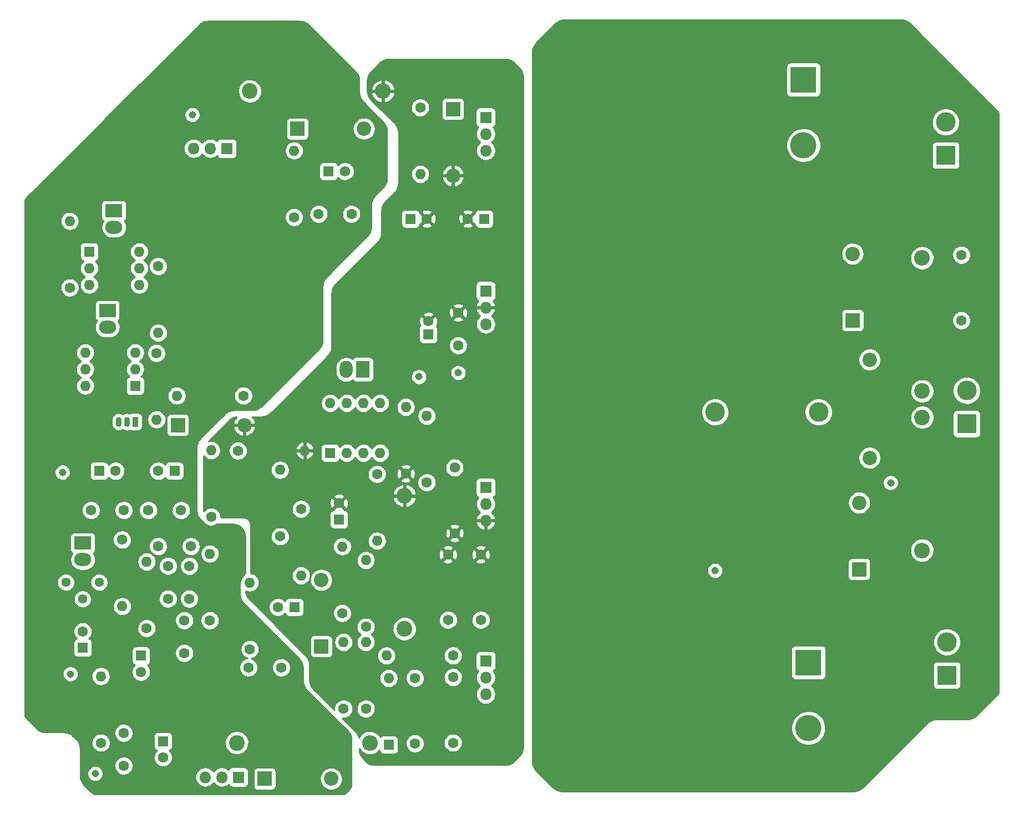
<source format=gtl>
%TF.GenerationSoftware,KiCad,Pcbnew,4.0.7*%
%TF.CreationDate,2018-02-19T16:18:31+01:00*%
%TF.ProjectId,IRS2092_board_H61M,495253323039325F626F6172645F4836,beta_v1*%
%TF.FileFunction,Copper,L1,Top,Signal*%
%FSLAX46Y46*%
G04 Gerber Fmt 4.6, Leading zero omitted, Abs format (unit mm)*
G04 Created by KiCad (PCBNEW 4.0.7) date 02/19/18 16:18:31*
%MOMM*%
%LPD*%
G01*
G04 APERTURE LIST*
%ADD10C,0.100000*%
%ADD11R,4.000000X4.000000*%
%ADD12C,4.000000*%
%ADD13R,1.600000X1.600000*%
%ADD14C,1.600000*%
%ADD15C,2.200000*%
%ADD16R,2.200000X2.200000*%
%ADD17O,2.200000X2.200000*%
%ADD18O,1.600000X1.600000*%
%ADD19R,2.600000X2.000000*%
%ADD20O,2.600000X2.000000*%
%ADD21R,2.000000X2.600000*%
%ADD22O,2.000000X2.600000*%
%ADD23C,3.000000*%
%ADD24O,0.900000X1.500000*%
%ADD25R,0.900000X1.500000*%
%ADD26R,1.800000X1.800000*%
%ADD27O,1.800000X1.800000*%
%ADD28C,2.400000*%
%ADD29O,2.400000X2.400000*%
%ADD30C,1.440000*%
%ADD31C,1.143000*%
%ADD32R,3.000000X3.000000*%
%ADD33C,1.000000*%
%ADD34C,0.500000*%
%ADD35C,0.450000*%
%ADD36C,0.254000*%
G04 APERTURE END LIST*
D10*
D11*
X199500000Y-40250000D03*
D12*
X199500000Y-50250000D03*
D13*
X128600000Y-107400000D03*
D14*
X128600000Y-104900000D03*
X90750000Y-106000000D03*
X95750000Y-106000000D03*
D13*
X103500000Y-100000000D03*
D14*
X101000000Y-100000000D03*
D13*
X89500000Y-127000000D03*
D14*
X89500000Y-124500000D03*
X99500000Y-106000000D03*
X104500000Y-106000000D03*
X102500000Y-114500000D03*
X102500000Y-119500000D03*
X105750000Y-119500000D03*
X105750000Y-114500000D03*
X106000000Y-111500000D03*
X101000000Y-111500000D03*
X125500000Y-60750000D03*
X130500000Y-60750000D03*
D13*
X92000000Y-100000000D03*
D14*
X94500000Y-100000000D03*
D13*
X98400000Y-128200000D03*
D14*
X98400000Y-130700000D03*
X105000000Y-122800000D03*
X105000000Y-127800000D03*
D13*
X127000000Y-54250000D03*
D14*
X129500000Y-54250000D03*
D13*
X121800000Y-120800000D03*
D14*
X119300000Y-120800000D03*
X95750000Y-145000000D03*
X95750000Y-140000000D03*
D13*
X142230000Y-79134000D03*
D14*
X142230000Y-77134000D03*
X146802000Y-75832000D03*
X146802000Y-80832000D03*
D13*
X101750000Y-141250000D03*
D14*
X101750000Y-143750000D03*
X146000000Y-131500000D03*
X146000000Y-141500000D03*
D13*
X150750000Y-61500000D03*
D14*
X148250000Y-61500000D03*
D11*
X200250000Y-129250000D03*
D12*
X200250000Y-139250000D03*
D14*
X146250000Y-109500000D03*
X146250000Y-99500000D03*
X150250000Y-122750000D03*
X150250000Y-112750000D03*
X145250000Y-122750000D03*
X145250000Y-112750000D03*
D13*
X139500000Y-61500000D03*
D14*
X142000000Y-61500000D03*
X140200000Y-141600000D03*
X140200000Y-131600000D03*
D15*
X209600000Y-98000000D03*
X209600000Y-83000000D03*
D14*
X223600000Y-67000000D03*
X223600000Y-77000000D03*
X119800000Y-130000000D03*
X114800000Y-130000000D03*
D16*
X104000000Y-93000000D03*
D17*
X114160000Y-93000000D03*
D16*
X122250000Y-47750000D03*
D17*
X132410000Y-47750000D03*
D16*
X125900000Y-126800000D03*
D17*
X125900000Y-116640000D03*
D13*
X136200000Y-141800000D03*
D18*
X136200000Y-131640000D03*
D16*
X117250000Y-147000000D03*
D17*
X127410000Y-147000000D03*
D16*
X146000000Y-44750000D03*
D17*
X146000000Y-54910000D03*
D16*
X208000000Y-115000000D03*
D17*
X208000000Y-104840000D03*
D16*
X207000000Y-77000000D03*
D17*
X207000000Y-66840000D03*
D19*
X89500000Y-111000000D03*
D20*
X89500000Y-113540000D03*
D19*
X93250000Y-75500000D03*
D20*
X93250000Y-78040000D03*
D19*
X94250000Y-60250000D03*
D20*
X94250000Y-62790000D03*
D21*
X132250000Y-84500000D03*
D22*
X129710000Y-84500000D03*
D23*
X186000000Y-91000000D03*
X201800000Y-91000000D03*
D24*
X96230000Y-92500000D03*
X94960000Y-92500000D03*
D25*
X97500000Y-92500000D03*
D26*
X151000000Y-129000000D03*
D27*
X151000000Y-131540000D03*
X151000000Y-134080000D03*
D26*
X151000000Y-102500000D03*
D27*
X151000000Y-105040000D03*
X151000000Y-107580000D03*
D26*
X151000000Y-46000000D03*
D27*
X151000000Y-48540000D03*
X151000000Y-51080000D03*
D14*
X114000000Y-88500000D03*
D18*
X103840000Y-88500000D03*
D14*
X100750000Y-82000000D03*
D18*
X100750000Y-92160000D03*
D14*
X95500000Y-110500000D03*
D18*
X95500000Y-120660000D03*
D14*
X99250000Y-124000000D03*
D18*
X99250000Y-113840000D03*
D14*
X121750000Y-61250000D03*
D18*
X121750000Y-51090000D03*
D14*
X113200000Y-96900000D03*
D18*
X123360000Y-96900000D03*
D14*
X109100000Y-107000000D03*
D18*
X109100000Y-96840000D03*
D14*
X87500000Y-72000000D03*
D18*
X87500000Y-61840000D03*
D14*
X119600000Y-110000000D03*
D18*
X119600000Y-99840000D03*
D14*
X92250000Y-141500000D03*
D18*
X92250000Y-131340000D03*
D14*
X108900000Y-122800000D03*
D18*
X108900000Y-112640000D03*
D14*
X101000000Y-68750000D03*
D18*
X101000000Y-78910000D03*
D28*
X115000000Y-42000000D03*
D29*
X135320000Y-42000000D03*
D14*
X134400000Y-100500000D03*
D18*
X134400000Y-110660000D03*
D14*
X138800000Y-100400000D03*
D18*
X138800000Y-90240000D03*
D14*
X122800000Y-105800000D03*
D18*
X122800000Y-115960000D03*
D14*
X129100000Y-121700000D03*
D18*
X129100000Y-111540000D03*
D14*
X129300000Y-136300000D03*
D18*
X129300000Y-126140000D03*
D14*
X132700000Y-136300000D03*
D18*
X132700000Y-126140000D03*
D14*
X132700000Y-123800000D03*
D18*
X132700000Y-113640000D03*
D14*
X146000000Y-128200000D03*
D18*
X135840000Y-128200000D03*
D14*
X142000000Y-101750000D03*
D18*
X142000000Y-91590000D03*
D28*
X113000000Y-141500000D03*
D29*
X133320000Y-141500000D03*
D14*
X141000000Y-44500000D03*
D18*
X141000000Y-54660000D03*
D28*
X138600000Y-124100000D03*
D29*
X138600000Y-103780000D03*
D28*
X217600000Y-87800000D03*
D29*
X217600000Y-67480000D03*
D28*
X217600000Y-91800000D03*
D29*
X217600000Y-112120000D03*
D14*
X115000000Y-127200000D03*
D18*
X115000000Y-117040000D03*
D30*
X86920000Y-117000000D03*
X89460000Y-119540000D03*
X92000000Y-117000000D03*
D13*
X97500000Y-87000000D03*
D18*
X89880000Y-81920000D03*
X97500000Y-84460000D03*
X89880000Y-84460000D03*
X97500000Y-81920000D03*
X89880000Y-87000000D03*
D26*
X111500000Y-50750000D03*
D27*
X108960000Y-50750000D03*
X106420000Y-50750000D03*
D13*
X90500000Y-66500000D03*
D18*
X98120000Y-71580000D03*
X90500000Y-69040000D03*
X98120000Y-69040000D03*
X90500000Y-71580000D03*
X98120000Y-66500000D03*
D13*
X127250000Y-97250000D03*
D18*
X134870000Y-89630000D03*
X129790000Y-97250000D03*
X132330000Y-89630000D03*
X132330000Y-97250000D03*
X129790000Y-89630000D03*
X134870000Y-97250000D03*
X127250000Y-89630000D03*
D26*
X113250000Y-146750000D03*
D27*
X110710000Y-146750000D03*
X108170000Y-146750000D03*
D26*
X151000000Y-72500000D03*
D27*
X151000000Y-75040000D03*
X151000000Y-77580000D03*
D31*
X140800000Y-85600000D03*
X146800000Y-85000000D03*
X86400000Y-100200000D03*
X106200000Y-45600000D03*
X91400000Y-146200000D03*
X186000000Y-115200000D03*
X87600000Y-131000000D03*
X212800000Y-101800000D03*
D32*
X221400000Y-131200000D03*
D23*
X221400000Y-126120000D03*
D32*
X224400000Y-92800000D03*
D23*
X224400000Y-87720000D03*
D32*
X221200000Y-51800000D03*
D23*
X221200000Y-46720000D03*
D33*
X129850000Y-147000000D03*
X228000000Y-89950000D03*
X155700000Y-96100000D03*
D34*
X118950000Y-107425000D03*
D35*
X118950000Y-107425000D02*
X118950000Y-107450000D01*
D36*
G36*
X122864516Y-31350448D02*
X123150239Y-31419044D01*
X123421723Y-31531497D01*
X123672259Y-31685026D01*
X123899509Y-31879115D01*
X131120005Y-39099611D01*
X131356830Y-39388184D01*
X131529860Y-39711900D01*
X131636409Y-40063142D01*
X131673000Y-40434661D01*
X131673000Y-42171573D01*
X131673612Y-42184021D01*
X131712041Y-42574202D01*
X131716898Y-42598620D01*
X131830710Y-42973806D01*
X131840237Y-42996808D01*
X132025057Y-43342581D01*
X132038889Y-43363281D01*
X132287614Y-43666354D01*
X132295983Y-43675589D01*
X135320005Y-46699611D01*
X135556830Y-46988184D01*
X135729860Y-47311900D01*
X135836409Y-47663142D01*
X135873000Y-48034661D01*
X135873000Y-55365339D01*
X135836409Y-55736858D01*
X135729860Y-56088100D01*
X135556830Y-56411816D01*
X135320005Y-56700389D01*
X134095983Y-57924411D01*
X134087614Y-57933646D01*
X133838889Y-58236719D01*
X133825057Y-58257419D01*
X133640237Y-58603192D01*
X133630710Y-58626194D01*
X133516898Y-59001380D01*
X133512041Y-59025798D01*
X133473612Y-59415979D01*
X133473000Y-59428427D01*
X133473000Y-62765339D01*
X133436409Y-63136858D01*
X133329860Y-63488100D01*
X133156830Y-63811816D01*
X132920005Y-64100389D01*
X126695983Y-70324411D01*
X126687614Y-70333646D01*
X126438889Y-70636719D01*
X126425057Y-70657419D01*
X126240237Y-71003192D01*
X126230710Y-71026194D01*
X126116898Y-71401380D01*
X126112041Y-71425798D01*
X126073612Y-71815979D01*
X126073000Y-71828427D01*
X126073000Y-79965339D01*
X126036409Y-80336858D01*
X125929860Y-80688100D01*
X125756830Y-81011816D01*
X125520005Y-81300389D01*
X116700389Y-90120005D01*
X116411816Y-90356830D01*
X116088100Y-90529860D01*
X115736858Y-90636409D01*
X115365339Y-90673000D01*
X112628427Y-90673000D01*
X112615979Y-90673612D01*
X112225798Y-90712041D01*
X112201380Y-90716898D01*
X111826194Y-90830710D01*
X111803192Y-90840237D01*
X111457419Y-91025057D01*
X111436719Y-91038889D01*
X111133646Y-91287614D01*
X111124411Y-91295983D01*
X107495983Y-94924411D01*
X107487614Y-94933646D01*
X107238889Y-95236719D01*
X107225057Y-95257419D01*
X107040237Y-95603192D01*
X107030710Y-95626194D01*
X106916898Y-96001380D01*
X106912041Y-96025798D01*
X106873612Y-96415979D01*
X106873000Y-96428427D01*
X106873000Y-106000000D01*
X106873612Y-106012448D01*
X106912041Y-106402629D01*
X106916898Y-106427047D01*
X107030710Y-106802233D01*
X107040237Y-106825235D01*
X107225057Y-107171008D01*
X107238888Y-107191708D01*
X107487613Y-107494782D01*
X107505218Y-107512387D01*
X107808292Y-107761112D01*
X107828992Y-107774943D01*
X107925357Y-107826451D01*
X107969959Y-107895660D01*
X108165448Y-108098095D01*
X108396534Y-108258704D01*
X108654415Y-108371369D01*
X108929268Y-108431800D01*
X109210624Y-108437693D01*
X109487767Y-108388826D01*
X109750140Y-108287058D01*
X109987749Y-108136267D01*
X109997480Y-108127000D01*
X112393766Y-108127000D01*
X112765285Y-108163591D01*
X113116527Y-108270140D01*
X113440240Y-108443168D01*
X113723977Y-108676023D01*
X113956832Y-108959760D01*
X114129860Y-109283473D01*
X114236409Y-109634715D01*
X114273000Y-110006234D01*
X114273000Y-115228081D01*
X114248597Y-115475851D01*
X114178143Y-115708103D01*
X114063733Y-115922150D01*
X113880643Y-116145245D01*
X113815962Y-116222329D01*
X113813080Y-116227570D01*
X113731987Y-116326383D01*
X113718155Y-116347084D01*
X113591953Y-116583193D01*
X113582426Y-116606194D01*
X113504710Y-116862387D01*
X113499853Y-116886805D01*
X113473612Y-117153237D01*
X113473000Y-117165685D01*
X113473000Y-118771573D01*
X113473612Y-118784021D01*
X113512041Y-119174202D01*
X113516898Y-119198620D01*
X113630710Y-119573806D01*
X113640237Y-119596808D01*
X113825057Y-119942581D01*
X113838889Y-119963281D01*
X114087614Y-120266354D01*
X114095983Y-120275589D01*
X122520005Y-128699611D01*
X122756830Y-128988184D01*
X122929860Y-129311900D01*
X123036409Y-129663142D01*
X123073000Y-130034661D01*
X123073000Y-131971573D01*
X123073612Y-131984021D01*
X123112041Y-132374202D01*
X123116898Y-132398620D01*
X123230710Y-132773806D01*
X123240237Y-132796808D01*
X123425057Y-133142581D01*
X123438889Y-133163281D01*
X123687614Y-133466354D01*
X123695983Y-133475589D01*
X129920005Y-139699611D01*
X130156830Y-139988184D01*
X130329860Y-140311900D01*
X130436409Y-140663142D01*
X130473000Y-141034661D01*
X130473000Y-147593766D01*
X130436409Y-147965285D01*
X130329860Y-148316527D01*
X130156832Y-148640240D01*
X129923977Y-148923977D01*
X129640240Y-149156832D01*
X129391100Y-149290000D01*
X91237327Y-149290000D01*
X90988184Y-149156830D01*
X90699611Y-148920005D01*
X89679995Y-147900389D01*
X89443170Y-147611816D01*
X89270140Y-147288100D01*
X89163591Y-146936858D01*
X89127000Y-146565339D01*
X89127000Y-146301446D01*
X90191914Y-146301446D01*
X90234626Y-146534166D01*
X90321727Y-146754157D01*
X90449899Y-146953041D01*
X90614260Y-147123242D01*
X90808549Y-147258277D01*
X91025367Y-147353002D01*
X91256454Y-147403810D01*
X91493009Y-147408765D01*
X91726022Y-147367679D01*
X91946616Y-147282116D01*
X92146390Y-147155335D01*
X92317734Y-146992167D01*
X92454122Y-146798824D01*
X92480630Y-146739284D01*
X106627610Y-146739284D01*
X106654762Y-147037630D01*
X106739346Y-147325021D01*
X106878140Y-147590510D01*
X107065857Y-147823983D01*
X107295349Y-148016549D01*
X107557872Y-148160873D01*
X107843429Y-148251457D01*
X108141141Y-148284850D01*
X108162573Y-148285000D01*
X108177427Y-148285000D01*
X108475577Y-148255766D01*
X108762370Y-148169178D01*
X109026883Y-148028534D01*
X109259041Y-147839191D01*
X109441122Y-147619093D01*
X109605857Y-147823983D01*
X109835349Y-148016549D01*
X110097872Y-148160873D01*
X110383429Y-148251457D01*
X110681141Y-148284850D01*
X110702573Y-148285000D01*
X110717427Y-148285000D01*
X111015577Y-148255766D01*
X111302370Y-148169178D01*
X111566883Y-148028534D01*
X111757705Y-147872903D01*
X111773106Y-147922634D01*
X111871900Y-148072559D01*
X112008550Y-148189025D01*
X112172237Y-148262810D01*
X112350000Y-148288072D01*
X114150000Y-148288072D01*
X114251121Y-148280008D01*
X114422634Y-148226894D01*
X114572559Y-148128100D01*
X114689025Y-147991450D01*
X114762810Y-147827763D01*
X114788072Y-147650000D01*
X114788072Y-145900000D01*
X115511928Y-145900000D01*
X115511928Y-148100000D01*
X115519992Y-148201121D01*
X115573106Y-148372634D01*
X115671900Y-148522559D01*
X115808550Y-148639025D01*
X115972237Y-148712810D01*
X116150000Y-148738072D01*
X118350000Y-148738072D01*
X118451121Y-148730008D01*
X118622634Y-148676894D01*
X118772559Y-148578100D01*
X118889025Y-148441450D01*
X118962810Y-148277763D01*
X118988072Y-148100000D01*
X118988072Y-146987888D01*
X125666647Y-146987888D01*
X125697337Y-147325107D01*
X125792941Y-147649942D01*
X125949819Y-147950022D01*
X126161995Y-148213916D01*
X126421387Y-148431572D01*
X126718116Y-148594700D01*
X127040878Y-148697086D01*
X127377381Y-148734831D01*
X127401605Y-148735000D01*
X127418395Y-148735000D01*
X127755392Y-148701957D01*
X128079552Y-148604087D01*
X128378529Y-148445118D01*
X128640935Y-148231105D01*
X128856775Y-147970200D01*
X129017828Y-147672340D01*
X129117958Y-147348870D01*
X129153353Y-147012112D01*
X129122663Y-146674893D01*
X129027059Y-146350058D01*
X128870181Y-146049978D01*
X128658005Y-145786084D01*
X128398613Y-145568428D01*
X128101884Y-145405300D01*
X127779122Y-145302914D01*
X127442619Y-145265169D01*
X127418395Y-145265000D01*
X127401605Y-145265000D01*
X127064608Y-145298043D01*
X126740448Y-145395913D01*
X126441471Y-145554882D01*
X126179065Y-145768895D01*
X125963225Y-146029800D01*
X125802172Y-146327660D01*
X125702042Y-146651130D01*
X125666647Y-146987888D01*
X118988072Y-146987888D01*
X118988072Y-145900000D01*
X118980008Y-145798879D01*
X118926894Y-145627366D01*
X118828100Y-145477441D01*
X118691450Y-145360975D01*
X118527763Y-145287190D01*
X118350000Y-145261928D01*
X116150000Y-145261928D01*
X116048879Y-145269992D01*
X115877366Y-145323106D01*
X115727441Y-145421900D01*
X115610975Y-145558550D01*
X115537190Y-145722237D01*
X115511928Y-145900000D01*
X114788072Y-145900000D01*
X114788072Y-145850000D01*
X114780008Y-145748879D01*
X114726894Y-145577366D01*
X114628100Y-145427441D01*
X114491450Y-145310975D01*
X114327763Y-145237190D01*
X114150000Y-145211928D01*
X112350000Y-145211928D01*
X112248879Y-145219992D01*
X112077366Y-145273106D01*
X111927441Y-145371900D01*
X111810975Y-145508550D01*
X111757072Y-145628129D01*
X111584651Y-145483451D01*
X111322128Y-145339127D01*
X111036571Y-145248543D01*
X110738859Y-145215150D01*
X110717427Y-145215000D01*
X110702573Y-145215000D01*
X110404423Y-145244234D01*
X110117630Y-145330822D01*
X109853117Y-145471466D01*
X109620959Y-145660809D01*
X109438878Y-145880907D01*
X109274143Y-145676017D01*
X109044651Y-145483451D01*
X108782128Y-145339127D01*
X108496571Y-145248543D01*
X108198859Y-145215150D01*
X108177427Y-145215000D01*
X108162573Y-145215000D01*
X107864423Y-145244234D01*
X107577630Y-145330822D01*
X107313117Y-145471466D01*
X107080959Y-145660809D01*
X106890000Y-145891639D01*
X106747513Y-146155164D01*
X106658925Y-146441345D01*
X106627610Y-146739284D01*
X92480630Y-146739284D01*
X92550358Y-146582673D01*
X92602778Y-146351946D01*
X92606552Y-146081697D01*
X92560595Y-145849596D01*
X92470431Y-145630842D01*
X92339495Y-145433767D01*
X92172773Y-145265878D01*
X91976617Y-145133569D01*
X91945906Y-145120659D01*
X94313114Y-145120659D01*
X94363915Y-145397453D01*
X94467512Y-145659109D01*
X94619959Y-145895660D01*
X94815448Y-146098095D01*
X95046534Y-146258704D01*
X95304415Y-146371369D01*
X95579268Y-146431800D01*
X95860624Y-146437693D01*
X96137767Y-146388826D01*
X96400140Y-146287058D01*
X96637749Y-146136267D01*
X96841544Y-145942195D01*
X97003762Y-145712236D01*
X97118225Y-145455148D01*
X97180573Y-145180723D01*
X97185061Y-144859291D01*
X97130400Y-144583233D01*
X97023160Y-144323049D01*
X96867426Y-144088650D01*
X96669129Y-143888964D01*
X96435823Y-143731597D01*
X96176394Y-143622543D01*
X95900724Y-143565956D01*
X95619313Y-143563991D01*
X95342880Y-143616724D01*
X95081954Y-143722145D01*
X94846473Y-143876239D01*
X94645408Y-144073137D01*
X94486416Y-144305339D01*
X94375553Y-144564000D01*
X94317043Y-144839268D01*
X94313114Y-145120659D01*
X91945906Y-145120659D01*
X91758498Y-145041880D01*
X91526724Y-144994303D01*
X91290123Y-144992651D01*
X91057707Y-145036987D01*
X90838329Y-145125622D01*
X90640344Y-145255179D01*
X90471295Y-145420724D01*
X90337620Y-145615952D01*
X90244411Y-145833425D01*
X90195217Y-146064862D01*
X90191914Y-146301446D01*
X89127000Y-146301446D01*
X89127000Y-142428427D01*
X89126388Y-142415979D01*
X89087959Y-142025798D01*
X89083102Y-142001380D01*
X88969290Y-141626194D01*
X88966998Y-141620659D01*
X90813114Y-141620659D01*
X90863915Y-141897453D01*
X90967512Y-142159109D01*
X91119959Y-142395660D01*
X91315448Y-142598095D01*
X91546534Y-142758704D01*
X91804415Y-142871369D01*
X92079268Y-142931800D01*
X92360624Y-142937693D01*
X92637767Y-142888826D01*
X92900140Y-142787058D01*
X93137749Y-142636267D01*
X93341544Y-142442195D01*
X93503762Y-142212236D01*
X93618225Y-141955148D01*
X93680573Y-141680723D01*
X93685061Y-141359291D01*
X93630400Y-141083233D01*
X93523160Y-140823049D01*
X93367426Y-140588650D01*
X93169129Y-140388964D01*
X92935823Y-140231597D01*
X92676394Y-140122543D01*
X92667216Y-140120659D01*
X94313114Y-140120659D01*
X94363915Y-140397453D01*
X94467512Y-140659109D01*
X94619959Y-140895660D01*
X94815448Y-141098095D01*
X95046534Y-141258704D01*
X95304415Y-141371369D01*
X95579268Y-141431800D01*
X95860624Y-141437693D01*
X96137767Y-141388826D01*
X96400140Y-141287058D01*
X96637749Y-141136267D01*
X96841544Y-140942195D01*
X97003762Y-140712236D01*
X97118225Y-140455148D01*
X97119394Y-140450000D01*
X100311928Y-140450000D01*
X100311928Y-142050000D01*
X100319992Y-142151121D01*
X100373106Y-142322634D01*
X100471900Y-142472559D01*
X100608550Y-142589025D01*
X100772237Y-142662810D01*
X100804453Y-142667388D01*
X100645408Y-142823137D01*
X100486416Y-143055339D01*
X100375553Y-143314000D01*
X100317043Y-143589268D01*
X100313114Y-143870659D01*
X100363915Y-144147453D01*
X100467512Y-144409109D01*
X100619959Y-144645660D01*
X100815448Y-144848095D01*
X101046534Y-145008704D01*
X101304415Y-145121369D01*
X101579268Y-145181800D01*
X101860624Y-145187693D01*
X102137767Y-145138826D01*
X102400140Y-145037058D01*
X102637749Y-144886267D01*
X102841544Y-144692195D01*
X103003762Y-144462236D01*
X103118225Y-144205148D01*
X103180573Y-143930723D01*
X103185061Y-143609291D01*
X103130400Y-143333233D01*
X103023160Y-143073049D01*
X102867426Y-142838650D01*
X102696066Y-142666090D01*
X102822634Y-142626894D01*
X102972559Y-142528100D01*
X103089025Y-142391450D01*
X103162810Y-142227763D01*
X103188072Y-142050000D01*
X103188072Y-141654292D01*
X111162588Y-141654292D01*
X111227550Y-142008242D01*
X111360024Y-142342833D01*
X111554964Y-142645321D01*
X111804945Y-142904184D01*
X112100446Y-143109563D01*
X112430210Y-143253633D01*
X112781677Y-143330908D01*
X113141461Y-143338445D01*
X113495856Y-143275955D01*
X113831364Y-143145820D01*
X114135205Y-142952996D01*
X114395807Y-142704829D01*
X114603243Y-142410769D01*
X114749613Y-142082019D01*
X114829339Y-141731099D01*
X114835079Y-141320069D01*
X114765181Y-140967060D01*
X114628049Y-140634351D01*
X114428904Y-140334614D01*
X114175333Y-140079267D01*
X113876993Y-139878034D01*
X113545250Y-139738582D01*
X113192738Y-139666222D01*
X112832884Y-139663710D01*
X112479397Y-139731141D01*
X112145738Y-139865948D01*
X111844618Y-140062995D01*
X111587507Y-140314777D01*
X111384197Y-140611705D01*
X111242432Y-140942467D01*
X111167612Y-141294465D01*
X111162588Y-141654292D01*
X103188072Y-141654292D01*
X103188072Y-140450000D01*
X103180008Y-140348879D01*
X103126894Y-140177366D01*
X103028100Y-140027441D01*
X102891450Y-139910975D01*
X102727763Y-139837190D01*
X102550000Y-139811928D01*
X100950000Y-139811928D01*
X100848879Y-139819992D01*
X100677366Y-139873106D01*
X100527441Y-139971900D01*
X100410975Y-140108550D01*
X100337190Y-140272237D01*
X100311928Y-140450000D01*
X97119394Y-140450000D01*
X97180573Y-140180723D01*
X97185061Y-139859291D01*
X97130400Y-139583233D01*
X97023160Y-139323049D01*
X96867426Y-139088650D01*
X96669129Y-138888964D01*
X96435823Y-138731597D01*
X96176394Y-138622543D01*
X95900724Y-138565956D01*
X95619313Y-138563991D01*
X95342880Y-138616724D01*
X95081954Y-138722145D01*
X94846473Y-138876239D01*
X94645408Y-139073137D01*
X94486416Y-139305339D01*
X94375553Y-139564000D01*
X94317043Y-139839268D01*
X94313114Y-140120659D01*
X92667216Y-140120659D01*
X92400724Y-140065956D01*
X92119313Y-140063991D01*
X91842880Y-140116724D01*
X91581954Y-140222145D01*
X91346473Y-140376239D01*
X91145408Y-140573137D01*
X90986416Y-140805339D01*
X90875553Y-141064000D01*
X90817043Y-141339268D01*
X90813114Y-141620659D01*
X88966998Y-141620659D01*
X88959763Y-141603192D01*
X88774943Y-141257419D01*
X88761111Y-141236719D01*
X88512386Y-140933646D01*
X88504017Y-140924411D01*
X88075589Y-140495983D01*
X88066354Y-140487614D01*
X87763281Y-140238889D01*
X87742581Y-140225057D01*
X87396808Y-140040237D01*
X87373806Y-140030710D01*
X86998620Y-139916898D01*
X86974202Y-139912041D01*
X86584021Y-139873612D01*
X86571573Y-139873000D01*
X83834661Y-139873000D01*
X83463142Y-139836409D01*
X83111900Y-139729860D01*
X82788184Y-139556830D01*
X82499611Y-139320005D01*
X81079995Y-137900389D01*
X80843170Y-137611816D01*
X80710000Y-137362673D01*
X80710000Y-131101446D01*
X86391914Y-131101446D01*
X86434626Y-131334166D01*
X86521727Y-131554157D01*
X86649899Y-131753041D01*
X86814260Y-131923242D01*
X87008549Y-132058277D01*
X87225367Y-132153002D01*
X87456454Y-132203810D01*
X87693009Y-132208765D01*
X87926022Y-132167679D01*
X88146616Y-132082116D01*
X88346390Y-131955335D01*
X88517734Y-131792167D01*
X88654122Y-131598824D01*
X88750358Y-131382673D01*
X88761630Y-131333057D01*
X90815000Y-131333057D01*
X90815000Y-131346943D01*
X90842329Y-131625669D01*
X90923276Y-131893779D01*
X91054758Y-132141060D01*
X91231766Y-132358093D01*
X91447558Y-132536612D01*
X91693915Y-132669817D01*
X91961453Y-132752633D01*
X92239982Y-132781908D01*
X92518892Y-132756525D01*
X92787560Y-132677452D01*
X93035753Y-132547700D01*
X93254017Y-132372211D01*
X93434038Y-132157671D01*
X93568959Y-131912250D01*
X93653642Y-131645296D01*
X93684860Y-131366979D01*
X93685000Y-131346943D01*
X93685000Y-131333057D01*
X93657671Y-131054331D01*
X93576724Y-130786221D01*
X93445242Y-130538940D01*
X93268234Y-130321907D01*
X93052442Y-130143388D01*
X92806085Y-130010183D01*
X92538547Y-129927367D01*
X92260018Y-129898092D01*
X91981108Y-129923475D01*
X91712440Y-130002548D01*
X91464247Y-130132300D01*
X91245983Y-130307789D01*
X91065962Y-130522329D01*
X90931041Y-130767750D01*
X90846358Y-131034704D01*
X90815140Y-131313021D01*
X90815000Y-131333057D01*
X88761630Y-131333057D01*
X88802778Y-131151946D01*
X88806552Y-130881697D01*
X88760595Y-130649596D01*
X88670431Y-130430842D01*
X88539495Y-130233767D01*
X88372773Y-130065878D01*
X88176617Y-129933569D01*
X87958498Y-129841880D01*
X87726724Y-129794303D01*
X87490123Y-129792651D01*
X87257707Y-129836987D01*
X87038329Y-129925622D01*
X86840344Y-130055179D01*
X86671295Y-130220724D01*
X86537620Y-130415952D01*
X86444411Y-130633425D01*
X86395217Y-130864862D01*
X86391914Y-131101446D01*
X80710000Y-131101446D01*
X80710000Y-126200000D01*
X88061928Y-126200000D01*
X88061928Y-127800000D01*
X88069992Y-127901121D01*
X88123106Y-128072634D01*
X88221900Y-128222559D01*
X88358550Y-128339025D01*
X88522237Y-128412810D01*
X88700000Y-128438072D01*
X90300000Y-128438072D01*
X90401121Y-128430008D01*
X90572634Y-128376894D01*
X90722559Y-128278100D01*
X90839025Y-128141450D01*
X90912810Y-127977763D01*
X90938072Y-127800000D01*
X90938072Y-127400000D01*
X96961928Y-127400000D01*
X96961928Y-129000000D01*
X96969992Y-129101121D01*
X97023106Y-129272634D01*
X97121900Y-129422559D01*
X97258550Y-129539025D01*
X97422237Y-129612810D01*
X97454453Y-129617388D01*
X97295408Y-129773137D01*
X97136416Y-130005339D01*
X97025553Y-130264000D01*
X96967043Y-130539268D01*
X96963114Y-130820659D01*
X97013915Y-131097453D01*
X97117512Y-131359109D01*
X97269959Y-131595660D01*
X97465448Y-131798095D01*
X97696534Y-131958704D01*
X97954415Y-132071369D01*
X98229268Y-132131800D01*
X98510624Y-132137693D01*
X98787767Y-132088826D01*
X99050140Y-131987058D01*
X99287749Y-131836267D01*
X99491544Y-131642195D01*
X99653762Y-131412236D01*
X99768225Y-131155148D01*
X99830573Y-130880723D01*
X99835061Y-130559291D01*
X99780400Y-130283233D01*
X99713392Y-130120659D01*
X113363114Y-130120659D01*
X113413915Y-130397453D01*
X113517512Y-130659109D01*
X113669959Y-130895660D01*
X113865448Y-131098095D01*
X114096534Y-131258704D01*
X114354415Y-131371369D01*
X114629268Y-131431800D01*
X114910624Y-131437693D01*
X115187767Y-131388826D01*
X115450140Y-131287058D01*
X115687749Y-131136267D01*
X115891544Y-130942195D01*
X116053762Y-130712236D01*
X116168225Y-130455148D01*
X116230573Y-130180723D01*
X116231411Y-130120659D01*
X118363114Y-130120659D01*
X118413915Y-130397453D01*
X118517512Y-130659109D01*
X118669959Y-130895660D01*
X118865448Y-131098095D01*
X119096534Y-131258704D01*
X119354415Y-131371369D01*
X119629268Y-131431800D01*
X119910624Y-131437693D01*
X120187767Y-131388826D01*
X120450140Y-131287058D01*
X120687749Y-131136267D01*
X120891544Y-130942195D01*
X121053762Y-130712236D01*
X121168225Y-130455148D01*
X121230573Y-130180723D01*
X121235061Y-129859291D01*
X121180400Y-129583233D01*
X121073160Y-129323049D01*
X120917426Y-129088650D01*
X120719129Y-128888964D01*
X120485823Y-128731597D01*
X120226394Y-128622543D01*
X119950724Y-128565956D01*
X119669313Y-128563991D01*
X119392880Y-128616724D01*
X119131954Y-128722145D01*
X118896473Y-128876239D01*
X118695408Y-129073137D01*
X118536416Y-129305339D01*
X118425553Y-129564000D01*
X118367043Y-129839268D01*
X118363114Y-130120659D01*
X116231411Y-130120659D01*
X116235061Y-129859291D01*
X116180400Y-129583233D01*
X116073160Y-129323049D01*
X115917426Y-129088650D01*
X115719129Y-128888964D01*
X115485823Y-128731597D01*
X115226394Y-128622543D01*
X115212602Y-128619712D01*
X115387767Y-128588826D01*
X115650140Y-128487058D01*
X115887749Y-128336267D01*
X116091544Y-128142195D01*
X116253762Y-127912236D01*
X116368225Y-127655148D01*
X116430573Y-127380723D01*
X116435061Y-127059291D01*
X116380400Y-126783233D01*
X116273160Y-126523049D01*
X116117426Y-126288650D01*
X115919129Y-126088964D01*
X115685823Y-125931597D01*
X115426394Y-125822543D01*
X115150724Y-125765956D01*
X114869313Y-125763991D01*
X114592880Y-125816724D01*
X114331954Y-125922145D01*
X114096473Y-126076239D01*
X113895408Y-126273137D01*
X113736416Y-126505339D01*
X113625553Y-126764000D01*
X113567043Y-127039268D01*
X113563114Y-127320659D01*
X113613915Y-127597453D01*
X113717512Y-127859109D01*
X113869959Y-128095660D01*
X114065448Y-128298095D01*
X114296534Y-128458704D01*
X114554415Y-128571369D01*
X114589825Y-128579154D01*
X114392880Y-128616724D01*
X114131954Y-128722145D01*
X113896473Y-128876239D01*
X113695408Y-129073137D01*
X113536416Y-129305339D01*
X113425553Y-129564000D01*
X113367043Y-129839268D01*
X113363114Y-130120659D01*
X99713392Y-130120659D01*
X99673160Y-130023049D01*
X99517426Y-129788650D01*
X99346066Y-129616090D01*
X99472634Y-129576894D01*
X99622559Y-129478100D01*
X99739025Y-129341450D01*
X99812810Y-129177763D01*
X99838072Y-129000000D01*
X99838072Y-127920659D01*
X103563114Y-127920659D01*
X103613915Y-128197453D01*
X103717512Y-128459109D01*
X103869959Y-128695660D01*
X104065448Y-128898095D01*
X104296534Y-129058704D01*
X104554415Y-129171369D01*
X104829268Y-129231800D01*
X105110624Y-129237693D01*
X105387767Y-129188826D01*
X105650140Y-129087058D01*
X105887749Y-128936267D01*
X106091544Y-128742195D01*
X106253762Y-128512236D01*
X106368225Y-128255148D01*
X106430573Y-127980723D01*
X106435061Y-127659291D01*
X106380400Y-127383233D01*
X106273160Y-127123049D01*
X106117426Y-126888650D01*
X105919129Y-126688964D01*
X105685823Y-126531597D01*
X105426394Y-126422543D01*
X105150724Y-126365956D01*
X104869313Y-126363991D01*
X104592880Y-126416724D01*
X104331954Y-126522145D01*
X104096473Y-126676239D01*
X103895408Y-126873137D01*
X103736416Y-127105339D01*
X103625553Y-127364000D01*
X103567043Y-127639268D01*
X103563114Y-127920659D01*
X99838072Y-127920659D01*
X99838072Y-127400000D01*
X99830008Y-127298879D01*
X99776894Y-127127366D01*
X99678100Y-126977441D01*
X99541450Y-126860975D01*
X99377763Y-126787190D01*
X99200000Y-126761928D01*
X97600000Y-126761928D01*
X97498879Y-126769992D01*
X97327366Y-126823106D01*
X97177441Y-126921900D01*
X97060975Y-127058550D01*
X96987190Y-127222237D01*
X96961928Y-127400000D01*
X90938072Y-127400000D01*
X90938072Y-126200000D01*
X90930008Y-126098879D01*
X90876894Y-125927366D01*
X90778100Y-125777441D01*
X90641450Y-125660975D01*
X90477763Y-125587190D01*
X90444281Y-125582432D01*
X90591544Y-125442195D01*
X90753762Y-125212236D01*
X90868225Y-124955148D01*
X90930573Y-124680723D01*
X90935061Y-124359291D01*
X90887811Y-124120659D01*
X97813114Y-124120659D01*
X97863915Y-124397453D01*
X97967512Y-124659109D01*
X98119959Y-124895660D01*
X98315448Y-125098095D01*
X98546534Y-125258704D01*
X98804415Y-125371369D01*
X99079268Y-125431800D01*
X99360624Y-125437693D01*
X99637767Y-125388826D01*
X99900140Y-125287058D01*
X100137749Y-125136267D01*
X100341544Y-124942195D01*
X100503762Y-124712236D01*
X100618225Y-124455148D01*
X100680573Y-124180723D01*
X100685061Y-123859291D01*
X100630400Y-123583233D01*
X100523160Y-123323049D01*
X100367426Y-123088650D01*
X100200604Y-122920659D01*
X103563114Y-122920659D01*
X103613915Y-123197453D01*
X103717512Y-123459109D01*
X103869959Y-123695660D01*
X104065448Y-123898095D01*
X104296534Y-124058704D01*
X104554415Y-124171369D01*
X104829268Y-124231800D01*
X105110624Y-124237693D01*
X105387767Y-124188826D01*
X105650140Y-124087058D01*
X105887749Y-123936267D01*
X106091544Y-123742195D01*
X106253762Y-123512236D01*
X106368225Y-123255148D01*
X106430573Y-122980723D01*
X106431411Y-122920659D01*
X107463114Y-122920659D01*
X107513915Y-123197453D01*
X107617512Y-123459109D01*
X107769959Y-123695660D01*
X107965448Y-123898095D01*
X108196534Y-124058704D01*
X108454415Y-124171369D01*
X108729268Y-124231800D01*
X109010624Y-124237693D01*
X109287767Y-124188826D01*
X109550140Y-124087058D01*
X109787749Y-123936267D01*
X109991544Y-123742195D01*
X110153762Y-123512236D01*
X110268225Y-123255148D01*
X110330573Y-122980723D01*
X110335061Y-122659291D01*
X110280400Y-122383233D01*
X110173160Y-122123049D01*
X110017426Y-121888650D01*
X109819129Y-121688964D01*
X109585823Y-121531597D01*
X109326394Y-121422543D01*
X109050724Y-121365956D01*
X108769313Y-121363991D01*
X108492880Y-121416724D01*
X108231954Y-121522145D01*
X107996473Y-121676239D01*
X107795408Y-121873137D01*
X107636416Y-122105339D01*
X107525553Y-122364000D01*
X107467043Y-122639268D01*
X107463114Y-122920659D01*
X106431411Y-122920659D01*
X106435061Y-122659291D01*
X106380400Y-122383233D01*
X106273160Y-122123049D01*
X106117426Y-121888650D01*
X105919129Y-121688964D01*
X105685823Y-121531597D01*
X105426394Y-121422543D01*
X105150724Y-121365956D01*
X104869313Y-121363991D01*
X104592880Y-121416724D01*
X104331954Y-121522145D01*
X104096473Y-121676239D01*
X103895408Y-121873137D01*
X103736416Y-122105339D01*
X103625553Y-122364000D01*
X103567043Y-122639268D01*
X103563114Y-122920659D01*
X100200604Y-122920659D01*
X100169129Y-122888964D01*
X99935823Y-122731597D01*
X99676394Y-122622543D01*
X99400724Y-122565956D01*
X99119313Y-122563991D01*
X98842880Y-122616724D01*
X98581954Y-122722145D01*
X98346473Y-122876239D01*
X98145408Y-123073137D01*
X97986416Y-123305339D01*
X97875553Y-123564000D01*
X97817043Y-123839268D01*
X97813114Y-124120659D01*
X90887811Y-124120659D01*
X90880400Y-124083233D01*
X90773160Y-123823049D01*
X90617426Y-123588650D01*
X90419129Y-123388964D01*
X90185823Y-123231597D01*
X89926394Y-123122543D01*
X89650724Y-123065956D01*
X89369313Y-123063991D01*
X89092880Y-123116724D01*
X88831954Y-123222145D01*
X88596473Y-123376239D01*
X88395408Y-123573137D01*
X88236416Y-123805339D01*
X88125553Y-124064000D01*
X88067043Y-124339268D01*
X88063114Y-124620659D01*
X88113915Y-124897453D01*
X88217512Y-125159109D01*
X88369959Y-125395660D01*
X88552253Y-125584431D01*
X88427366Y-125623106D01*
X88277441Y-125721900D01*
X88160975Y-125858550D01*
X88087190Y-126022237D01*
X88061928Y-126200000D01*
X80710000Y-126200000D01*
X80710000Y-119653932D01*
X88103219Y-119653932D01*
X88151188Y-119915296D01*
X88249010Y-120162364D01*
X88392957Y-120385727D01*
X88577548Y-120576877D01*
X88795752Y-120728532D01*
X89039256Y-120834917D01*
X89298786Y-120891978D01*
X89564457Y-120897543D01*
X89826149Y-120851400D01*
X90073895Y-120755306D01*
X90235013Y-120653057D01*
X94065000Y-120653057D01*
X94065000Y-120666943D01*
X94092329Y-120945669D01*
X94173276Y-121213779D01*
X94304758Y-121461060D01*
X94481766Y-121678093D01*
X94697558Y-121856612D01*
X94943915Y-121989817D01*
X95211453Y-122072633D01*
X95489982Y-122101908D01*
X95768892Y-122076525D01*
X96037560Y-121997452D01*
X96285753Y-121867700D01*
X96504017Y-121692211D01*
X96684038Y-121477671D01*
X96818959Y-121232250D01*
X96903642Y-120965296D01*
X96934860Y-120686979D01*
X96935000Y-120666943D01*
X96935000Y-120653057D01*
X96907671Y-120374331D01*
X96826724Y-120106221D01*
X96695242Y-119858940D01*
X96518234Y-119641907D01*
X96492550Y-119620659D01*
X101063114Y-119620659D01*
X101113915Y-119897453D01*
X101217512Y-120159109D01*
X101369959Y-120395660D01*
X101565448Y-120598095D01*
X101796534Y-120758704D01*
X102054415Y-120871369D01*
X102329268Y-120931800D01*
X102610624Y-120937693D01*
X102887767Y-120888826D01*
X103150140Y-120787058D01*
X103387749Y-120636267D01*
X103591544Y-120442195D01*
X103753762Y-120212236D01*
X103868225Y-119955148D01*
X103930573Y-119680723D01*
X103931411Y-119620659D01*
X104313114Y-119620659D01*
X104363915Y-119897453D01*
X104467512Y-120159109D01*
X104619959Y-120395660D01*
X104815448Y-120598095D01*
X105046534Y-120758704D01*
X105304415Y-120871369D01*
X105579268Y-120931800D01*
X105860624Y-120937693D01*
X106137767Y-120888826D01*
X106400140Y-120787058D01*
X106637749Y-120636267D01*
X106841544Y-120442195D01*
X107003762Y-120212236D01*
X107118225Y-119955148D01*
X107180573Y-119680723D01*
X107185061Y-119359291D01*
X107130400Y-119083233D01*
X107023160Y-118823049D01*
X106867426Y-118588650D01*
X106669129Y-118388964D01*
X106435823Y-118231597D01*
X106176394Y-118122543D01*
X105900724Y-118065956D01*
X105619313Y-118063991D01*
X105342880Y-118116724D01*
X105081954Y-118222145D01*
X104846473Y-118376239D01*
X104645408Y-118573137D01*
X104486416Y-118805339D01*
X104375553Y-119064000D01*
X104317043Y-119339268D01*
X104313114Y-119620659D01*
X103931411Y-119620659D01*
X103935061Y-119359291D01*
X103880400Y-119083233D01*
X103773160Y-118823049D01*
X103617426Y-118588650D01*
X103419129Y-118388964D01*
X103185823Y-118231597D01*
X102926394Y-118122543D01*
X102650724Y-118065956D01*
X102369313Y-118063991D01*
X102092880Y-118116724D01*
X101831954Y-118222145D01*
X101596473Y-118376239D01*
X101395408Y-118573137D01*
X101236416Y-118805339D01*
X101125553Y-119064000D01*
X101067043Y-119339268D01*
X101063114Y-119620659D01*
X96492550Y-119620659D01*
X96302442Y-119463388D01*
X96056085Y-119330183D01*
X95788547Y-119247367D01*
X95510018Y-119218092D01*
X95231108Y-119243475D01*
X94962440Y-119322548D01*
X94714247Y-119452300D01*
X94495983Y-119627789D01*
X94315962Y-119842329D01*
X94181041Y-120087750D01*
X94096358Y-120354704D01*
X94065140Y-120633021D01*
X94065000Y-120653057D01*
X90235013Y-120653057D01*
X90298258Y-120612921D01*
X90490691Y-120429669D01*
X90643866Y-120212530D01*
X90751948Y-119969774D01*
X90810820Y-119710648D01*
X90815058Y-119407135D01*
X90763444Y-119146467D01*
X90662183Y-118900788D01*
X90515130Y-118679457D01*
X90327888Y-118490903D01*
X90107589Y-118342309D01*
X89862623Y-118239335D01*
X89602321Y-118185903D01*
X89336599Y-118184048D01*
X89075576Y-118233840D01*
X88829197Y-118333384D01*
X88606844Y-118478888D01*
X88416988Y-118664809D01*
X88266859Y-118884065D01*
X88162178Y-119128306D01*
X88106929Y-119388229D01*
X88103219Y-119653932D01*
X80710000Y-119653932D01*
X80710000Y-117113932D01*
X85563219Y-117113932D01*
X85611188Y-117375296D01*
X85709010Y-117622364D01*
X85852957Y-117845727D01*
X86037548Y-118036877D01*
X86255752Y-118188532D01*
X86499256Y-118294917D01*
X86758786Y-118351978D01*
X87024457Y-118357543D01*
X87286149Y-118311400D01*
X87533895Y-118215306D01*
X87758258Y-118072921D01*
X87950691Y-117889669D01*
X88103866Y-117672530D01*
X88211948Y-117429774D01*
X88270820Y-117170648D01*
X88271611Y-117113932D01*
X90643219Y-117113932D01*
X90691188Y-117375296D01*
X90789010Y-117622364D01*
X90932957Y-117845727D01*
X91117548Y-118036877D01*
X91335752Y-118188532D01*
X91579256Y-118294917D01*
X91838786Y-118351978D01*
X92104457Y-118357543D01*
X92366149Y-118311400D01*
X92613895Y-118215306D01*
X92838258Y-118072921D01*
X93030691Y-117889669D01*
X93183866Y-117672530D01*
X93291948Y-117429774D01*
X93350820Y-117170648D01*
X93355058Y-116867135D01*
X93303444Y-116606467D01*
X93202183Y-116360788D01*
X93055130Y-116139457D01*
X92867888Y-115950903D01*
X92647589Y-115802309D01*
X92402623Y-115699335D01*
X92142321Y-115645903D01*
X91876599Y-115644048D01*
X91615576Y-115693840D01*
X91369197Y-115793384D01*
X91146844Y-115938888D01*
X90956988Y-116124809D01*
X90806859Y-116344065D01*
X90702178Y-116588306D01*
X90646929Y-116848229D01*
X90643219Y-117113932D01*
X88271611Y-117113932D01*
X88275058Y-116867135D01*
X88223444Y-116606467D01*
X88122183Y-116360788D01*
X87975130Y-116139457D01*
X87787888Y-115950903D01*
X87567589Y-115802309D01*
X87322623Y-115699335D01*
X87062321Y-115645903D01*
X86796599Y-115644048D01*
X86535576Y-115693840D01*
X86289197Y-115793384D01*
X86066844Y-115938888D01*
X85876988Y-116124809D01*
X85726859Y-116344065D01*
X85622178Y-116588306D01*
X85566929Y-116848229D01*
X85563219Y-117113932D01*
X80710000Y-117113932D01*
X80710000Y-113528586D01*
X87555677Y-113528586D01*
X87584597Y-113846368D01*
X87674691Y-114152482D01*
X87822527Y-114435266D01*
X88022474Y-114683950D01*
X88266916Y-114889061D01*
X88546542Y-115042786D01*
X88850701Y-115139271D01*
X89167809Y-115174841D01*
X89190637Y-115175000D01*
X89809363Y-115175000D01*
X90126936Y-115143862D01*
X90432413Y-115051633D01*
X90714158Y-114901826D01*
X90961440Y-114700148D01*
X91164839Y-114454280D01*
X91316609Y-114173588D01*
X91410969Y-113868762D01*
X91414721Y-113833057D01*
X97815000Y-113833057D01*
X97815000Y-113846943D01*
X97842329Y-114125669D01*
X97923276Y-114393779D01*
X98054758Y-114641060D01*
X98231766Y-114858093D01*
X98447558Y-115036612D01*
X98693915Y-115169817D01*
X98961453Y-115252633D01*
X99239982Y-115281908D01*
X99518892Y-115256525D01*
X99787560Y-115177452D01*
X100035753Y-115047700D01*
X100254017Y-114872211D01*
X100434038Y-114657671D01*
X100454385Y-114620659D01*
X101063114Y-114620659D01*
X101113915Y-114897453D01*
X101217512Y-115159109D01*
X101369959Y-115395660D01*
X101565448Y-115598095D01*
X101796534Y-115758704D01*
X102054415Y-115871369D01*
X102329268Y-115931800D01*
X102610624Y-115937693D01*
X102887767Y-115888826D01*
X103150140Y-115787058D01*
X103387749Y-115636267D01*
X103591544Y-115442195D01*
X103753762Y-115212236D01*
X103868225Y-114955148D01*
X103930573Y-114680723D01*
X103931411Y-114620659D01*
X104313114Y-114620659D01*
X104363915Y-114897453D01*
X104467512Y-115159109D01*
X104619959Y-115395660D01*
X104815448Y-115598095D01*
X105046534Y-115758704D01*
X105304415Y-115871369D01*
X105579268Y-115931800D01*
X105860624Y-115937693D01*
X106137767Y-115888826D01*
X106400140Y-115787058D01*
X106637749Y-115636267D01*
X106841544Y-115442195D01*
X107003762Y-115212236D01*
X107118225Y-114955148D01*
X107180573Y-114680723D01*
X107185061Y-114359291D01*
X107130400Y-114083233D01*
X107023160Y-113823049D01*
X106867426Y-113588650D01*
X106669129Y-113388964D01*
X106435823Y-113231597D01*
X106176394Y-113122543D01*
X105900724Y-113065956D01*
X105619313Y-113063991D01*
X105342880Y-113116724D01*
X105081954Y-113222145D01*
X104846473Y-113376239D01*
X104645408Y-113573137D01*
X104486416Y-113805339D01*
X104375553Y-114064000D01*
X104317043Y-114339268D01*
X104313114Y-114620659D01*
X103931411Y-114620659D01*
X103935061Y-114359291D01*
X103880400Y-114083233D01*
X103773160Y-113823049D01*
X103617426Y-113588650D01*
X103419129Y-113388964D01*
X103185823Y-113231597D01*
X102926394Y-113122543D01*
X102650724Y-113065956D01*
X102369313Y-113063991D01*
X102092880Y-113116724D01*
X101831954Y-113222145D01*
X101596473Y-113376239D01*
X101395408Y-113573137D01*
X101236416Y-113805339D01*
X101125553Y-114064000D01*
X101067043Y-114339268D01*
X101063114Y-114620659D01*
X100454385Y-114620659D01*
X100568959Y-114412250D01*
X100653642Y-114145296D01*
X100684860Y-113866979D01*
X100685000Y-113846943D01*
X100685000Y-113833057D01*
X100657671Y-113554331D01*
X100576724Y-113286221D01*
X100445242Y-113038940D01*
X100268234Y-112821907D01*
X100052442Y-112643388D01*
X99806085Y-112510183D01*
X99538547Y-112427367D01*
X99260018Y-112398092D01*
X98981108Y-112423475D01*
X98712440Y-112502548D01*
X98464247Y-112632300D01*
X98245983Y-112807789D01*
X98065962Y-113022329D01*
X97931041Y-113267750D01*
X97846358Y-113534704D01*
X97815140Y-113813021D01*
X97815000Y-113833057D01*
X91414721Y-113833057D01*
X91444323Y-113551414D01*
X91415403Y-113233632D01*
X91325309Y-112927518D01*
X91177473Y-112644734D01*
X91105510Y-112555230D01*
X91222559Y-112478100D01*
X91339025Y-112341450D01*
X91412810Y-112177763D01*
X91438072Y-112000000D01*
X91438072Y-110620659D01*
X94063114Y-110620659D01*
X94113915Y-110897453D01*
X94217512Y-111159109D01*
X94369959Y-111395660D01*
X94565448Y-111598095D01*
X94796534Y-111758704D01*
X95054415Y-111871369D01*
X95329268Y-111931800D01*
X95610624Y-111937693D01*
X95887767Y-111888826D01*
X96150140Y-111787058D01*
X96387749Y-111636267D01*
X96404138Y-111620659D01*
X99563114Y-111620659D01*
X99613915Y-111897453D01*
X99717512Y-112159109D01*
X99869959Y-112395660D01*
X100065448Y-112598095D01*
X100296534Y-112758704D01*
X100554415Y-112871369D01*
X100829268Y-112931800D01*
X101110624Y-112937693D01*
X101387767Y-112888826D01*
X101650140Y-112787058D01*
X101887749Y-112636267D01*
X102091544Y-112442195D01*
X102253762Y-112212236D01*
X102368225Y-111955148D01*
X102430573Y-111680723D01*
X102431411Y-111620659D01*
X104563114Y-111620659D01*
X104613915Y-111897453D01*
X104717512Y-112159109D01*
X104869959Y-112395660D01*
X105065448Y-112598095D01*
X105296534Y-112758704D01*
X105554415Y-112871369D01*
X105829268Y-112931800D01*
X106110624Y-112937693D01*
X106387767Y-112888826D01*
X106650140Y-112787058D01*
X106887749Y-112636267D01*
X106891119Y-112633057D01*
X107465000Y-112633057D01*
X107465000Y-112646943D01*
X107492329Y-112925669D01*
X107573276Y-113193779D01*
X107704758Y-113441060D01*
X107881766Y-113658093D01*
X108097558Y-113836612D01*
X108343915Y-113969817D01*
X108611453Y-114052633D01*
X108889982Y-114081908D01*
X109168892Y-114056525D01*
X109437560Y-113977452D01*
X109685753Y-113847700D01*
X109904017Y-113672211D01*
X110084038Y-113457671D01*
X110218959Y-113212250D01*
X110303642Y-112945296D01*
X110334860Y-112666979D01*
X110335000Y-112646943D01*
X110335000Y-112633057D01*
X110307671Y-112354331D01*
X110226724Y-112086221D01*
X110095242Y-111838940D01*
X109918234Y-111621907D01*
X109702442Y-111443388D01*
X109456085Y-111310183D01*
X109188547Y-111227367D01*
X108910018Y-111198092D01*
X108631108Y-111223475D01*
X108362440Y-111302548D01*
X108114247Y-111432300D01*
X107895983Y-111607789D01*
X107715962Y-111822329D01*
X107581041Y-112067750D01*
X107496358Y-112334704D01*
X107465140Y-112613021D01*
X107465000Y-112633057D01*
X106891119Y-112633057D01*
X107091544Y-112442195D01*
X107253762Y-112212236D01*
X107368225Y-111955148D01*
X107430573Y-111680723D01*
X107435061Y-111359291D01*
X107380400Y-111083233D01*
X107273160Y-110823049D01*
X107117426Y-110588650D01*
X106919129Y-110388964D01*
X106685823Y-110231597D01*
X106426394Y-110122543D01*
X106150724Y-110065956D01*
X105869313Y-110063991D01*
X105592880Y-110116724D01*
X105331954Y-110222145D01*
X105096473Y-110376239D01*
X104895408Y-110573137D01*
X104736416Y-110805339D01*
X104625553Y-111064000D01*
X104567043Y-111339268D01*
X104563114Y-111620659D01*
X102431411Y-111620659D01*
X102435061Y-111359291D01*
X102380400Y-111083233D01*
X102273160Y-110823049D01*
X102117426Y-110588650D01*
X101919129Y-110388964D01*
X101685823Y-110231597D01*
X101426394Y-110122543D01*
X101150724Y-110065956D01*
X100869313Y-110063991D01*
X100592880Y-110116724D01*
X100331954Y-110222145D01*
X100096473Y-110376239D01*
X99895408Y-110573137D01*
X99736416Y-110805339D01*
X99625553Y-111064000D01*
X99567043Y-111339268D01*
X99563114Y-111620659D01*
X96404138Y-111620659D01*
X96591544Y-111442195D01*
X96753762Y-111212236D01*
X96868225Y-110955148D01*
X96930573Y-110680723D01*
X96935061Y-110359291D01*
X96880400Y-110083233D01*
X96773160Y-109823049D01*
X96617426Y-109588650D01*
X96419129Y-109388964D01*
X96185823Y-109231597D01*
X95926394Y-109122543D01*
X95650724Y-109065956D01*
X95369313Y-109063991D01*
X95092880Y-109116724D01*
X94831954Y-109222145D01*
X94596473Y-109376239D01*
X94395408Y-109573137D01*
X94236416Y-109805339D01*
X94125553Y-110064000D01*
X94067043Y-110339268D01*
X94063114Y-110620659D01*
X91438072Y-110620659D01*
X91438072Y-110000000D01*
X91430008Y-109898879D01*
X91376894Y-109727366D01*
X91278100Y-109577441D01*
X91141450Y-109460975D01*
X90977763Y-109387190D01*
X90800000Y-109361928D01*
X88200000Y-109361928D01*
X88098879Y-109369992D01*
X87927366Y-109423106D01*
X87777441Y-109521900D01*
X87660975Y-109658550D01*
X87587190Y-109822237D01*
X87561928Y-110000000D01*
X87561928Y-112000000D01*
X87569992Y-112101121D01*
X87623106Y-112272634D01*
X87721900Y-112422559D01*
X87858550Y-112539025D01*
X87893753Y-112554894D01*
X87835161Y-112625720D01*
X87683391Y-112906412D01*
X87589031Y-113211238D01*
X87555677Y-113528586D01*
X80710000Y-113528586D01*
X80710000Y-106120659D01*
X89313114Y-106120659D01*
X89363915Y-106397453D01*
X89467512Y-106659109D01*
X89619959Y-106895660D01*
X89815448Y-107098095D01*
X90046534Y-107258704D01*
X90304415Y-107371369D01*
X90579268Y-107431800D01*
X90860624Y-107437693D01*
X91137767Y-107388826D01*
X91400140Y-107287058D01*
X91637749Y-107136267D01*
X91841544Y-106942195D01*
X92003762Y-106712236D01*
X92118225Y-106455148D01*
X92180573Y-106180723D01*
X92181411Y-106120659D01*
X94313114Y-106120659D01*
X94363915Y-106397453D01*
X94467512Y-106659109D01*
X94619959Y-106895660D01*
X94815448Y-107098095D01*
X95046534Y-107258704D01*
X95304415Y-107371369D01*
X95579268Y-107431800D01*
X95860624Y-107437693D01*
X96137767Y-107388826D01*
X96400140Y-107287058D01*
X96637749Y-107136267D01*
X96841544Y-106942195D01*
X97003762Y-106712236D01*
X97118225Y-106455148D01*
X97180573Y-106180723D01*
X97181411Y-106120659D01*
X98063114Y-106120659D01*
X98113915Y-106397453D01*
X98217512Y-106659109D01*
X98369959Y-106895660D01*
X98565448Y-107098095D01*
X98796534Y-107258704D01*
X99054415Y-107371369D01*
X99329268Y-107431800D01*
X99610624Y-107437693D01*
X99887767Y-107388826D01*
X100150140Y-107287058D01*
X100387749Y-107136267D01*
X100591544Y-106942195D01*
X100753762Y-106712236D01*
X100868225Y-106455148D01*
X100930573Y-106180723D01*
X100931411Y-106120659D01*
X103063114Y-106120659D01*
X103113915Y-106397453D01*
X103217512Y-106659109D01*
X103369959Y-106895660D01*
X103565448Y-107098095D01*
X103796534Y-107258704D01*
X104054415Y-107371369D01*
X104329268Y-107431800D01*
X104610624Y-107437693D01*
X104887767Y-107388826D01*
X105150140Y-107287058D01*
X105387749Y-107136267D01*
X105591544Y-106942195D01*
X105753762Y-106712236D01*
X105868225Y-106455148D01*
X105930573Y-106180723D01*
X105935061Y-105859291D01*
X105880400Y-105583233D01*
X105773160Y-105323049D01*
X105617426Y-105088650D01*
X105419129Y-104888964D01*
X105185823Y-104731597D01*
X104926394Y-104622543D01*
X104650724Y-104565956D01*
X104369313Y-104563991D01*
X104092880Y-104616724D01*
X103831954Y-104722145D01*
X103596473Y-104876239D01*
X103395408Y-105073137D01*
X103236416Y-105305339D01*
X103125553Y-105564000D01*
X103067043Y-105839268D01*
X103063114Y-106120659D01*
X100931411Y-106120659D01*
X100935061Y-105859291D01*
X100880400Y-105583233D01*
X100773160Y-105323049D01*
X100617426Y-105088650D01*
X100419129Y-104888964D01*
X100185823Y-104731597D01*
X99926394Y-104622543D01*
X99650724Y-104565956D01*
X99369313Y-104563991D01*
X99092880Y-104616724D01*
X98831954Y-104722145D01*
X98596473Y-104876239D01*
X98395408Y-105073137D01*
X98236416Y-105305339D01*
X98125553Y-105564000D01*
X98067043Y-105839268D01*
X98063114Y-106120659D01*
X97181411Y-106120659D01*
X97185061Y-105859291D01*
X97130400Y-105583233D01*
X97023160Y-105323049D01*
X96867426Y-105088650D01*
X96669129Y-104888964D01*
X96435823Y-104731597D01*
X96176394Y-104622543D01*
X95900724Y-104565956D01*
X95619313Y-104563991D01*
X95342880Y-104616724D01*
X95081954Y-104722145D01*
X94846473Y-104876239D01*
X94645408Y-105073137D01*
X94486416Y-105305339D01*
X94375553Y-105564000D01*
X94317043Y-105839268D01*
X94313114Y-106120659D01*
X92181411Y-106120659D01*
X92185061Y-105859291D01*
X92130400Y-105583233D01*
X92023160Y-105323049D01*
X91867426Y-105088650D01*
X91669129Y-104888964D01*
X91435823Y-104731597D01*
X91176394Y-104622543D01*
X90900724Y-104565956D01*
X90619313Y-104563991D01*
X90342880Y-104616724D01*
X90081954Y-104722145D01*
X89846473Y-104876239D01*
X89645408Y-105073137D01*
X89486416Y-105305339D01*
X89375553Y-105564000D01*
X89317043Y-105839268D01*
X89313114Y-106120659D01*
X80710000Y-106120659D01*
X80710000Y-100301446D01*
X85191914Y-100301446D01*
X85234626Y-100534166D01*
X85321727Y-100754157D01*
X85449899Y-100953041D01*
X85614260Y-101123242D01*
X85808549Y-101258277D01*
X86025367Y-101353002D01*
X86256454Y-101403810D01*
X86493009Y-101408765D01*
X86726022Y-101367679D01*
X86946616Y-101282116D01*
X87146390Y-101155335D01*
X87317734Y-100992167D01*
X87454122Y-100798824D01*
X87550358Y-100582673D01*
X87602778Y-100351946D01*
X87606552Y-100081697D01*
X87560595Y-99849596D01*
X87470431Y-99630842D01*
X87339495Y-99433767D01*
X87172773Y-99265878D01*
X87075105Y-99200000D01*
X90561928Y-99200000D01*
X90561928Y-100800000D01*
X90569992Y-100901121D01*
X90623106Y-101072634D01*
X90721900Y-101222559D01*
X90858550Y-101339025D01*
X91022237Y-101412810D01*
X91200000Y-101438072D01*
X92800000Y-101438072D01*
X92901121Y-101430008D01*
X93072634Y-101376894D01*
X93222559Y-101278100D01*
X93339025Y-101141450D01*
X93412810Y-100977763D01*
X93417484Y-100944874D01*
X93565448Y-101098095D01*
X93796534Y-101258704D01*
X94054415Y-101371369D01*
X94329268Y-101431800D01*
X94610624Y-101437693D01*
X94887767Y-101388826D01*
X95150140Y-101287058D01*
X95387749Y-101136267D01*
X95591544Y-100942195D01*
X95753762Y-100712236D01*
X95868225Y-100455148D01*
X95930573Y-100180723D01*
X95931411Y-100120659D01*
X99563114Y-100120659D01*
X99613915Y-100397453D01*
X99717512Y-100659109D01*
X99869959Y-100895660D01*
X100065448Y-101098095D01*
X100296534Y-101258704D01*
X100554415Y-101371369D01*
X100829268Y-101431800D01*
X101110624Y-101437693D01*
X101387767Y-101388826D01*
X101650140Y-101287058D01*
X101887749Y-101136267D01*
X102084723Y-100948690D01*
X102123106Y-101072634D01*
X102221900Y-101222559D01*
X102358550Y-101339025D01*
X102522237Y-101412810D01*
X102700000Y-101438072D01*
X104300000Y-101438072D01*
X104401121Y-101430008D01*
X104572634Y-101376894D01*
X104722559Y-101278100D01*
X104839025Y-101141450D01*
X104912810Y-100977763D01*
X104938072Y-100800000D01*
X104938072Y-99200000D01*
X104930008Y-99098879D01*
X104876894Y-98927366D01*
X104778100Y-98777441D01*
X104641450Y-98660975D01*
X104477763Y-98587190D01*
X104300000Y-98561928D01*
X102700000Y-98561928D01*
X102598879Y-98569992D01*
X102427366Y-98623106D01*
X102277441Y-98721900D01*
X102160975Y-98858550D01*
X102087190Y-99022237D01*
X102082719Y-99053700D01*
X101919129Y-98888964D01*
X101685823Y-98731597D01*
X101426394Y-98622543D01*
X101150724Y-98565956D01*
X100869313Y-98563991D01*
X100592880Y-98616724D01*
X100331954Y-98722145D01*
X100096473Y-98876239D01*
X99895408Y-99073137D01*
X99736416Y-99305339D01*
X99625553Y-99564000D01*
X99567043Y-99839268D01*
X99563114Y-100120659D01*
X95931411Y-100120659D01*
X95935061Y-99859291D01*
X95880400Y-99583233D01*
X95773160Y-99323049D01*
X95617426Y-99088650D01*
X95419129Y-98888964D01*
X95185823Y-98731597D01*
X94926394Y-98622543D01*
X94650724Y-98565956D01*
X94369313Y-98563991D01*
X94092880Y-98616724D01*
X93831954Y-98722145D01*
X93596473Y-98876239D01*
X93415840Y-99053128D01*
X93376894Y-98927366D01*
X93278100Y-98777441D01*
X93141450Y-98660975D01*
X92977763Y-98587190D01*
X92800000Y-98561928D01*
X91200000Y-98561928D01*
X91098879Y-98569992D01*
X90927366Y-98623106D01*
X90777441Y-98721900D01*
X90660975Y-98858550D01*
X90587190Y-99022237D01*
X90561928Y-99200000D01*
X87075105Y-99200000D01*
X86976617Y-99133569D01*
X86758498Y-99041880D01*
X86526724Y-98994303D01*
X86290123Y-98992651D01*
X86057707Y-99036987D01*
X85838329Y-99125622D01*
X85640344Y-99255179D01*
X85471295Y-99420724D01*
X85337620Y-99615952D01*
X85244411Y-99833425D01*
X85195217Y-100064862D01*
X85191914Y-100301446D01*
X80710000Y-100301446D01*
X80710000Y-92193299D01*
X93875000Y-92193299D01*
X93875000Y-92806701D01*
X93895664Y-93017445D01*
X93956868Y-93220162D01*
X94056280Y-93407131D01*
X94190116Y-93571229D01*
X94353276Y-93706207D01*
X94539546Y-93806923D01*
X94741830Y-93869540D01*
X94952425Y-93891675D01*
X95163309Y-93872483D01*
X95366448Y-93812695D01*
X95554106Y-93714590D01*
X95594323Y-93682255D01*
X95623276Y-93706207D01*
X95809546Y-93806923D01*
X96011830Y-93869540D01*
X96222425Y-93891675D01*
X96433309Y-93872483D01*
X96636448Y-93812695D01*
X96698351Y-93780333D01*
X96708550Y-93789025D01*
X96872237Y-93862810D01*
X97050000Y-93888072D01*
X97950000Y-93888072D01*
X98051121Y-93880008D01*
X98222634Y-93826894D01*
X98372559Y-93728100D01*
X98489025Y-93591450D01*
X98562810Y-93427763D01*
X98588072Y-93250000D01*
X98588072Y-92153057D01*
X99315000Y-92153057D01*
X99315000Y-92166943D01*
X99342329Y-92445669D01*
X99423276Y-92713779D01*
X99554758Y-92961060D01*
X99731766Y-93178093D01*
X99947558Y-93356612D01*
X100193915Y-93489817D01*
X100461453Y-93572633D01*
X100739982Y-93601908D01*
X101018892Y-93576525D01*
X101287560Y-93497452D01*
X101535753Y-93367700D01*
X101754017Y-93192211D01*
X101934038Y-92977671D01*
X102068959Y-92732250D01*
X102153642Y-92465296D01*
X102184860Y-92186979D01*
X102185000Y-92166943D01*
X102185000Y-92153057D01*
X102160188Y-91900000D01*
X102261928Y-91900000D01*
X102261928Y-94100000D01*
X102269992Y-94201121D01*
X102323106Y-94372634D01*
X102421900Y-94522559D01*
X102558550Y-94639025D01*
X102722237Y-94712810D01*
X102900000Y-94738072D01*
X105100000Y-94738072D01*
X105201121Y-94730008D01*
X105372634Y-94676894D01*
X105522559Y-94578100D01*
X105639025Y-94441450D01*
X105712810Y-94277763D01*
X105738072Y-94100000D01*
X105738072Y-91900000D01*
X105730008Y-91798879D01*
X105676894Y-91627366D01*
X105578100Y-91477441D01*
X105441450Y-91360975D01*
X105277763Y-91287190D01*
X105100000Y-91261928D01*
X102900000Y-91261928D01*
X102798879Y-91269992D01*
X102627366Y-91323106D01*
X102477441Y-91421900D01*
X102360975Y-91558550D01*
X102287190Y-91722237D01*
X102261928Y-91900000D01*
X102160188Y-91900000D01*
X102157671Y-91874331D01*
X102076724Y-91606221D01*
X101945242Y-91358940D01*
X101768234Y-91141907D01*
X101552442Y-90963388D01*
X101306085Y-90830183D01*
X101038547Y-90747367D01*
X100760018Y-90718092D01*
X100481108Y-90743475D01*
X100212440Y-90822548D01*
X99964247Y-90952300D01*
X99745983Y-91127789D01*
X99565962Y-91342329D01*
X99431041Y-91587750D01*
X99346358Y-91854704D01*
X99315140Y-92133021D01*
X99315000Y-92153057D01*
X98588072Y-92153057D01*
X98588072Y-91750000D01*
X98580008Y-91648879D01*
X98526894Y-91477366D01*
X98428100Y-91327441D01*
X98291450Y-91210975D01*
X98127763Y-91137190D01*
X97950000Y-91111928D01*
X97050000Y-91111928D01*
X96948879Y-91119992D01*
X96777366Y-91173106D01*
X96703518Y-91221769D01*
X96650454Y-91193077D01*
X96448170Y-91130460D01*
X96237575Y-91108325D01*
X96026691Y-91127517D01*
X95823552Y-91187305D01*
X95635894Y-91285410D01*
X95595677Y-91317745D01*
X95566724Y-91293793D01*
X95380454Y-91193077D01*
X95178170Y-91130460D01*
X94967575Y-91108325D01*
X94756691Y-91127517D01*
X94553552Y-91187305D01*
X94365894Y-91285410D01*
X94200865Y-91418096D01*
X94064752Y-91580310D01*
X93962738Y-91765872D01*
X93898710Y-91967715D01*
X93875106Y-92178150D01*
X93875000Y-92193299D01*
X80710000Y-92193299D01*
X80710000Y-88489982D01*
X102398092Y-88489982D01*
X102423475Y-88768892D01*
X102502548Y-89037560D01*
X102632300Y-89285753D01*
X102807789Y-89504017D01*
X103022329Y-89684038D01*
X103267750Y-89818959D01*
X103534704Y-89903642D01*
X103813021Y-89934860D01*
X103833057Y-89935000D01*
X103846943Y-89935000D01*
X104125669Y-89907671D01*
X104393779Y-89826724D01*
X104641060Y-89695242D01*
X104858093Y-89518234D01*
X105036612Y-89302442D01*
X105169817Y-89056085D01*
X105252633Y-88788547D01*
X105270278Y-88620659D01*
X112563114Y-88620659D01*
X112613915Y-88897453D01*
X112717512Y-89159109D01*
X112869959Y-89395660D01*
X113065448Y-89598095D01*
X113296534Y-89758704D01*
X113554415Y-89871369D01*
X113829268Y-89931800D01*
X114110624Y-89937693D01*
X114387767Y-89888826D01*
X114650140Y-89787058D01*
X114887749Y-89636267D01*
X115091544Y-89442195D01*
X115253762Y-89212236D01*
X115368225Y-88955148D01*
X115430573Y-88680723D01*
X115435061Y-88359291D01*
X115380400Y-88083233D01*
X115273160Y-87823049D01*
X115117426Y-87588650D01*
X114919129Y-87388964D01*
X114685823Y-87231597D01*
X114426394Y-87122543D01*
X114150724Y-87065956D01*
X113869313Y-87063991D01*
X113592880Y-87116724D01*
X113331954Y-87222145D01*
X113096473Y-87376239D01*
X112895408Y-87573137D01*
X112736416Y-87805339D01*
X112625553Y-88064000D01*
X112567043Y-88339268D01*
X112563114Y-88620659D01*
X105270278Y-88620659D01*
X105281908Y-88510018D01*
X105256525Y-88231108D01*
X105177452Y-87962440D01*
X105047700Y-87714247D01*
X104872211Y-87495983D01*
X104657671Y-87315962D01*
X104412250Y-87181041D01*
X104145296Y-87096358D01*
X103866979Y-87065140D01*
X103846943Y-87065000D01*
X103833057Y-87065000D01*
X103554331Y-87092329D01*
X103286221Y-87173276D01*
X103038940Y-87304758D01*
X102821907Y-87481766D01*
X102643388Y-87697558D01*
X102510183Y-87943915D01*
X102427367Y-88211453D01*
X102398092Y-88489982D01*
X80710000Y-88489982D01*
X80710000Y-81909982D01*
X88438092Y-81909982D01*
X88463475Y-82188892D01*
X88542548Y-82457560D01*
X88672300Y-82705753D01*
X88847789Y-82924017D01*
X89062329Y-83104038D01*
X89219109Y-83190228D01*
X89078940Y-83264758D01*
X88861907Y-83441766D01*
X88683388Y-83657558D01*
X88550183Y-83903915D01*
X88467367Y-84171453D01*
X88438092Y-84449982D01*
X88463475Y-84728892D01*
X88542548Y-84997560D01*
X88672300Y-85245753D01*
X88847789Y-85464017D01*
X89062329Y-85644038D01*
X89219109Y-85730228D01*
X89078940Y-85804758D01*
X88861907Y-85981766D01*
X88683388Y-86197558D01*
X88550183Y-86443915D01*
X88467367Y-86711453D01*
X88438092Y-86989982D01*
X88463475Y-87268892D01*
X88542548Y-87537560D01*
X88672300Y-87785753D01*
X88847789Y-88004017D01*
X89062329Y-88184038D01*
X89307750Y-88318959D01*
X89574704Y-88403642D01*
X89853021Y-88434860D01*
X89873057Y-88435000D01*
X89886943Y-88435000D01*
X90165669Y-88407671D01*
X90433779Y-88326724D01*
X90681060Y-88195242D01*
X90898093Y-88018234D01*
X91076612Y-87802442D01*
X91209817Y-87556085D01*
X91292633Y-87288547D01*
X91321908Y-87010018D01*
X91296525Y-86731108D01*
X91217452Y-86462440D01*
X91087700Y-86214247D01*
X90912211Y-85995983D01*
X90697671Y-85815962D01*
X90540891Y-85729772D01*
X90681060Y-85655242D01*
X90898093Y-85478234D01*
X91076612Y-85262442D01*
X91209817Y-85016085D01*
X91292633Y-84748547D01*
X91321908Y-84470018D01*
X91296525Y-84191108D01*
X91217452Y-83922440D01*
X91087700Y-83674247D01*
X90912211Y-83455983D01*
X90697671Y-83275962D01*
X90540891Y-83189772D01*
X90681060Y-83115242D01*
X90898093Y-82938234D01*
X91076612Y-82722442D01*
X91209817Y-82476085D01*
X91292633Y-82208547D01*
X91321908Y-81930018D01*
X91320085Y-81909982D01*
X96058092Y-81909982D01*
X96083475Y-82188892D01*
X96162548Y-82457560D01*
X96292300Y-82705753D01*
X96467789Y-82924017D01*
X96682329Y-83104038D01*
X96839109Y-83190228D01*
X96698940Y-83264758D01*
X96481907Y-83441766D01*
X96303388Y-83657558D01*
X96170183Y-83903915D01*
X96087367Y-84171453D01*
X96058092Y-84449982D01*
X96083475Y-84728892D01*
X96162548Y-84997560D01*
X96292300Y-85245753D01*
X96467789Y-85464017D01*
X96595377Y-85571076D01*
X96427366Y-85623106D01*
X96277441Y-85721900D01*
X96160975Y-85858550D01*
X96087190Y-86022237D01*
X96061928Y-86200000D01*
X96061928Y-87800000D01*
X96069992Y-87901121D01*
X96123106Y-88072634D01*
X96221900Y-88222559D01*
X96358550Y-88339025D01*
X96522237Y-88412810D01*
X96700000Y-88438072D01*
X98300000Y-88438072D01*
X98401121Y-88430008D01*
X98572634Y-88376894D01*
X98722559Y-88278100D01*
X98839025Y-88141450D01*
X98912810Y-87977763D01*
X98938072Y-87800000D01*
X98938072Y-86200000D01*
X98930008Y-86098879D01*
X98876894Y-85927366D01*
X98778100Y-85777441D01*
X98641450Y-85660975D01*
X98477763Y-85587190D01*
X98398339Y-85575903D01*
X98518093Y-85478234D01*
X98696612Y-85262442D01*
X98829817Y-85016085D01*
X98912633Y-84748547D01*
X98941908Y-84470018D01*
X98916525Y-84191108D01*
X98837452Y-83922440D01*
X98707700Y-83674247D01*
X98532211Y-83455983D01*
X98317671Y-83275962D01*
X98160891Y-83189772D01*
X98301060Y-83115242D01*
X98518093Y-82938234D01*
X98696612Y-82722442D01*
X98829817Y-82476085D01*
X98912633Y-82208547D01*
X98921870Y-82120659D01*
X99313114Y-82120659D01*
X99363915Y-82397453D01*
X99467512Y-82659109D01*
X99619959Y-82895660D01*
X99815448Y-83098095D01*
X100046534Y-83258704D01*
X100304415Y-83371369D01*
X100579268Y-83431800D01*
X100860624Y-83437693D01*
X101137767Y-83388826D01*
X101400140Y-83287058D01*
X101637749Y-83136267D01*
X101841544Y-82942195D01*
X102003762Y-82712236D01*
X102118225Y-82455148D01*
X102180573Y-82180723D01*
X102185061Y-81859291D01*
X102130400Y-81583233D01*
X102023160Y-81323049D01*
X101867426Y-81088650D01*
X101669129Y-80888964D01*
X101435823Y-80731597D01*
X101176394Y-80622543D01*
X100900724Y-80565956D01*
X100619313Y-80563991D01*
X100342880Y-80616724D01*
X100081954Y-80722145D01*
X99846473Y-80876239D01*
X99645408Y-81073137D01*
X99486416Y-81305339D01*
X99375553Y-81564000D01*
X99317043Y-81839268D01*
X99313114Y-82120659D01*
X98921870Y-82120659D01*
X98941908Y-81930018D01*
X98916525Y-81651108D01*
X98837452Y-81382440D01*
X98707700Y-81134247D01*
X98532211Y-80915983D01*
X98317671Y-80735962D01*
X98072250Y-80601041D01*
X97805296Y-80516358D01*
X97526979Y-80485140D01*
X97506943Y-80485000D01*
X97493057Y-80485000D01*
X97214331Y-80512329D01*
X96946221Y-80593276D01*
X96698940Y-80724758D01*
X96481907Y-80901766D01*
X96303388Y-81117558D01*
X96170183Y-81363915D01*
X96087367Y-81631453D01*
X96058092Y-81909982D01*
X91320085Y-81909982D01*
X91296525Y-81651108D01*
X91217452Y-81382440D01*
X91087700Y-81134247D01*
X90912211Y-80915983D01*
X90697671Y-80735962D01*
X90452250Y-80601041D01*
X90185296Y-80516358D01*
X89906979Y-80485140D01*
X89886943Y-80485000D01*
X89873057Y-80485000D01*
X89594331Y-80512329D01*
X89326221Y-80593276D01*
X89078940Y-80724758D01*
X88861907Y-80901766D01*
X88683388Y-81117558D01*
X88550183Y-81363915D01*
X88467367Y-81631453D01*
X88438092Y-81909982D01*
X80710000Y-81909982D01*
X80710000Y-78028586D01*
X91305677Y-78028586D01*
X91334597Y-78346368D01*
X91424691Y-78652482D01*
X91572527Y-78935266D01*
X91772474Y-79183950D01*
X92016916Y-79389061D01*
X92296542Y-79542786D01*
X92600701Y-79639271D01*
X92917809Y-79674841D01*
X92940637Y-79675000D01*
X93559363Y-79675000D01*
X93876936Y-79643862D01*
X94182413Y-79551633D01*
X94464158Y-79401826D01*
X94711440Y-79200148D01*
X94914839Y-78954280D01*
X94942535Y-78903057D01*
X99565000Y-78903057D01*
X99565000Y-78916943D01*
X99592329Y-79195669D01*
X99673276Y-79463779D01*
X99804758Y-79711060D01*
X99981766Y-79928093D01*
X100197558Y-80106612D01*
X100443915Y-80239817D01*
X100711453Y-80322633D01*
X100989982Y-80351908D01*
X101268892Y-80326525D01*
X101537560Y-80247452D01*
X101785753Y-80117700D01*
X102004017Y-79942211D01*
X102184038Y-79727671D01*
X102318959Y-79482250D01*
X102403642Y-79215296D01*
X102434860Y-78936979D01*
X102435000Y-78916943D01*
X102435000Y-78903057D01*
X102407671Y-78624331D01*
X102326724Y-78356221D01*
X102195242Y-78108940D01*
X102018234Y-77891907D01*
X101802442Y-77713388D01*
X101556085Y-77580183D01*
X101288547Y-77497367D01*
X101010018Y-77468092D01*
X100731108Y-77493475D01*
X100462440Y-77572548D01*
X100214247Y-77702300D01*
X99995983Y-77877789D01*
X99815962Y-78092329D01*
X99681041Y-78337750D01*
X99596358Y-78604704D01*
X99565140Y-78883021D01*
X99565000Y-78903057D01*
X94942535Y-78903057D01*
X95066609Y-78673588D01*
X95160969Y-78368762D01*
X95194323Y-78051414D01*
X95165403Y-77733632D01*
X95075309Y-77427518D01*
X94927473Y-77144734D01*
X94855510Y-77055230D01*
X94972559Y-76978100D01*
X95089025Y-76841450D01*
X95162810Y-76677763D01*
X95188072Y-76500000D01*
X95188072Y-74500000D01*
X95180008Y-74398879D01*
X95126894Y-74227366D01*
X95028100Y-74077441D01*
X94891450Y-73960975D01*
X94727763Y-73887190D01*
X94550000Y-73861928D01*
X91950000Y-73861928D01*
X91848879Y-73869992D01*
X91677366Y-73923106D01*
X91527441Y-74021900D01*
X91410975Y-74158550D01*
X91337190Y-74322237D01*
X91311928Y-74500000D01*
X91311928Y-76500000D01*
X91319992Y-76601121D01*
X91373106Y-76772634D01*
X91471900Y-76922559D01*
X91608550Y-77039025D01*
X91643753Y-77054894D01*
X91585161Y-77125720D01*
X91433391Y-77406412D01*
X91339031Y-77711238D01*
X91305677Y-78028586D01*
X80710000Y-78028586D01*
X80710000Y-72120659D01*
X86063114Y-72120659D01*
X86113915Y-72397453D01*
X86217512Y-72659109D01*
X86369959Y-72895660D01*
X86565448Y-73098095D01*
X86796534Y-73258704D01*
X87054415Y-73371369D01*
X87329268Y-73431800D01*
X87610624Y-73437693D01*
X87887767Y-73388826D01*
X88150140Y-73287058D01*
X88387749Y-73136267D01*
X88591544Y-72942195D01*
X88753762Y-72712236D01*
X88868225Y-72455148D01*
X88930573Y-72180723D01*
X88935061Y-71859291D01*
X88880400Y-71583233D01*
X88773160Y-71323049D01*
X88617426Y-71088650D01*
X88419129Y-70888964D01*
X88185823Y-70731597D01*
X87926394Y-70622543D01*
X87650724Y-70565956D01*
X87369313Y-70563991D01*
X87092880Y-70616724D01*
X86831954Y-70722145D01*
X86596473Y-70876239D01*
X86395408Y-71073137D01*
X86236416Y-71305339D01*
X86125553Y-71564000D01*
X86067043Y-71839268D01*
X86063114Y-72120659D01*
X80710000Y-72120659D01*
X80710000Y-69029982D01*
X89058092Y-69029982D01*
X89083475Y-69308892D01*
X89162548Y-69577560D01*
X89292300Y-69825753D01*
X89467789Y-70044017D01*
X89682329Y-70224038D01*
X89839109Y-70310228D01*
X89698940Y-70384758D01*
X89481907Y-70561766D01*
X89303388Y-70777558D01*
X89170183Y-71023915D01*
X89087367Y-71291453D01*
X89058092Y-71569982D01*
X89083475Y-71848892D01*
X89162548Y-72117560D01*
X89292300Y-72365753D01*
X89467789Y-72584017D01*
X89682329Y-72764038D01*
X89927750Y-72898959D01*
X90194704Y-72983642D01*
X90473021Y-73014860D01*
X90493057Y-73015000D01*
X90506943Y-73015000D01*
X90785669Y-72987671D01*
X91053779Y-72906724D01*
X91301060Y-72775242D01*
X91518093Y-72598234D01*
X91696612Y-72382442D01*
X91829817Y-72136085D01*
X91912633Y-71868547D01*
X91941908Y-71590018D01*
X91916525Y-71311108D01*
X91837452Y-71042440D01*
X91707700Y-70794247D01*
X91532211Y-70575983D01*
X91317671Y-70395962D01*
X91160891Y-70309772D01*
X91301060Y-70235242D01*
X91518093Y-70058234D01*
X91696612Y-69842442D01*
X91829817Y-69596085D01*
X91912633Y-69328547D01*
X91941908Y-69050018D01*
X91916525Y-68771108D01*
X91837452Y-68502440D01*
X91707700Y-68254247D01*
X91532211Y-68035983D01*
X91404623Y-67928924D01*
X91572634Y-67876894D01*
X91722559Y-67778100D01*
X91839025Y-67641450D01*
X91912810Y-67477763D01*
X91938072Y-67300000D01*
X91938072Y-66489982D01*
X96678092Y-66489982D01*
X96703475Y-66768892D01*
X96782548Y-67037560D01*
X96912300Y-67285753D01*
X97087789Y-67504017D01*
X97302329Y-67684038D01*
X97459109Y-67770228D01*
X97318940Y-67844758D01*
X97101907Y-68021766D01*
X96923388Y-68237558D01*
X96790183Y-68483915D01*
X96707367Y-68751453D01*
X96678092Y-69029982D01*
X96703475Y-69308892D01*
X96782548Y-69577560D01*
X96912300Y-69825753D01*
X97087789Y-70044017D01*
X97302329Y-70224038D01*
X97459109Y-70310228D01*
X97318940Y-70384758D01*
X97101907Y-70561766D01*
X96923388Y-70777558D01*
X96790183Y-71023915D01*
X96707367Y-71291453D01*
X96678092Y-71569982D01*
X96703475Y-71848892D01*
X96782548Y-72117560D01*
X96912300Y-72365753D01*
X97087789Y-72584017D01*
X97302329Y-72764038D01*
X97547750Y-72898959D01*
X97814704Y-72983642D01*
X98093021Y-73014860D01*
X98113057Y-73015000D01*
X98126943Y-73015000D01*
X98405669Y-72987671D01*
X98673779Y-72906724D01*
X98921060Y-72775242D01*
X99138093Y-72598234D01*
X99316612Y-72382442D01*
X99449817Y-72136085D01*
X99532633Y-71868547D01*
X99561908Y-71590018D01*
X99536525Y-71311108D01*
X99457452Y-71042440D01*
X99327700Y-70794247D01*
X99152211Y-70575983D01*
X98937671Y-70395962D01*
X98780891Y-70309772D01*
X98921060Y-70235242D01*
X99138093Y-70058234D01*
X99316612Y-69842442D01*
X99449817Y-69596085D01*
X99532633Y-69328547D01*
X99561908Y-69050018D01*
X99545585Y-68870659D01*
X99563114Y-68870659D01*
X99613915Y-69147453D01*
X99717512Y-69409109D01*
X99869959Y-69645660D01*
X100065448Y-69848095D01*
X100296534Y-70008704D01*
X100554415Y-70121369D01*
X100829268Y-70181800D01*
X101110624Y-70187693D01*
X101387767Y-70138826D01*
X101650140Y-70037058D01*
X101887749Y-69886267D01*
X102091544Y-69692195D01*
X102253762Y-69462236D01*
X102368225Y-69205148D01*
X102430573Y-68930723D01*
X102435061Y-68609291D01*
X102380400Y-68333233D01*
X102273160Y-68073049D01*
X102117426Y-67838650D01*
X101919129Y-67638964D01*
X101685823Y-67481597D01*
X101426394Y-67372543D01*
X101150724Y-67315956D01*
X100869313Y-67313991D01*
X100592880Y-67366724D01*
X100331954Y-67472145D01*
X100096473Y-67626239D01*
X99895408Y-67823137D01*
X99736416Y-68055339D01*
X99625553Y-68314000D01*
X99567043Y-68589268D01*
X99563114Y-68870659D01*
X99545585Y-68870659D01*
X99536525Y-68771108D01*
X99457452Y-68502440D01*
X99327700Y-68254247D01*
X99152211Y-68035983D01*
X98937671Y-67855962D01*
X98780891Y-67769772D01*
X98921060Y-67695242D01*
X99138093Y-67518234D01*
X99316612Y-67302442D01*
X99449817Y-67056085D01*
X99532633Y-66788547D01*
X99561908Y-66510018D01*
X99536525Y-66231108D01*
X99457452Y-65962440D01*
X99327700Y-65714247D01*
X99152211Y-65495983D01*
X98937671Y-65315962D01*
X98692250Y-65181041D01*
X98425296Y-65096358D01*
X98146979Y-65065140D01*
X98126943Y-65065000D01*
X98113057Y-65065000D01*
X97834331Y-65092329D01*
X97566221Y-65173276D01*
X97318940Y-65304758D01*
X97101907Y-65481766D01*
X96923388Y-65697558D01*
X96790183Y-65943915D01*
X96707367Y-66211453D01*
X96678092Y-66489982D01*
X91938072Y-66489982D01*
X91938072Y-65700000D01*
X91930008Y-65598879D01*
X91876894Y-65427366D01*
X91778100Y-65277441D01*
X91641450Y-65160975D01*
X91477763Y-65087190D01*
X91300000Y-65061928D01*
X89700000Y-65061928D01*
X89598879Y-65069992D01*
X89427366Y-65123106D01*
X89277441Y-65221900D01*
X89160975Y-65358550D01*
X89087190Y-65522237D01*
X89061928Y-65700000D01*
X89061928Y-67300000D01*
X89069992Y-67401121D01*
X89123106Y-67572634D01*
X89221900Y-67722559D01*
X89358550Y-67839025D01*
X89522237Y-67912810D01*
X89601661Y-67924097D01*
X89481907Y-68021766D01*
X89303388Y-68237558D01*
X89170183Y-68483915D01*
X89087367Y-68751453D01*
X89058092Y-69029982D01*
X80710000Y-69029982D01*
X80710000Y-61833057D01*
X86065000Y-61833057D01*
X86065000Y-61846943D01*
X86092329Y-62125669D01*
X86173276Y-62393779D01*
X86304758Y-62641060D01*
X86481766Y-62858093D01*
X86697558Y-63036612D01*
X86943915Y-63169817D01*
X87211453Y-63252633D01*
X87489982Y-63281908D01*
X87768892Y-63256525D01*
X88037560Y-63177452D01*
X88285753Y-63047700D01*
X88504017Y-62872211D01*
X88582577Y-62778586D01*
X92305677Y-62778586D01*
X92334597Y-63096368D01*
X92424691Y-63402482D01*
X92572527Y-63685266D01*
X92772474Y-63933950D01*
X93016916Y-64139061D01*
X93296542Y-64292786D01*
X93600701Y-64389271D01*
X93917809Y-64424841D01*
X93940637Y-64425000D01*
X94559363Y-64425000D01*
X94876936Y-64393862D01*
X95182413Y-64301633D01*
X95464158Y-64151826D01*
X95711440Y-63950148D01*
X95914839Y-63704280D01*
X96066609Y-63423588D01*
X96160969Y-63118762D01*
X96194323Y-62801414D01*
X96165403Y-62483632D01*
X96075309Y-62177518D01*
X95927473Y-61894734D01*
X95855510Y-61805230D01*
X95972559Y-61728100D01*
X96089025Y-61591450D01*
X96162810Y-61427763D01*
X96170925Y-61370659D01*
X120313114Y-61370659D01*
X120363915Y-61647453D01*
X120467512Y-61909109D01*
X120619959Y-62145660D01*
X120815448Y-62348095D01*
X121046534Y-62508704D01*
X121304415Y-62621369D01*
X121579268Y-62681800D01*
X121860624Y-62687693D01*
X122137767Y-62638826D01*
X122400140Y-62537058D01*
X122637749Y-62386267D01*
X122841544Y-62192195D01*
X123003762Y-61962236D01*
X123118225Y-61705148D01*
X123180573Y-61430723D01*
X123185061Y-61109291D01*
X123137811Y-60870659D01*
X124063114Y-60870659D01*
X124113915Y-61147453D01*
X124217512Y-61409109D01*
X124369959Y-61645660D01*
X124565448Y-61848095D01*
X124796534Y-62008704D01*
X125054415Y-62121369D01*
X125329268Y-62181800D01*
X125610624Y-62187693D01*
X125887767Y-62138826D01*
X126150140Y-62037058D01*
X126387749Y-61886267D01*
X126591544Y-61692195D01*
X126753762Y-61462236D01*
X126868225Y-61205148D01*
X126930573Y-60930723D01*
X126931411Y-60870659D01*
X129063114Y-60870659D01*
X129113915Y-61147453D01*
X129217512Y-61409109D01*
X129369959Y-61645660D01*
X129565448Y-61848095D01*
X129796534Y-62008704D01*
X130054415Y-62121369D01*
X130329268Y-62181800D01*
X130610624Y-62187693D01*
X130887767Y-62138826D01*
X131150140Y-62037058D01*
X131387749Y-61886267D01*
X131591544Y-61692195D01*
X131753762Y-61462236D01*
X131868225Y-61205148D01*
X131930573Y-60930723D01*
X131935061Y-60609291D01*
X131880400Y-60333233D01*
X131773160Y-60073049D01*
X131617426Y-59838650D01*
X131419129Y-59638964D01*
X131185823Y-59481597D01*
X130926394Y-59372543D01*
X130650724Y-59315956D01*
X130369313Y-59313991D01*
X130092880Y-59366724D01*
X129831954Y-59472145D01*
X129596473Y-59626239D01*
X129395408Y-59823137D01*
X129236416Y-60055339D01*
X129125553Y-60314000D01*
X129067043Y-60589268D01*
X129063114Y-60870659D01*
X126931411Y-60870659D01*
X126935061Y-60609291D01*
X126880400Y-60333233D01*
X126773160Y-60073049D01*
X126617426Y-59838650D01*
X126419129Y-59638964D01*
X126185823Y-59481597D01*
X125926394Y-59372543D01*
X125650724Y-59315956D01*
X125369313Y-59313991D01*
X125092880Y-59366724D01*
X124831954Y-59472145D01*
X124596473Y-59626239D01*
X124395408Y-59823137D01*
X124236416Y-60055339D01*
X124125553Y-60314000D01*
X124067043Y-60589268D01*
X124063114Y-60870659D01*
X123137811Y-60870659D01*
X123130400Y-60833233D01*
X123023160Y-60573049D01*
X122867426Y-60338650D01*
X122669129Y-60138964D01*
X122435823Y-59981597D01*
X122176394Y-59872543D01*
X121900724Y-59815956D01*
X121619313Y-59813991D01*
X121342880Y-59866724D01*
X121081954Y-59972145D01*
X120846473Y-60126239D01*
X120645408Y-60323137D01*
X120486416Y-60555339D01*
X120375553Y-60814000D01*
X120317043Y-61089268D01*
X120313114Y-61370659D01*
X96170925Y-61370659D01*
X96188072Y-61250000D01*
X96188072Y-59250000D01*
X96180008Y-59148879D01*
X96126894Y-58977366D01*
X96028100Y-58827441D01*
X95891450Y-58710975D01*
X95727763Y-58637190D01*
X95550000Y-58611928D01*
X92950000Y-58611928D01*
X92848879Y-58619992D01*
X92677366Y-58673106D01*
X92527441Y-58771900D01*
X92410975Y-58908550D01*
X92337190Y-59072237D01*
X92311928Y-59250000D01*
X92311928Y-61250000D01*
X92319992Y-61351121D01*
X92373106Y-61522634D01*
X92471900Y-61672559D01*
X92608550Y-61789025D01*
X92643753Y-61804894D01*
X92585161Y-61875720D01*
X92433391Y-62156412D01*
X92339031Y-62461238D01*
X92305677Y-62778586D01*
X88582577Y-62778586D01*
X88684038Y-62657671D01*
X88818959Y-62412250D01*
X88903642Y-62145296D01*
X88934860Y-61866979D01*
X88935000Y-61846943D01*
X88935000Y-61833057D01*
X88907671Y-61554331D01*
X88826724Y-61286221D01*
X88695242Y-61038940D01*
X88518234Y-60821907D01*
X88302442Y-60643388D01*
X88056085Y-60510183D01*
X87788547Y-60427367D01*
X87510018Y-60398092D01*
X87231108Y-60423475D01*
X86962440Y-60502548D01*
X86714247Y-60632300D01*
X86495983Y-60807789D01*
X86315962Y-61022329D01*
X86181041Y-61267750D01*
X86096358Y-61534704D01*
X86065140Y-61813021D01*
X86065000Y-61833057D01*
X80710000Y-61833057D01*
X80710000Y-58637327D01*
X80843170Y-58388184D01*
X81079995Y-58099611D01*
X85729606Y-53450000D01*
X125561928Y-53450000D01*
X125561928Y-55050000D01*
X125569992Y-55151121D01*
X125623106Y-55322634D01*
X125721900Y-55472559D01*
X125858550Y-55589025D01*
X126022237Y-55662810D01*
X126200000Y-55688072D01*
X127800000Y-55688072D01*
X127901121Y-55680008D01*
X128072634Y-55626894D01*
X128222559Y-55528100D01*
X128339025Y-55391450D01*
X128412810Y-55227763D01*
X128417484Y-55194874D01*
X128565448Y-55348095D01*
X128796534Y-55508704D01*
X129054415Y-55621369D01*
X129329268Y-55681800D01*
X129610624Y-55687693D01*
X129887767Y-55638826D01*
X130150140Y-55537058D01*
X130387749Y-55386267D01*
X130591544Y-55192195D01*
X130753762Y-54962236D01*
X130868225Y-54705148D01*
X130930573Y-54430723D01*
X130935061Y-54109291D01*
X130880400Y-53833233D01*
X130773160Y-53573049D01*
X130617426Y-53338650D01*
X130419129Y-53138964D01*
X130185823Y-52981597D01*
X129926394Y-52872543D01*
X129650724Y-52815956D01*
X129369313Y-52813991D01*
X129092880Y-52866724D01*
X128831954Y-52972145D01*
X128596473Y-53126239D01*
X128415840Y-53303128D01*
X128376894Y-53177366D01*
X128278100Y-53027441D01*
X128141450Y-52910975D01*
X127977763Y-52837190D01*
X127800000Y-52811928D01*
X126200000Y-52811928D01*
X126098879Y-52819992D01*
X125927366Y-52873106D01*
X125777441Y-52971900D01*
X125660975Y-53108550D01*
X125587190Y-53272237D01*
X125561928Y-53450000D01*
X85729606Y-53450000D01*
X88440322Y-50739284D01*
X104877610Y-50739284D01*
X104904762Y-51037630D01*
X104989346Y-51325021D01*
X105128140Y-51590510D01*
X105315857Y-51823983D01*
X105545349Y-52016549D01*
X105807872Y-52160873D01*
X106093429Y-52251457D01*
X106391141Y-52284850D01*
X106412573Y-52285000D01*
X106427427Y-52285000D01*
X106725577Y-52255766D01*
X107012370Y-52169178D01*
X107276883Y-52028534D01*
X107509041Y-51839191D01*
X107691122Y-51619093D01*
X107855857Y-51823983D01*
X108085349Y-52016549D01*
X108347872Y-52160873D01*
X108633429Y-52251457D01*
X108931141Y-52284850D01*
X108952573Y-52285000D01*
X108967427Y-52285000D01*
X109265577Y-52255766D01*
X109552370Y-52169178D01*
X109816883Y-52028534D01*
X110007705Y-51872903D01*
X110023106Y-51922634D01*
X110121900Y-52072559D01*
X110258550Y-52189025D01*
X110422237Y-52262810D01*
X110600000Y-52288072D01*
X112400000Y-52288072D01*
X112501121Y-52280008D01*
X112672634Y-52226894D01*
X112822559Y-52128100D01*
X112939025Y-51991450D01*
X113012810Y-51827763D01*
X113038072Y-51650000D01*
X113038072Y-51083057D01*
X120315000Y-51083057D01*
X120315000Y-51096943D01*
X120342329Y-51375669D01*
X120423276Y-51643779D01*
X120554758Y-51891060D01*
X120731766Y-52108093D01*
X120947558Y-52286612D01*
X121193915Y-52419817D01*
X121461453Y-52502633D01*
X121739982Y-52531908D01*
X122018892Y-52506525D01*
X122287560Y-52427452D01*
X122535753Y-52297700D01*
X122754017Y-52122211D01*
X122934038Y-51907671D01*
X123068959Y-51662250D01*
X123153642Y-51395296D01*
X123184860Y-51116979D01*
X123185000Y-51096943D01*
X123185000Y-51083057D01*
X123157671Y-50804331D01*
X123076724Y-50536221D01*
X122945242Y-50288940D01*
X122768234Y-50071907D01*
X122552442Y-49893388D01*
X122306085Y-49760183D01*
X122038547Y-49677367D01*
X121760018Y-49648092D01*
X121481108Y-49673475D01*
X121212440Y-49752548D01*
X120964247Y-49882300D01*
X120745983Y-50057789D01*
X120565962Y-50272329D01*
X120431041Y-50517750D01*
X120346358Y-50784704D01*
X120315140Y-51063021D01*
X120315000Y-51083057D01*
X113038072Y-51083057D01*
X113038072Y-49850000D01*
X113030008Y-49748879D01*
X112976894Y-49577366D01*
X112878100Y-49427441D01*
X112741450Y-49310975D01*
X112577763Y-49237190D01*
X112400000Y-49211928D01*
X110600000Y-49211928D01*
X110498879Y-49219992D01*
X110327366Y-49273106D01*
X110177441Y-49371900D01*
X110060975Y-49508550D01*
X110007072Y-49628129D01*
X109834651Y-49483451D01*
X109572128Y-49339127D01*
X109286571Y-49248543D01*
X108988859Y-49215150D01*
X108967427Y-49215000D01*
X108952573Y-49215000D01*
X108654423Y-49244234D01*
X108367630Y-49330822D01*
X108103117Y-49471466D01*
X107870959Y-49660809D01*
X107688878Y-49880907D01*
X107524143Y-49676017D01*
X107294651Y-49483451D01*
X107032128Y-49339127D01*
X106746571Y-49248543D01*
X106448859Y-49215150D01*
X106427427Y-49215000D01*
X106412573Y-49215000D01*
X106114423Y-49244234D01*
X105827630Y-49330822D01*
X105563117Y-49471466D01*
X105330959Y-49660809D01*
X105140000Y-49891639D01*
X104997513Y-50155164D01*
X104908925Y-50441345D01*
X104877610Y-50739284D01*
X88440322Y-50739284D01*
X93478160Y-45701446D01*
X104991914Y-45701446D01*
X105034626Y-45934166D01*
X105121727Y-46154157D01*
X105249899Y-46353041D01*
X105414260Y-46523242D01*
X105608549Y-46658277D01*
X105825367Y-46753002D01*
X106056454Y-46803810D01*
X106293009Y-46808765D01*
X106526022Y-46767679D01*
X106746616Y-46682116D01*
X106797222Y-46650000D01*
X120511928Y-46650000D01*
X120511928Y-48850000D01*
X120519992Y-48951121D01*
X120573106Y-49122634D01*
X120671900Y-49272559D01*
X120808550Y-49389025D01*
X120972237Y-49462810D01*
X121150000Y-49488072D01*
X123350000Y-49488072D01*
X123451121Y-49480008D01*
X123622634Y-49426894D01*
X123772559Y-49328100D01*
X123889025Y-49191450D01*
X123962810Y-49027763D01*
X123988072Y-48850000D01*
X123988072Y-47737888D01*
X130666647Y-47737888D01*
X130697337Y-48075107D01*
X130792941Y-48399942D01*
X130949819Y-48700022D01*
X131161995Y-48963916D01*
X131421387Y-49181572D01*
X131718116Y-49344700D01*
X132040878Y-49447086D01*
X132377381Y-49484831D01*
X132401605Y-49485000D01*
X132418395Y-49485000D01*
X132755392Y-49451957D01*
X133079552Y-49354087D01*
X133378529Y-49195118D01*
X133640935Y-48981105D01*
X133856775Y-48720200D01*
X134017828Y-48422340D01*
X134117958Y-48098870D01*
X134153353Y-47762112D01*
X134122663Y-47424893D01*
X134027059Y-47100058D01*
X133870181Y-46799978D01*
X133658005Y-46536084D01*
X133398613Y-46318428D01*
X133101884Y-46155300D01*
X132779122Y-46052914D01*
X132442619Y-46015169D01*
X132418395Y-46015000D01*
X132401605Y-46015000D01*
X132064608Y-46048043D01*
X131740448Y-46145913D01*
X131441471Y-46304882D01*
X131179065Y-46518895D01*
X130963225Y-46779800D01*
X130802172Y-47077660D01*
X130702042Y-47401130D01*
X130666647Y-47737888D01*
X123988072Y-47737888D01*
X123988072Y-46650000D01*
X123980008Y-46548879D01*
X123926894Y-46377366D01*
X123828100Y-46227441D01*
X123691450Y-46110975D01*
X123527763Y-46037190D01*
X123350000Y-46011928D01*
X121150000Y-46011928D01*
X121048879Y-46019992D01*
X120877366Y-46073106D01*
X120727441Y-46171900D01*
X120610975Y-46308550D01*
X120537190Y-46472237D01*
X120511928Y-46650000D01*
X106797222Y-46650000D01*
X106946390Y-46555335D01*
X107117734Y-46392167D01*
X107254122Y-46198824D01*
X107350358Y-45982673D01*
X107402778Y-45751946D01*
X107406552Y-45481697D01*
X107360595Y-45249596D01*
X107270431Y-45030842D01*
X107139495Y-44833767D01*
X106972773Y-44665878D01*
X106776617Y-44533569D01*
X106558498Y-44441880D01*
X106326724Y-44394303D01*
X106090123Y-44392651D01*
X105857707Y-44436987D01*
X105638329Y-44525622D01*
X105440344Y-44655179D01*
X105271295Y-44820724D01*
X105137620Y-45015952D01*
X105044411Y-45233425D01*
X104995217Y-45464862D01*
X104991914Y-45701446D01*
X93478160Y-45701446D01*
X97025314Y-42154292D01*
X113162588Y-42154292D01*
X113227550Y-42508242D01*
X113360024Y-42842833D01*
X113554964Y-43145321D01*
X113804945Y-43404184D01*
X114100446Y-43609563D01*
X114430210Y-43753633D01*
X114781677Y-43830908D01*
X115141461Y-43838445D01*
X115495856Y-43775955D01*
X115831364Y-43645820D01*
X116135205Y-43452996D01*
X116395807Y-43204829D01*
X116603243Y-42910769D01*
X116749613Y-42582019D01*
X116829339Y-42231099D01*
X116835079Y-41820069D01*
X116765181Y-41467060D01*
X116628049Y-41134351D01*
X116428904Y-40834614D01*
X116175333Y-40579267D01*
X115876993Y-40378034D01*
X115545250Y-40238582D01*
X115192738Y-40166222D01*
X114832884Y-40163710D01*
X114479397Y-40231141D01*
X114145738Y-40365948D01*
X113844618Y-40562995D01*
X113587507Y-40814777D01*
X113384197Y-41111705D01*
X113242432Y-41442467D01*
X113167612Y-41794465D01*
X113162588Y-42154292D01*
X97025314Y-42154292D01*
X107300491Y-31879115D01*
X107527741Y-31685026D01*
X107778277Y-31531497D01*
X108049761Y-31419044D01*
X108335484Y-31350448D01*
X108633423Y-31327000D01*
X122566577Y-31327000D01*
X122864516Y-31350448D01*
X122864516Y-31350448D01*
G37*
X122864516Y-31350448D02*
X123150239Y-31419044D01*
X123421723Y-31531497D01*
X123672259Y-31685026D01*
X123899509Y-31879115D01*
X131120005Y-39099611D01*
X131356830Y-39388184D01*
X131529860Y-39711900D01*
X131636409Y-40063142D01*
X131673000Y-40434661D01*
X131673000Y-42171573D01*
X131673612Y-42184021D01*
X131712041Y-42574202D01*
X131716898Y-42598620D01*
X131830710Y-42973806D01*
X131840237Y-42996808D01*
X132025057Y-43342581D01*
X132038889Y-43363281D01*
X132287614Y-43666354D01*
X132295983Y-43675589D01*
X135320005Y-46699611D01*
X135556830Y-46988184D01*
X135729860Y-47311900D01*
X135836409Y-47663142D01*
X135873000Y-48034661D01*
X135873000Y-55365339D01*
X135836409Y-55736858D01*
X135729860Y-56088100D01*
X135556830Y-56411816D01*
X135320005Y-56700389D01*
X134095983Y-57924411D01*
X134087614Y-57933646D01*
X133838889Y-58236719D01*
X133825057Y-58257419D01*
X133640237Y-58603192D01*
X133630710Y-58626194D01*
X133516898Y-59001380D01*
X133512041Y-59025798D01*
X133473612Y-59415979D01*
X133473000Y-59428427D01*
X133473000Y-62765339D01*
X133436409Y-63136858D01*
X133329860Y-63488100D01*
X133156830Y-63811816D01*
X132920005Y-64100389D01*
X126695983Y-70324411D01*
X126687614Y-70333646D01*
X126438889Y-70636719D01*
X126425057Y-70657419D01*
X126240237Y-71003192D01*
X126230710Y-71026194D01*
X126116898Y-71401380D01*
X126112041Y-71425798D01*
X126073612Y-71815979D01*
X126073000Y-71828427D01*
X126073000Y-79965339D01*
X126036409Y-80336858D01*
X125929860Y-80688100D01*
X125756830Y-81011816D01*
X125520005Y-81300389D01*
X116700389Y-90120005D01*
X116411816Y-90356830D01*
X116088100Y-90529860D01*
X115736858Y-90636409D01*
X115365339Y-90673000D01*
X112628427Y-90673000D01*
X112615979Y-90673612D01*
X112225798Y-90712041D01*
X112201380Y-90716898D01*
X111826194Y-90830710D01*
X111803192Y-90840237D01*
X111457419Y-91025057D01*
X111436719Y-91038889D01*
X111133646Y-91287614D01*
X111124411Y-91295983D01*
X107495983Y-94924411D01*
X107487614Y-94933646D01*
X107238889Y-95236719D01*
X107225057Y-95257419D01*
X107040237Y-95603192D01*
X107030710Y-95626194D01*
X106916898Y-96001380D01*
X106912041Y-96025798D01*
X106873612Y-96415979D01*
X106873000Y-96428427D01*
X106873000Y-106000000D01*
X106873612Y-106012448D01*
X106912041Y-106402629D01*
X106916898Y-106427047D01*
X107030710Y-106802233D01*
X107040237Y-106825235D01*
X107225057Y-107171008D01*
X107238888Y-107191708D01*
X107487613Y-107494782D01*
X107505218Y-107512387D01*
X107808292Y-107761112D01*
X107828992Y-107774943D01*
X107925357Y-107826451D01*
X107969959Y-107895660D01*
X108165448Y-108098095D01*
X108396534Y-108258704D01*
X108654415Y-108371369D01*
X108929268Y-108431800D01*
X109210624Y-108437693D01*
X109487767Y-108388826D01*
X109750140Y-108287058D01*
X109987749Y-108136267D01*
X109997480Y-108127000D01*
X112393766Y-108127000D01*
X112765285Y-108163591D01*
X113116527Y-108270140D01*
X113440240Y-108443168D01*
X113723977Y-108676023D01*
X113956832Y-108959760D01*
X114129860Y-109283473D01*
X114236409Y-109634715D01*
X114273000Y-110006234D01*
X114273000Y-115228081D01*
X114248597Y-115475851D01*
X114178143Y-115708103D01*
X114063733Y-115922150D01*
X113880643Y-116145245D01*
X113815962Y-116222329D01*
X113813080Y-116227570D01*
X113731987Y-116326383D01*
X113718155Y-116347084D01*
X113591953Y-116583193D01*
X113582426Y-116606194D01*
X113504710Y-116862387D01*
X113499853Y-116886805D01*
X113473612Y-117153237D01*
X113473000Y-117165685D01*
X113473000Y-118771573D01*
X113473612Y-118784021D01*
X113512041Y-119174202D01*
X113516898Y-119198620D01*
X113630710Y-119573806D01*
X113640237Y-119596808D01*
X113825057Y-119942581D01*
X113838889Y-119963281D01*
X114087614Y-120266354D01*
X114095983Y-120275589D01*
X122520005Y-128699611D01*
X122756830Y-128988184D01*
X122929860Y-129311900D01*
X123036409Y-129663142D01*
X123073000Y-130034661D01*
X123073000Y-131971573D01*
X123073612Y-131984021D01*
X123112041Y-132374202D01*
X123116898Y-132398620D01*
X123230710Y-132773806D01*
X123240237Y-132796808D01*
X123425057Y-133142581D01*
X123438889Y-133163281D01*
X123687614Y-133466354D01*
X123695983Y-133475589D01*
X129920005Y-139699611D01*
X130156830Y-139988184D01*
X130329860Y-140311900D01*
X130436409Y-140663142D01*
X130473000Y-141034661D01*
X130473000Y-147593766D01*
X130436409Y-147965285D01*
X130329860Y-148316527D01*
X130156832Y-148640240D01*
X129923977Y-148923977D01*
X129640240Y-149156832D01*
X129391100Y-149290000D01*
X91237327Y-149290000D01*
X90988184Y-149156830D01*
X90699611Y-148920005D01*
X89679995Y-147900389D01*
X89443170Y-147611816D01*
X89270140Y-147288100D01*
X89163591Y-146936858D01*
X89127000Y-146565339D01*
X89127000Y-146301446D01*
X90191914Y-146301446D01*
X90234626Y-146534166D01*
X90321727Y-146754157D01*
X90449899Y-146953041D01*
X90614260Y-147123242D01*
X90808549Y-147258277D01*
X91025367Y-147353002D01*
X91256454Y-147403810D01*
X91493009Y-147408765D01*
X91726022Y-147367679D01*
X91946616Y-147282116D01*
X92146390Y-147155335D01*
X92317734Y-146992167D01*
X92454122Y-146798824D01*
X92480630Y-146739284D01*
X106627610Y-146739284D01*
X106654762Y-147037630D01*
X106739346Y-147325021D01*
X106878140Y-147590510D01*
X107065857Y-147823983D01*
X107295349Y-148016549D01*
X107557872Y-148160873D01*
X107843429Y-148251457D01*
X108141141Y-148284850D01*
X108162573Y-148285000D01*
X108177427Y-148285000D01*
X108475577Y-148255766D01*
X108762370Y-148169178D01*
X109026883Y-148028534D01*
X109259041Y-147839191D01*
X109441122Y-147619093D01*
X109605857Y-147823983D01*
X109835349Y-148016549D01*
X110097872Y-148160873D01*
X110383429Y-148251457D01*
X110681141Y-148284850D01*
X110702573Y-148285000D01*
X110717427Y-148285000D01*
X111015577Y-148255766D01*
X111302370Y-148169178D01*
X111566883Y-148028534D01*
X111757705Y-147872903D01*
X111773106Y-147922634D01*
X111871900Y-148072559D01*
X112008550Y-148189025D01*
X112172237Y-148262810D01*
X112350000Y-148288072D01*
X114150000Y-148288072D01*
X114251121Y-148280008D01*
X114422634Y-148226894D01*
X114572559Y-148128100D01*
X114689025Y-147991450D01*
X114762810Y-147827763D01*
X114788072Y-147650000D01*
X114788072Y-145900000D01*
X115511928Y-145900000D01*
X115511928Y-148100000D01*
X115519992Y-148201121D01*
X115573106Y-148372634D01*
X115671900Y-148522559D01*
X115808550Y-148639025D01*
X115972237Y-148712810D01*
X116150000Y-148738072D01*
X118350000Y-148738072D01*
X118451121Y-148730008D01*
X118622634Y-148676894D01*
X118772559Y-148578100D01*
X118889025Y-148441450D01*
X118962810Y-148277763D01*
X118988072Y-148100000D01*
X118988072Y-146987888D01*
X125666647Y-146987888D01*
X125697337Y-147325107D01*
X125792941Y-147649942D01*
X125949819Y-147950022D01*
X126161995Y-148213916D01*
X126421387Y-148431572D01*
X126718116Y-148594700D01*
X127040878Y-148697086D01*
X127377381Y-148734831D01*
X127401605Y-148735000D01*
X127418395Y-148735000D01*
X127755392Y-148701957D01*
X128079552Y-148604087D01*
X128378529Y-148445118D01*
X128640935Y-148231105D01*
X128856775Y-147970200D01*
X129017828Y-147672340D01*
X129117958Y-147348870D01*
X129153353Y-147012112D01*
X129122663Y-146674893D01*
X129027059Y-146350058D01*
X128870181Y-146049978D01*
X128658005Y-145786084D01*
X128398613Y-145568428D01*
X128101884Y-145405300D01*
X127779122Y-145302914D01*
X127442619Y-145265169D01*
X127418395Y-145265000D01*
X127401605Y-145265000D01*
X127064608Y-145298043D01*
X126740448Y-145395913D01*
X126441471Y-145554882D01*
X126179065Y-145768895D01*
X125963225Y-146029800D01*
X125802172Y-146327660D01*
X125702042Y-146651130D01*
X125666647Y-146987888D01*
X118988072Y-146987888D01*
X118988072Y-145900000D01*
X118980008Y-145798879D01*
X118926894Y-145627366D01*
X118828100Y-145477441D01*
X118691450Y-145360975D01*
X118527763Y-145287190D01*
X118350000Y-145261928D01*
X116150000Y-145261928D01*
X116048879Y-145269992D01*
X115877366Y-145323106D01*
X115727441Y-145421900D01*
X115610975Y-145558550D01*
X115537190Y-145722237D01*
X115511928Y-145900000D01*
X114788072Y-145900000D01*
X114788072Y-145850000D01*
X114780008Y-145748879D01*
X114726894Y-145577366D01*
X114628100Y-145427441D01*
X114491450Y-145310975D01*
X114327763Y-145237190D01*
X114150000Y-145211928D01*
X112350000Y-145211928D01*
X112248879Y-145219992D01*
X112077366Y-145273106D01*
X111927441Y-145371900D01*
X111810975Y-145508550D01*
X111757072Y-145628129D01*
X111584651Y-145483451D01*
X111322128Y-145339127D01*
X111036571Y-145248543D01*
X110738859Y-145215150D01*
X110717427Y-145215000D01*
X110702573Y-145215000D01*
X110404423Y-145244234D01*
X110117630Y-145330822D01*
X109853117Y-145471466D01*
X109620959Y-145660809D01*
X109438878Y-145880907D01*
X109274143Y-145676017D01*
X109044651Y-145483451D01*
X108782128Y-145339127D01*
X108496571Y-145248543D01*
X108198859Y-145215150D01*
X108177427Y-145215000D01*
X108162573Y-145215000D01*
X107864423Y-145244234D01*
X107577630Y-145330822D01*
X107313117Y-145471466D01*
X107080959Y-145660809D01*
X106890000Y-145891639D01*
X106747513Y-146155164D01*
X106658925Y-146441345D01*
X106627610Y-146739284D01*
X92480630Y-146739284D01*
X92550358Y-146582673D01*
X92602778Y-146351946D01*
X92606552Y-146081697D01*
X92560595Y-145849596D01*
X92470431Y-145630842D01*
X92339495Y-145433767D01*
X92172773Y-145265878D01*
X91976617Y-145133569D01*
X91945906Y-145120659D01*
X94313114Y-145120659D01*
X94363915Y-145397453D01*
X94467512Y-145659109D01*
X94619959Y-145895660D01*
X94815448Y-146098095D01*
X95046534Y-146258704D01*
X95304415Y-146371369D01*
X95579268Y-146431800D01*
X95860624Y-146437693D01*
X96137767Y-146388826D01*
X96400140Y-146287058D01*
X96637749Y-146136267D01*
X96841544Y-145942195D01*
X97003762Y-145712236D01*
X97118225Y-145455148D01*
X97180573Y-145180723D01*
X97185061Y-144859291D01*
X97130400Y-144583233D01*
X97023160Y-144323049D01*
X96867426Y-144088650D01*
X96669129Y-143888964D01*
X96435823Y-143731597D01*
X96176394Y-143622543D01*
X95900724Y-143565956D01*
X95619313Y-143563991D01*
X95342880Y-143616724D01*
X95081954Y-143722145D01*
X94846473Y-143876239D01*
X94645408Y-144073137D01*
X94486416Y-144305339D01*
X94375553Y-144564000D01*
X94317043Y-144839268D01*
X94313114Y-145120659D01*
X91945906Y-145120659D01*
X91758498Y-145041880D01*
X91526724Y-144994303D01*
X91290123Y-144992651D01*
X91057707Y-145036987D01*
X90838329Y-145125622D01*
X90640344Y-145255179D01*
X90471295Y-145420724D01*
X90337620Y-145615952D01*
X90244411Y-145833425D01*
X90195217Y-146064862D01*
X90191914Y-146301446D01*
X89127000Y-146301446D01*
X89127000Y-142428427D01*
X89126388Y-142415979D01*
X89087959Y-142025798D01*
X89083102Y-142001380D01*
X88969290Y-141626194D01*
X88966998Y-141620659D01*
X90813114Y-141620659D01*
X90863915Y-141897453D01*
X90967512Y-142159109D01*
X91119959Y-142395660D01*
X91315448Y-142598095D01*
X91546534Y-142758704D01*
X91804415Y-142871369D01*
X92079268Y-142931800D01*
X92360624Y-142937693D01*
X92637767Y-142888826D01*
X92900140Y-142787058D01*
X93137749Y-142636267D01*
X93341544Y-142442195D01*
X93503762Y-142212236D01*
X93618225Y-141955148D01*
X93680573Y-141680723D01*
X93685061Y-141359291D01*
X93630400Y-141083233D01*
X93523160Y-140823049D01*
X93367426Y-140588650D01*
X93169129Y-140388964D01*
X92935823Y-140231597D01*
X92676394Y-140122543D01*
X92667216Y-140120659D01*
X94313114Y-140120659D01*
X94363915Y-140397453D01*
X94467512Y-140659109D01*
X94619959Y-140895660D01*
X94815448Y-141098095D01*
X95046534Y-141258704D01*
X95304415Y-141371369D01*
X95579268Y-141431800D01*
X95860624Y-141437693D01*
X96137767Y-141388826D01*
X96400140Y-141287058D01*
X96637749Y-141136267D01*
X96841544Y-140942195D01*
X97003762Y-140712236D01*
X97118225Y-140455148D01*
X97119394Y-140450000D01*
X100311928Y-140450000D01*
X100311928Y-142050000D01*
X100319992Y-142151121D01*
X100373106Y-142322634D01*
X100471900Y-142472559D01*
X100608550Y-142589025D01*
X100772237Y-142662810D01*
X100804453Y-142667388D01*
X100645408Y-142823137D01*
X100486416Y-143055339D01*
X100375553Y-143314000D01*
X100317043Y-143589268D01*
X100313114Y-143870659D01*
X100363915Y-144147453D01*
X100467512Y-144409109D01*
X100619959Y-144645660D01*
X100815448Y-144848095D01*
X101046534Y-145008704D01*
X101304415Y-145121369D01*
X101579268Y-145181800D01*
X101860624Y-145187693D01*
X102137767Y-145138826D01*
X102400140Y-145037058D01*
X102637749Y-144886267D01*
X102841544Y-144692195D01*
X103003762Y-144462236D01*
X103118225Y-144205148D01*
X103180573Y-143930723D01*
X103185061Y-143609291D01*
X103130400Y-143333233D01*
X103023160Y-143073049D01*
X102867426Y-142838650D01*
X102696066Y-142666090D01*
X102822634Y-142626894D01*
X102972559Y-142528100D01*
X103089025Y-142391450D01*
X103162810Y-142227763D01*
X103188072Y-142050000D01*
X103188072Y-141654292D01*
X111162588Y-141654292D01*
X111227550Y-142008242D01*
X111360024Y-142342833D01*
X111554964Y-142645321D01*
X111804945Y-142904184D01*
X112100446Y-143109563D01*
X112430210Y-143253633D01*
X112781677Y-143330908D01*
X113141461Y-143338445D01*
X113495856Y-143275955D01*
X113831364Y-143145820D01*
X114135205Y-142952996D01*
X114395807Y-142704829D01*
X114603243Y-142410769D01*
X114749613Y-142082019D01*
X114829339Y-141731099D01*
X114835079Y-141320069D01*
X114765181Y-140967060D01*
X114628049Y-140634351D01*
X114428904Y-140334614D01*
X114175333Y-140079267D01*
X113876993Y-139878034D01*
X113545250Y-139738582D01*
X113192738Y-139666222D01*
X112832884Y-139663710D01*
X112479397Y-139731141D01*
X112145738Y-139865948D01*
X111844618Y-140062995D01*
X111587507Y-140314777D01*
X111384197Y-140611705D01*
X111242432Y-140942467D01*
X111167612Y-141294465D01*
X111162588Y-141654292D01*
X103188072Y-141654292D01*
X103188072Y-140450000D01*
X103180008Y-140348879D01*
X103126894Y-140177366D01*
X103028100Y-140027441D01*
X102891450Y-139910975D01*
X102727763Y-139837190D01*
X102550000Y-139811928D01*
X100950000Y-139811928D01*
X100848879Y-139819992D01*
X100677366Y-139873106D01*
X100527441Y-139971900D01*
X100410975Y-140108550D01*
X100337190Y-140272237D01*
X100311928Y-140450000D01*
X97119394Y-140450000D01*
X97180573Y-140180723D01*
X97185061Y-139859291D01*
X97130400Y-139583233D01*
X97023160Y-139323049D01*
X96867426Y-139088650D01*
X96669129Y-138888964D01*
X96435823Y-138731597D01*
X96176394Y-138622543D01*
X95900724Y-138565956D01*
X95619313Y-138563991D01*
X95342880Y-138616724D01*
X95081954Y-138722145D01*
X94846473Y-138876239D01*
X94645408Y-139073137D01*
X94486416Y-139305339D01*
X94375553Y-139564000D01*
X94317043Y-139839268D01*
X94313114Y-140120659D01*
X92667216Y-140120659D01*
X92400724Y-140065956D01*
X92119313Y-140063991D01*
X91842880Y-140116724D01*
X91581954Y-140222145D01*
X91346473Y-140376239D01*
X91145408Y-140573137D01*
X90986416Y-140805339D01*
X90875553Y-141064000D01*
X90817043Y-141339268D01*
X90813114Y-141620659D01*
X88966998Y-141620659D01*
X88959763Y-141603192D01*
X88774943Y-141257419D01*
X88761111Y-141236719D01*
X88512386Y-140933646D01*
X88504017Y-140924411D01*
X88075589Y-140495983D01*
X88066354Y-140487614D01*
X87763281Y-140238889D01*
X87742581Y-140225057D01*
X87396808Y-140040237D01*
X87373806Y-140030710D01*
X86998620Y-139916898D01*
X86974202Y-139912041D01*
X86584021Y-139873612D01*
X86571573Y-139873000D01*
X83834661Y-139873000D01*
X83463142Y-139836409D01*
X83111900Y-139729860D01*
X82788184Y-139556830D01*
X82499611Y-139320005D01*
X81079995Y-137900389D01*
X80843170Y-137611816D01*
X80710000Y-137362673D01*
X80710000Y-131101446D01*
X86391914Y-131101446D01*
X86434626Y-131334166D01*
X86521727Y-131554157D01*
X86649899Y-131753041D01*
X86814260Y-131923242D01*
X87008549Y-132058277D01*
X87225367Y-132153002D01*
X87456454Y-132203810D01*
X87693009Y-132208765D01*
X87926022Y-132167679D01*
X88146616Y-132082116D01*
X88346390Y-131955335D01*
X88517734Y-131792167D01*
X88654122Y-131598824D01*
X88750358Y-131382673D01*
X88761630Y-131333057D01*
X90815000Y-131333057D01*
X90815000Y-131346943D01*
X90842329Y-131625669D01*
X90923276Y-131893779D01*
X91054758Y-132141060D01*
X91231766Y-132358093D01*
X91447558Y-132536612D01*
X91693915Y-132669817D01*
X91961453Y-132752633D01*
X92239982Y-132781908D01*
X92518892Y-132756525D01*
X92787560Y-132677452D01*
X93035753Y-132547700D01*
X93254017Y-132372211D01*
X93434038Y-132157671D01*
X93568959Y-131912250D01*
X93653642Y-131645296D01*
X93684860Y-131366979D01*
X93685000Y-131346943D01*
X93685000Y-131333057D01*
X93657671Y-131054331D01*
X93576724Y-130786221D01*
X93445242Y-130538940D01*
X93268234Y-130321907D01*
X93052442Y-130143388D01*
X92806085Y-130010183D01*
X92538547Y-129927367D01*
X92260018Y-129898092D01*
X91981108Y-129923475D01*
X91712440Y-130002548D01*
X91464247Y-130132300D01*
X91245983Y-130307789D01*
X91065962Y-130522329D01*
X90931041Y-130767750D01*
X90846358Y-131034704D01*
X90815140Y-131313021D01*
X90815000Y-131333057D01*
X88761630Y-131333057D01*
X88802778Y-131151946D01*
X88806552Y-130881697D01*
X88760595Y-130649596D01*
X88670431Y-130430842D01*
X88539495Y-130233767D01*
X88372773Y-130065878D01*
X88176617Y-129933569D01*
X87958498Y-129841880D01*
X87726724Y-129794303D01*
X87490123Y-129792651D01*
X87257707Y-129836987D01*
X87038329Y-129925622D01*
X86840344Y-130055179D01*
X86671295Y-130220724D01*
X86537620Y-130415952D01*
X86444411Y-130633425D01*
X86395217Y-130864862D01*
X86391914Y-131101446D01*
X80710000Y-131101446D01*
X80710000Y-126200000D01*
X88061928Y-126200000D01*
X88061928Y-127800000D01*
X88069992Y-127901121D01*
X88123106Y-128072634D01*
X88221900Y-128222559D01*
X88358550Y-128339025D01*
X88522237Y-128412810D01*
X88700000Y-128438072D01*
X90300000Y-128438072D01*
X90401121Y-128430008D01*
X90572634Y-128376894D01*
X90722559Y-128278100D01*
X90839025Y-128141450D01*
X90912810Y-127977763D01*
X90938072Y-127800000D01*
X90938072Y-127400000D01*
X96961928Y-127400000D01*
X96961928Y-129000000D01*
X96969992Y-129101121D01*
X97023106Y-129272634D01*
X97121900Y-129422559D01*
X97258550Y-129539025D01*
X97422237Y-129612810D01*
X97454453Y-129617388D01*
X97295408Y-129773137D01*
X97136416Y-130005339D01*
X97025553Y-130264000D01*
X96967043Y-130539268D01*
X96963114Y-130820659D01*
X97013915Y-131097453D01*
X97117512Y-131359109D01*
X97269959Y-131595660D01*
X97465448Y-131798095D01*
X97696534Y-131958704D01*
X97954415Y-132071369D01*
X98229268Y-132131800D01*
X98510624Y-132137693D01*
X98787767Y-132088826D01*
X99050140Y-131987058D01*
X99287749Y-131836267D01*
X99491544Y-131642195D01*
X99653762Y-131412236D01*
X99768225Y-131155148D01*
X99830573Y-130880723D01*
X99835061Y-130559291D01*
X99780400Y-130283233D01*
X99713392Y-130120659D01*
X113363114Y-130120659D01*
X113413915Y-130397453D01*
X113517512Y-130659109D01*
X113669959Y-130895660D01*
X113865448Y-131098095D01*
X114096534Y-131258704D01*
X114354415Y-131371369D01*
X114629268Y-131431800D01*
X114910624Y-131437693D01*
X115187767Y-131388826D01*
X115450140Y-131287058D01*
X115687749Y-131136267D01*
X115891544Y-130942195D01*
X116053762Y-130712236D01*
X116168225Y-130455148D01*
X116230573Y-130180723D01*
X116231411Y-130120659D01*
X118363114Y-130120659D01*
X118413915Y-130397453D01*
X118517512Y-130659109D01*
X118669959Y-130895660D01*
X118865448Y-131098095D01*
X119096534Y-131258704D01*
X119354415Y-131371369D01*
X119629268Y-131431800D01*
X119910624Y-131437693D01*
X120187767Y-131388826D01*
X120450140Y-131287058D01*
X120687749Y-131136267D01*
X120891544Y-130942195D01*
X121053762Y-130712236D01*
X121168225Y-130455148D01*
X121230573Y-130180723D01*
X121235061Y-129859291D01*
X121180400Y-129583233D01*
X121073160Y-129323049D01*
X120917426Y-129088650D01*
X120719129Y-128888964D01*
X120485823Y-128731597D01*
X120226394Y-128622543D01*
X119950724Y-128565956D01*
X119669313Y-128563991D01*
X119392880Y-128616724D01*
X119131954Y-128722145D01*
X118896473Y-128876239D01*
X118695408Y-129073137D01*
X118536416Y-129305339D01*
X118425553Y-129564000D01*
X118367043Y-129839268D01*
X118363114Y-130120659D01*
X116231411Y-130120659D01*
X116235061Y-129859291D01*
X116180400Y-129583233D01*
X116073160Y-129323049D01*
X115917426Y-129088650D01*
X115719129Y-128888964D01*
X115485823Y-128731597D01*
X115226394Y-128622543D01*
X115212602Y-128619712D01*
X115387767Y-128588826D01*
X115650140Y-128487058D01*
X115887749Y-128336267D01*
X116091544Y-128142195D01*
X116253762Y-127912236D01*
X116368225Y-127655148D01*
X116430573Y-127380723D01*
X116435061Y-127059291D01*
X116380400Y-126783233D01*
X116273160Y-126523049D01*
X116117426Y-126288650D01*
X115919129Y-126088964D01*
X115685823Y-125931597D01*
X115426394Y-125822543D01*
X115150724Y-125765956D01*
X114869313Y-125763991D01*
X114592880Y-125816724D01*
X114331954Y-125922145D01*
X114096473Y-126076239D01*
X113895408Y-126273137D01*
X113736416Y-126505339D01*
X113625553Y-126764000D01*
X113567043Y-127039268D01*
X113563114Y-127320659D01*
X113613915Y-127597453D01*
X113717512Y-127859109D01*
X113869959Y-128095660D01*
X114065448Y-128298095D01*
X114296534Y-128458704D01*
X114554415Y-128571369D01*
X114589825Y-128579154D01*
X114392880Y-128616724D01*
X114131954Y-128722145D01*
X113896473Y-128876239D01*
X113695408Y-129073137D01*
X113536416Y-129305339D01*
X113425553Y-129564000D01*
X113367043Y-129839268D01*
X113363114Y-130120659D01*
X99713392Y-130120659D01*
X99673160Y-130023049D01*
X99517426Y-129788650D01*
X99346066Y-129616090D01*
X99472634Y-129576894D01*
X99622559Y-129478100D01*
X99739025Y-129341450D01*
X99812810Y-129177763D01*
X99838072Y-129000000D01*
X99838072Y-127920659D01*
X103563114Y-127920659D01*
X103613915Y-128197453D01*
X103717512Y-128459109D01*
X103869959Y-128695660D01*
X104065448Y-128898095D01*
X104296534Y-129058704D01*
X104554415Y-129171369D01*
X104829268Y-129231800D01*
X105110624Y-129237693D01*
X105387767Y-129188826D01*
X105650140Y-129087058D01*
X105887749Y-128936267D01*
X106091544Y-128742195D01*
X106253762Y-128512236D01*
X106368225Y-128255148D01*
X106430573Y-127980723D01*
X106435061Y-127659291D01*
X106380400Y-127383233D01*
X106273160Y-127123049D01*
X106117426Y-126888650D01*
X105919129Y-126688964D01*
X105685823Y-126531597D01*
X105426394Y-126422543D01*
X105150724Y-126365956D01*
X104869313Y-126363991D01*
X104592880Y-126416724D01*
X104331954Y-126522145D01*
X104096473Y-126676239D01*
X103895408Y-126873137D01*
X103736416Y-127105339D01*
X103625553Y-127364000D01*
X103567043Y-127639268D01*
X103563114Y-127920659D01*
X99838072Y-127920659D01*
X99838072Y-127400000D01*
X99830008Y-127298879D01*
X99776894Y-127127366D01*
X99678100Y-126977441D01*
X99541450Y-126860975D01*
X99377763Y-126787190D01*
X99200000Y-126761928D01*
X97600000Y-126761928D01*
X97498879Y-126769992D01*
X97327366Y-126823106D01*
X97177441Y-126921900D01*
X97060975Y-127058550D01*
X96987190Y-127222237D01*
X96961928Y-127400000D01*
X90938072Y-127400000D01*
X90938072Y-126200000D01*
X90930008Y-126098879D01*
X90876894Y-125927366D01*
X90778100Y-125777441D01*
X90641450Y-125660975D01*
X90477763Y-125587190D01*
X90444281Y-125582432D01*
X90591544Y-125442195D01*
X90753762Y-125212236D01*
X90868225Y-124955148D01*
X90930573Y-124680723D01*
X90935061Y-124359291D01*
X90887811Y-124120659D01*
X97813114Y-124120659D01*
X97863915Y-124397453D01*
X97967512Y-124659109D01*
X98119959Y-124895660D01*
X98315448Y-125098095D01*
X98546534Y-125258704D01*
X98804415Y-125371369D01*
X99079268Y-125431800D01*
X99360624Y-125437693D01*
X99637767Y-125388826D01*
X99900140Y-125287058D01*
X100137749Y-125136267D01*
X100341544Y-124942195D01*
X100503762Y-124712236D01*
X100618225Y-124455148D01*
X100680573Y-124180723D01*
X100685061Y-123859291D01*
X100630400Y-123583233D01*
X100523160Y-123323049D01*
X100367426Y-123088650D01*
X100200604Y-122920659D01*
X103563114Y-122920659D01*
X103613915Y-123197453D01*
X103717512Y-123459109D01*
X103869959Y-123695660D01*
X104065448Y-123898095D01*
X104296534Y-124058704D01*
X104554415Y-124171369D01*
X104829268Y-124231800D01*
X105110624Y-124237693D01*
X105387767Y-124188826D01*
X105650140Y-124087058D01*
X105887749Y-123936267D01*
X106091544Y-123742195D01*
X106253762Y-123512236D01*
X106368225Y-123255148D01*
X106430573Y-122980723D01*
X106431411Y-122920659D01*
X107463114Y-122920659D01*
X107513915Y-123197453D01*
X107617512Y-123459109D01*
X107769959Y-123695660D01*
X107965448Y-123898095D01*
X108196534Y-124058704D01*
X108454415Y-124171369D01*
X108729268Y-124231800D01*
X109010624Y-124237693D01*
X109287767Y-124188826D01*
X109550140Y-124087058D01*
X109787749Y-123936267D01*
X109991544Y-123742195D01*
X110153762Y-123512236D01*
X110268225Y-123255148D01*
X110330573Y-122980723D01*
X110335061Y-122659291D01*
X110280400Y-122383233D01*
X110173160Y-122123049D01*
X110017426Y-121888650D01*
X109819129Y-121688964D01*
X109585823Y-121531597D01*
X109326394Y-121422543D01*
X109050724Y-121365956D01*
X108769313Y-121363991D01*
X108492880Y-121416724D01*
X108231954Y-121522145D01*
X107996473Y-121676239D01*
X107795408Y-121873137D01*
X107636416Y-122105339D01*
X107525553Y-122364000D01*
X107467043Y-122639268D01*
X107463114Y-122920659D01*
X106431411Y-122920659D01*
X106435061Y-122659291D01*
X106380400Y-122383233D01*
X106273160Y-122123049D01*
X106117426Y-121888650D01*
X105919129Y-121688964D01*
X105685823Y-121531597D01*
X105426394Y-121422543D01*
X105150724Y-121365956D01*
X104869313Y-121363991D01*
X104592880Y-121416724D01*
X104331954Y-121522145D01*
X104096473Y-121676239D01*
X103895408Y-121873137D01*
X103736416Y-122105339D01*
X103625553Y-122364000D01*
X103567043Y-122639268D01*
X103563114Y-122920659D01*
X100200604Y-122920659D01*
X100169129Y-122888964D01*
X99935823Y-122731597D01*
X99676394Y-122622543D01*
X99400724Y-122565956D01*
X99119313Y-122563991D01*
X98842880Y-122616724D01*
X98581954Y-122722145D01*
X98346473Y-122876239D01*
X98145408Y-123073137D01*
X97986416Y-123305339D01*
X97875553Y-123564000D01*
X97817043Y-123839268D01*
X97813114Y-124120659D01*
X90887811Y-124120659D01*
X90880400Y-124083233D01*
X90773160Y-123823049D01*
X90617426Y-123588650D01*
X90419129Y-123388964D01*
X90185823Y-123231597D01*
X89926394Y-123122543D01*
X89650724Y-123065956D01*
X89369313Y-123063991D01*
X89092880Y-123116724D01*
X88831954Y-123222145D01*
X88596473Y-123376239D01*
X88395408Y-123573137D01*
X88236416Y-123805339D01*
X88125553Y-124064000D01*
X88067043Y-124339268D01*
X88063114Y-124620659D01*
X88113915Y-124897453D01*
X88217512Y-125159109D01*
X88369959Y-125395660D01*
X88552253Y-125584431D01*
X88427366Y-125623106D01*
X88277441Y-125721900D01*
X88160975Y-125858550D01*
X88087190Y-126022237D01*
X88061928Y-126200000D01*
X80710000Y-126200000D01*
X80710000Y-119653932D01*
X88103219Y-119653932D01*
X88151188Y-119915296D01*
X88249010Y-120162364D01*
X88392957Y-120385727D01*
X88577548Y-120576877D01*
X88795752Y-120728532D01*
X89039256Y-120834917D01*
X89298786Y-120891978D01*
X89564457Y-120897543D01*
X89826149Y-120851400D01*
X90073895Y-120755306D01*
X90235013Y-120653057D01*
X94065000Y-120653057D01*
X94065000Y-120666943D01*
X94092329Y-120945669D01*
X94173276Y-121213779D01*
X94304758Y-121461060D01*
X94481766Y-121678093D01*
X94697558Y-121856612D01*
X94943915Y-121989817D01*
X95211453Y-122072633D01*
X95489982Y-122101908D01*
X95768892Y-122076525D01*
X96037560Y-121997452D01*
X96285753Y-121867700D01*
X96504017Y-121692211D01*
X96684038Y-121477671D01*
X96818959Y-121232250D01*
X96903642Y-120965296D01*
X96934860Y-120686979D01*
X96935000Y-120666943D01*
X96935000Y-120653057D01*
X96907671Y-120374331D01*
X96826724Y-120106221D01*
X96695242Y-119858940D01*
X96518234Y-119641907D01*
X96492550Y-119620659D01*
X101063114Y-119620659D01*
X101113915Y-119897453D01*
X101217512Y-120159109D01*
X101369959Y-120395660D01*
X101565448Y-120598095D01*
X101796534Y-120758704D01*
X102054415Y-120871369D01*
X102329268Y-120931800D01*
X102610624Y-120937693D01*
X102887767Y-120888826D01*
X103150140Y-120787058D01*
X103387749Y-120636267D01*
X103591544Y-120442195D01*
X103753762Y-120212236D01*
X103868225Y-119955148D01*
X103930573Y-119680723D01*
X103931411Y-119620659D01*
X104313114Y-119620659D01*
X104363915Y-119897453D01*
X104467512Y-120159109D01*
X104619959Y-120395660D01*
X104815448Y-120598095D01*
X105046534Y-120758704D01*
X105304415Y-120871369D01*
X105579268Y-120931800D01*
X105860624Y-120937693D01*
X106137767Y-120888826D01*
X106400140Y-120787058D01*
X106637749Y-120636267D01*
X106841544Y-120442195D01*
X107003762Y-120212236D01*
X107118225Y-119955148D01*
X107180573Y-119680723D01*
X107185061Y-119359291D01*
X107130400Y-119083233D01*
X107023160Y-118823049D01*
X106867426Y-118588650D01*
X106669129Y-118388964D01*
X106435823Y-118231597D01*
X106176394Y-118122543D01*
X105900724Y-118065956D01*
X105619313Y-118063991D01*
X105342880Y-118116724D01*
X105081954Y-118222145D01*
X104846473Y-118376239D01*
X104645408Y-118573137D01*
X104486416Y-118805339D01*
X104375553Y-119064000D01*
X104317043Y-119339268D01*
X104313114Y-119620659D01*
X103931411Y-119620659D01*
X103935061Y-119359291D01*
X103880400Y-119083233D01*
X103773160Y-118823049D01*
X103617426Y-118588650D01*
X103419129Y-118388964D01*
X103185823Y-118231597D01*
X102926394Y-118122543D01*
X102650724Y-118065956D01*
X102369313Y-118063991D01*
X102092880Y-118116724D01*
X101831954Y-118222145D01*
X101596473Y-118376239D01*
X101395408Y-118573137D01*
X101236416Y-118805339D01*
X101125553Y-119064000D01*
X101067043Y-119339268D01*
X101063114Y-119620659D01*
X96492550Y-119620659D01*
X96302442Y-119463388D01*
X96056085Y-119330183D01*
X95788547Y-119247367D01*
X95510018Y-119218092D01*
X95231108Y-119243475D01*
X94962440Y-119322548D01*
X94714247Y-119452300D01*
X94495983Y-119627789D01*
X94315962Y-119842329D01*
X94181041Y-120087750D01*
X94096358Y-120354704D01*
X94065140Y-120633021D01*
X94065000Y-120653057D01*
X90235013Y-120653057D01*
X90298258Y-120612921D01*
X90490691Y-120429669D01*
X90643866Y-120212530D01*
X90751948Y-119969774D01*
X90810820Y-119710648D01*
X90815058Y-119407135D01*
X90763444Y-119146467D01*
X90662183Y-118900788D01*
X90515130Y-118679457D01*
X90327888Y-118490903D01*
X90107589Y-118342309D01*
X89862623Y-118239335D01*
X89602321Y-118185903D01*
X89336599Y-118184048D01*
X89075576Y-118233840D01*
X88829197Y-118333384D01*
X88606844Y-118478888D01*
X88416988Y-118664809D01*
X88266859Y-118884065D01*
X88162178Y-119128306D01*
X88106929Y-119388229D01*
X88103219Y-119653932D01*
X80710000Y-119653932D01*
X80710000Y-117113932D01*
X85563219Y-117113932D01*
X85611188Y-117375296D01*
X85709010Y-117622364D01*
X85852957Y-117845727D01*
X86037548Y-118036877D01*
X86255752Y-118188532D01*
X86499256Y-118294917D01*
X86758786Y-118351978D01*
X87024457Y-118357543D01*
X87286149Y-118311400D01*
X87533895Y-118215306D01*
X87758258Y-118072921D01*
X87950691Y-117889669D01*
X88103866Y-117672530D01*
X88211948Y-117429774D01*
X88270820Y-117170648D01*
X88271611Y-117113932D01*
X90643219Y-117113932D01*
X90691188Y-117375296D01*
X90789010Y-117622364D01*
X90932957Y-117845727D01*
X91117548Y-118036877D01*
X91335752Y-118188532D01*
X91579256Y-118294917D01*
X91838786Y-118351978D01*
X92104457Y-118357543D01*
X92366149Y-118311400D01*
X92613895Y-118215306D01*
X92838258Y-118072921D01*
X93030691Y-117889669D01*
X93183866Y-117672530D01*
X93291948Y-117429774D01*
X93350820Y-117170648D01*
X93355058Y-116867135D01*
X93303444Y-116606467D01*
X93202183Y-116360788D01*
X93055130Y-116139457D01*
X92867888Y-115950903D01*
X92647589Y-115802309D01*
X92402623Y-115699335D01*
X92142321Y-115645903D01*
X91876599Y-115644048D01*
X91615576Y-115693840D01*
X91369197Y-115793384D01*
X91146844Y-115938888D01*
X90956988Y-116124809D01*
X90806859Y-116344065D01*
X90702178Y-116588306D01*
X90646929Y-116848229D01*
X90643219Y-117113932D01*
X88271611Y-117113932D01*
X88275058Y-116867135D01*
X88223444Y-116606467D01*
X88122183Y-116360788D01*
X87975130Y-116139457D01*
X87787888Y-115950903D01*
X87567589Y-115802309D01*
X87322623Y-115699335D01*
X87062321Y-115645903D01*
X86796599Y-115644048D01*
X86535576Y-115693840D01*
X86289197Y-115793384D01*
X86066844Y-115938888D01*
X85876988Y-116124809D01*
X85726859Y-116344065D01*
X85622178Y-116588306D01*
X85566929Y-116848229D01*
X85563219Y-117113932D01*
X80710000Y-117113932D01*
X80710000Y-113528586D01*
X87555677Y-113528586D01*
X87584597Y-113846368D01*
X87674691Y-114152482D01*
X87822527Y-114435266D01*
X88022474Y-114683950D01*
X88266916Y-114889061D01*
X88546542Y-115042786D01*
X88850701Y-115139271D01*
X89167809Y-115174841D01*
X89190637Y-115175000D01*
X89809363Y-115175000D01*
X90126936Y-115143862D01*
X90432413Y-115051633D01*
X90714158Y-114901826D01*
X90961440Y-114700148D01*
X91164839Y-114454280D01*
X91316609Y-114173588D01*
X91410969Y-113868762D01*
X91414721Y-113833057D01*
X97815000Y-113833057D01*
X97815000Y-113846943D01*
X97842329Y-114125669D01*
X97923276Y-114393779D01*
X98054758Y-114641060D01*
X98231766Y-114858093D01*
X98447558Y-115036612D01*
X98693915Y-115169817D01*
X98961453Y-115252633D01*
X99239982Y-115281908D01*
X99518892Y-115256525D01*
X99787560Y-115177452D01*
X100035753Y-115047700D01*
X100254017Y-114872211D01*
X100434038Y-114657671D01*
X100454385Y-114620659D01*
X101063114Y-114620659D01*
X101113915Y-114897453D01*
X101217512Y-115159109D01*
X101369959Y-115395660D01*
X101565448Y-115598095D01*
X101796534Y-115758704D01*
X102054415Y-115871369D01*
X102329268Y-115931800D01*
X102610624Y-115937693D01*
X102887767Y-115888826D01*
X103150140Y-115787058D01*
X103387749Y-115636267D01*
X103591544Y-115442195D01*
X103753762Y-115212236D01*
X103868225Y-114955148D01*
X103930573Y-114680723D01*
X103931411Y-114620659D01*
X104313114Y-114620659D01*
X104363915Y-114897453D01*
X104467512Y-115159109D01*
X104619959Y-115395660D01*
X104815448Y-115598095D01*
X105046534Y-115758704D01*
X105304415Y-115871369D01*
X105579268Y-115931800D01*
X105860624Y-115937693D01*
X106137767Y-115888826D01*
X106400140Y-115787058D01*
X106637749Y-115636267D01*
X106841544Y-115442195D01*
X107003762Y-115212236D01*
X107118225Y-114955148D01*
X107180573Y-114680723D01*
X107185061Y-114359291D01*
X107130400Y-114083233D01*
X107023160Y-113823049D01*
X106867426Y-113588650D01*
X106669129Y-113388964D01*
X106435823Y-113231597D01*
X106176394Y-113122543D01*
X105900724Y-113065956D01*
X105619313Y-113063991D01*
X105342880Y-113116724D01*
X105081954Y-113222145D01*
X104846473Y-113376239D01*
X104645408Y-113573137D01*
X104486416Y-113805339D01*
X104375553Y-114064000D01*
X104317043Y-114339268D01*
X104313114Y-114620659D01*
X103931411Y-114620659D01*
X103935061Y-114359291D01*
X103880400Y-114083233D01*
X103773160Y-113823049D01*
X103617426Y-113588650D01*
X103419129Y-113388964D01*
X103185823Y-113231597D01*
X102926394Y-113122543D01*
X102650724Y-113065956D01*
X102369313Y-113063991D01*
X102092880Y-113116724D01*
X101831954Y-113222145D01*
X101596473Y-113376239D01*
X101395408Y-113573137D01*
X101236416Y-113805339D01*
X101125553Y-114064000D01*
X101067043Y-114339268D01*
X101063114Y-114620659D01*
X100454385Y-114620659D01*
X100568959Y-114412250D01*
X100653642Y-114145296D01*
X100684860Y-113866979D01*
X100685000Y-113846943D01*
X100685000Y-113833057D01*
X100657671Y-113554331D01*
X100576724Y-113286221D01*
X100445242Y-113038940D01*
X100268234Y-112821907D01*
X100052442Y-112643388D01*
X99806085Y-112510183D01*
X99538547Y-112427367D01*
X99260018Y-112398092D01*
X98981108Y-112423475D01*
X98712440Y-112502548D01*
X98464247Y-112632300D01*
X98245983Y-112807789D01*
X98065962Y-113022329D01*
X97931041Y-113267750D01*
X97846358Y-113534704D01*
X97815140Y-113813021D01*
X97815000Y-113833057D01*
X91414721Y-113833057D01*
X91444323Y-113551414D01*
X91415403Y-113233632D01*
X91325309Y-112927518D01*
X91177473Y-112644734D01*
X91105510Y-112555230D01*
X91222559Y-112478100D01*
X91339025Y-112341450D01*
X91412810Y-112177763D01*
X91438072Y-112000000D01*
X91438072Y-110620659D01*
X94063114Y-110620659D01*
X94113915Y-110897453D01*
X94217512Y-111159109D01*
X94369959Y-111395660D01*
X94565448Y-111598095D01*
X94796534Y-111758704D01*
X95054415Y-111871369D01*
X95329268Y-111931800D01*
X95610624Y-111937693D01*
X95887767Y-111888826D01*
X96150140Y-111787058D01*
X96387749Y-111636267D01*
X96404138Y-111620659D01*
X99563114Y-111620659D01*
X99613915Y-111897453D01*
X99717512Y-112159109D01*
X99869959Y-112395660D01*
X100065448Y-112598095D01*
X100296534Y-112758704D01*
X100554415Y-112871369D01*
X100829268Y-112931800D01*
X101110624Y-112937693D01*
X101387767Y-112888826D01*
X101650140Y-112787058D01*
X101887749Y-112636267D01*
X102091544Y-112442195D01*
X102253762Y-112212236D01*
X102368225Y-111955148D01*
X102430573Y-111680723D01*
X102431411Y-111620659D01*
X104563114Y-111620659D01*
X104613915Y-111897453D01*
X104717512Y-112159109D01*
X104869959Y-112395660D01*
X105065448Y-112598095D01*
X105296534Y-112758704D01*
X105554415Y-112871369D01*
X105829268Y-112931800D01*
X106110624Y-112937693D01*
X106387767Y-112888826D01*
X106650140Y-112787058D01*
X106887749Y-112636267D01*
X106891119Y-112633057D01*
X107465000Y-112633057D01*
X107465000Y-112646943D01*
X107492329Y-112925669D01*
X107573276Y-113193779D01*
X107704758Y-113441060D01*
X107881766Y-113658093D01*
X108097558Y-113836612D01*
X108343915Y-113969817D01*
X108611453Y-114052633D01*
X108889982Y-114081908D01*
X109168892Y-114056525D01*
X109437560Y-113977452D01*
X109685753Y-113847700D01*
X109904017Y-113672211D01*
X110084038Y-113457671D01*
X110218959Y-113212250D01*
X110303642Y-112945296D01*
X110334860Y-112666979D01*
X110335000Y-112646943D01*
X110335000Y-112633057D01*
X110307671Y-112354331D01*
X110226724Y-112086221D01*
X110095242Y-111838940D01*
X109918234Y-111621907D01*
X109702442Y-111443388D01*
X109456085Y-111310183D01*
X109188547Y-111227367D01*
X108910018Y-111198092D01*
X108631108Y-111223475D01*
X108362440Y-111302548D01*
X108114247Y-111432300D01*
X107895983Y-111607789D01*
X107715962Y-111822329D01*
X107581041Y-112067750D01*
X107496358Y-112334704D01*
X107465140Y-112613021D01*
X107465000Y-112633057D01*
X106891119Y-112633057D01*
X107091544Y-112442195D01*
X107253762Y-112212236D01*
X107368225Y-111955148D01*
X107430573Y-111680723D01*
X107435061Y-111359291D01*
X107380400Y-111083233D01*
X107273160Y-110823049D01*
X107117426Y-110588650D01*
X106919129Y-110388964D01*
X106685823Y-110231597D01*
X106426394Y-110122543D01*
X106150724Y-110065956D01*
X105869313Y-110063991D01*
X105592880Y-110116724D01*
X105331954Y-110222145D01*
X105096473Y-110376239D01*
X104895408Y-110573137D01*
X104736416Y-110805339D01*
X104625553Y-111064000D01*
X104567043Y-111339268D01*
X104563114Y-111620659D01*
X102431411Y-111620659D01*
X102435061Y-111359291D01*
X102380400Y-111083233D01*
X102273160Y-110823049D01*
X102117426Y-110588650D01*
X101919129Y-110388964D01*
X101685823Y-110231597D01*
X101426394Y-110122543D01*
X101150724Y-110065956D01*
X100869313Y-110063991D01*
X100592880Y-110116724D01*
X100331954Y-110222145D01*
X100096473Y-110376239D01*
X99895408Y-110573137D01*
X99736416Y-110805339D01*
X99625553Y-111064000D01*
X99567043Y-111339268D01*
X99563114Y-111620659D01*
X96404138Y-111620659D01*
X96591544Y-111442195D01*
X96753762Y-111212236D01*
X96868225Y-110955148D01*
X96930573Y-110680723D01*
X96935061Y-110359291D01*
X96880400Y-110083233D01*
X96773160Y-109823049D01*
X96617426Y-109588650D01*
X96419129Y-109388964D01*
X96185823Y-109231597D01*
X95926394Y-109122543D01*
X95650724Y-109065956D01*
X95369313Y-109063991D01*
X95092880Y-109116724D01*
X94831954Y-109222145D01*
X94596473Y-109376239D01*
X94395408Y-109573137D01*
X94236416Y-109805339D01*
X94125553Y-110064000D01*
X94067043Y-110339268D01*
X94063114Y-110620659D01*
X91438072Y-110620659D01*
X91438072Y-110000000D01*
X91430008Y-109898879D01*
X91376894Y-109727366D01*
X91278100Y-109577441D01*
X91141450Y-109460975D01*
X90977763Y-109387190D01*
X90800000Y-109361928D01*
X88200000Y-109361928D01*
X88098879Y-109369992D01*
X87927366Y-109423106D01*
X87777441Y-109521900D01*
X87660975Y-109658550D01*
X87587190Y-109822237D01*
X87561928Y-110000000D01*
X87561928Y-112000000D01*
X87569992Y-112101121D01*
X87623106Y-112272634D01*
X87721900Y-112422559D01*
X87858550Y-112539025D01*
X87893753Y-112554894D01*
X87835161Y-112625720D01*
X87683391Y-112906412D01*
X87589031Y-113211238D01*
X87555677Y-113528586D01*
X80710000Y-113528586D01*
X80710000Y-106120659D01*
X89313114Y-106120659D01*
X89363915Y-106397453D01*
X89467512Y-106659109D01*
X89619959Y-106895660D01*
X89815448Y-107098095D01*
X90046534Y-107258704D01*
X90304415Y-107371369D01*
X90579268Y-107431800D01*
X90860624Y-107437693D01*
X91137767Y-107388826D01*
X91400140Y-107287058D01*
X91637749Y-107136267D01*
X91841544Y-106942195D01*
X92003762Y-106712236D01*
X92118225Y-106455148D01*
X92180573Y-106180723D01*
X92181411Y-106120659D01*
X94313114Y-106120659D01*
X94363915Y-106397453D01*
X94467512Y-106659109D01*
X94619959Y-106895660D01*
X94815448Y-107098095D01*
X95046534Y-107258704D01*
X95304415Y-107371369D01*
X95579268Y-107431800D01*
X95860624Y-107437693D01*
X96137767Y-107388826D01*
X96400140Y-107287058D01*
X96637749Y-107136267D01*
X96841544Y-106942195D01*
X97003762Y-106712236D01*
X97118225Y-106455148D01*
X97180573Y-106180723D01*
X97181411Y-106120659D01*
X98063114Y-106120659D01*
X98113915Y-106397453D01*
X98217512Y-106659109D01*
X98369959Y-106895660D01*
X98565448Y-107098095D01*
X98796534Y-107258704D01*
X99054415Y-107371369D01*
X99329268Y-107431800D01*
X99610624Y-107437693D01*
X99887767Y-107388826D01*
X100150140Y-107287058D01*
X100387749Y-107136267D01*
X100591544Y-106942195D01*
X100753762Y-106712236D01*
X100868225Y-106455148D01*
X100930573Y-106180723D01*
X100931411Y-106120659D01*
X103063114Y-106120659D01*
X103113915Y-106397453D01*
X103217512Y-106659109D01*
X103369959Y-106895660D01*
X103565448Y-107098095D01*
X103796534Y-107258704D01*
X104054415Y-107371369D01*
X104329268Y-107431800D01*
X104610624Y-107437693D01*
X104887767Y-107388826D01*
X105150140Y-107287058D01*
X105387749Y-107136267D01*
X105591544Y-106942195D01*
X105753762Y-106712236D01*
X105868225Y-106455148D01*
X105930573Y-106180723D01*
X105935061Y-105859291D01*
X105880400Y-105583233D01*
X105773160Y-105323049D01*
X105617426Y-105088650D01*
X105419129Y-104888964D01*
X105185823Y-104731597D01*
X104926394Y-104622543D01*
X104650724Y-104565956D01*
X104369313Y-104563991D01*
X104092880Y-104616724D01*
X103831954Y-104722145D01*
X103596473Y-104876239D01*
X103395408Y-105073137D01*
X103236416Y-105305339D01*
X103125553Y-105564000D01*
X103067043Y-105839268D01*
X103063114Y-106120659D01*
X100931411Y-106120659D01*
X100935061Y-105859291D01*
X100880400Y-105583233D01*
X100773160Y-105323049D01*
X100617426Y-105088650D01*
X100419129Y-104888964D01*
X100185823Y-104731597D01*
X99926394Y-104622543D01*
X99650724Y-104565956D01*
X99369313Y-104563991D01*
X99092880Y-104616724D01*
X98831954Y-104722145D01*
X98596473Y-104876239D01*
X98395408Y-105073137D01*
X98236416Y-105305339D01*
X98125553Y-105564000D01*
X98067043Y-105839268D01*
X98063114Y-106120659D01*
X97181411Y-106120659D01*
X97185061Y-105859291D01*
X97130400Y-105583233D01*
X97023160Y-105323049D01*
X96867426Y-105088650D01*
X96669129Y-104888964D01*
X96435823Y-104731597D01*
X96176394Y-104622543D01*
X95900724Y-104565956D01*
X95619313Y-104563991D01*
X95342880Y-104616724D01*
X95081954Y-104722145D01*
X94846473Y-104876239D01*
X94645408Y-105073137D01*
X94486416Y-105305339D01*
X94375553Y-105564000D01*
X94317043Y-105839268D01*
X94313114Y-106120659D01*
X92181411Y-106120659D01*
X92185061Y-105859291D01*
X92130400Y-105583233D01*
X92023160Y-105323049D01*
X91867426Y-105088650D01*
X91669129Y-104888964D01*
X91435823Y-104731597D01*
X91176394Y-104622543D01*
X90900724Y-104565956D01*
X90619313Y-104563991D01*
X90342880Y-104616724D01*
X90081954Y-104722145D01*
X89846473Y-104876239D01*
X89645408Y-105073137D01*
X89486416Y-105305339D01*
X89375553Y-105564000D01*
X89317043Y-105839268D01*
X89313114Y-106120659D01*
X80710000Y-106120659D01*
X80710000Y-100301446D01*
X85191914Y-100301446D01*
X85234626Y-100534166D01*
X85321727Y-100754157D01*
X85449899Y-100953041D01*
X85614260Y-101123242D01*
X85808549Y-101258277D01*
X86025367Y-101353002D01*
X86256454Y-101403810D01*
X86493009Y-101408765D01*
X86726022Y-101367679D01*
X86946616Y-101282116D01*
X87146390Y-101155335D01*
X87317734Y-100992167D01*
X87454122Y-100798824D01*
X87550358Y-100582673D01*
X87602778Y-100351946D01*
X87606552Y-100081697D01*
X87560595Y-99849596D01*
X87470431Y-99630842D01*
X87339495Y-99433767D01*
X87172773Y-99265878D01*
X87075105Y-99200000D01*
X90561928Y-99200000D01*
X90561928Y-100800000D01*
X90569992Y-100901121D01*
X90623106Y-101072634D01*
X90721900Y-101222559D01*
X90858550Y-101339025D01*
X91022237Y-101412810D01*
X91200000Y-101438072D01*
X92800000Y-101438072D01*
X92901121Y-101430008D01*
X93072634Y-101376894D01*
X93222559Y-101278100D01*
X93339025Y-101141450D01*
X93412810Y-100977763D01*
X93417484Y-100944874D01*
X93565448Y-101098095D01*
X93796534Y-101258704D01*
X94054415Y-101371369D01*
X94329268Y-101431800D01*
X94610624Y-101437693D01*
X94887767Y-101388826D01*
X95150140Y-101287058D01*
X95387749Y-101136267D01*
X95591544Y-100942195D01*
X95753762Y-100712236D01*
X95868225Y-100455148D01*
X95930573Y-100180723D01*
X95931411Y-100120659D01*
X99563114Y-100120659D01*
X99613915Y-100397453D01*
X99717512Y-100659109D01*
X99869959Y-100895660D01*
X100065448Y-101098095D01*
X100296534Y-101258704D01*
X100554415Y-101371369D01*
X100829268Y-101431800D01*
X101110624Y-101437693D01*
X101387767Y-101388826D01*
X101650140Y-101287058D01*
X101887749Y-101136267D01*
X102084723Y-100948690D01*
X102123106Y-101072634D01*
X102221900Y-101222559D01*
X102358550Y-101339025D01*
X102522237Y-101412810D01*
X102700000Y-101438072D01*
X104300000Y-101438072D01*
X104401121Y-101430008D01*
X104572634Y-101376894D01*
X104722559Y-101278100D01*
X104839025Y-101141450D01*
X104912810Y-100977763D01*
X104938072Y-100800000D01*
X104938072Y-99200000D01*
X104930008Y-99098879D01*
X104876894Y-98927366D01*
X104778100Y-98777441D01*
X104641450Y-98660975D01*
X104477763Y-98587190D01*
X104300000Y-98561928D01*
X102700000Y-98561928D01*
X102598879Y-98569992D01*
X102427366Y-98623106D01*
X102277441Y-98721900D01*
X102160975Y-98858550D01*
X102087190Y-99022237D01*
X102082719Y-99053700D01*
X101919129Y-98888964D01*
X101685823Y-98731597D01*
X101426394Y-98622543D01*
X101150724Y-98565956D01*
X100869313Y-98563991D01*
X100592880Y-98616724D01*
X100331954Y-98722145D01*
X100096473Y-98876239D01*
X99895408Y-99073137D01*
X99736416Y-99305339D01*
X99625553Y-99564000D01*
X99567043Y-99839268D01*
X99563114Y-100120659D01*
X95931411Y-100120659D01*
X95935061Y-99859291D01*
X95880400Y-99583233D01*
X95773160Y-99323049D01*
X95617426Y-99088650D01*
X95419129Y-98888964D01*
X95185823Y-98731597D01*
X94926394Y-98622543D01*
X94650724Y-98565956D01*
X94369313Y-98563991D01*
X94092880Y-98616724D01*
X93831954Y-98722145D01*
X93596473Y-98876239D01*
X93415840Y-99053128D01*
X93376894Y-98927366D01*
X93278100Y-98777441D01*
X93141450Y-98660975D01*
X92977763Y-98587190D01*
X92800000Y-98561928D01*
X91200000Y-98561928D01*
X91098879Y-98569992D01*
X90927366Y-98623106D01*
X90777441Y-98721900D01*
X90660975Y-98858550D01*
X90587190Y-99022237D01*
X90561928Y-99200000D01*
X87075105Y-99200000D01*
X86976617Y-99133569D01*
X86758498Y-99041880D01*
X86526724Y-98994303D01*
X86290123Y-98992651D01*
X86057707Y-99036987D01*
X85838329Y-99125622D01*
X85640344Y-99255179D01*
X85471295Y-99420724D01*
X85337620Y-99615952D01*
X85244411Y-99833425D01*
X85195217Y-100064862D01*
X85191914Y-100301446D01*
X80710000Y-100301446D01*
X80710000Y-92193299D01*
X93875000Y-92193299D01*
X93875000Y-92806701D01*
X93895664Y-93017445D01*
X93956868Y-93220162D01*
X94056280Y-93407131D01*
X94190116Y-93571229D01*
X94353276Y-93706207D01*
X94539546Y-93806923D01*
X94741830Y-93869540D01*
X94952425Y-93891675D01*
X95163309Y-93872483D01*
X95366448Y-93812695D01*
X95554106Y-93714590D01*
X95594323Y-93682255D01*
X95623276Y-93706207D01*
X95809546Y-93806923D01*
X96011830Y-93869540D01*
X96222425Y-93891675D01*
X96433309Y-93872483D01*
X96636448Y-93812695D01*
X96698351Y-93780333D01*
X96708550Y-93789025D01*
X96872237Y-93862810D01*
X97050000Y-93888072D01*
X97950000Y-93888072D01*
X98051121Y-93880008D01*
X98222634Y-93826894D01*
X98372559Y-93728100D01*
X98489025Y-93591450D01*
X98562810Y-93427763D01*
X98588072Y-93250000D01*
X98588072Y-92153057D01*
X99315000Y-92153057D01*
X99315000Y-92166943D01*
X99342329Y-92445669D01*
X99423276Y-92713779D01*
X99554758Y-92961060D01*
X99731766Y-93178093D01*
X99947558Y-93356612D01*
X100193915Y-93489817D01*
X100461453Y-93572633D01*
X100739982Y-93601908D01*
X101018892Y-93576525D01*
X101287560Y-93497452D01*
X101535753Y-93367700D01*
X101754017Y-93192211D01*
X101934038Y-92977671D01*
X102068959Y-92732250D01*
X102153642Y-92465296D01*
X102184860Y-92186979D01*
X102185000Y-92166943D01*
X102185000Y-92153057D01*
X102160188Y-91900000D01*
X102261928Y-91900000D01*
X102261928Y-94100000D01*
X102269992Y-94201121D01*
X102323106Y-94372634D01*
X102421900Y-94522559D01*
X102558550Y-94639025D01*
X102722237Y-94712810D01*
X102900000Y-94738072D01*
X105100000Y-94738072D01*
X105201121Y-94730008D01*
X105372634Y-94676894D01*
X105522559Y-94578100D01*
X105639025Y-94441450D01*
X105712810Y-94277763D01*
X105738072Y-94100000D01*
X105738072Y-91900000D01*
X105730008Y-91798879D01*
X105676894Y-91627366D01*
X105578100Y-91477441D01*
X105441450Y-91360975D01*
X105277763Y-91287190D01*
X105100000Y-91261928D01*
X102900000Y-91261928D01*
X102798879Y-91269992D01*
X102627366Y-91323106D01*
X102477441Y-91421900D01*
X102360975Y-91558550D01*
X102287190Y-91722237D01*
X102261928Y-91900000D01*
X102160188Y-91900000D01*
X102157671Y-91874331D01*
X102076724Y-91606221D01*
X101945242Y-91358940D01*
X101768234Y-91141907D01*
X101552442Y-90963388D01*
X101306085Y-90830183D01*
X101038547Y-90747367D01*
X100760018Y-90718092D01*
X100481108Y-90743475D01*
X100212440Y-90822548D01*
X99964247Y-90952300D01*
X99745983Y-91127789D01*
X99565962Y-91342329D01*
X99431041Y-91587750D01*
X99346358Y-91854704D01*
X99315140Y-92133021D01*
X99315000Y-92153057D01*
X98588072Y-92153057D01*
X98588072Y-91750000D01*
X98580008Y-91648879D01*
X98526894Y-91477366D01*
X98428100Y-91327441D01*
X98291450Y-91210975D01*
X98127763Y-91137190D01*
X97950000Y-91111928D01*
X97050000Y-91111928D01*
X96948879Y-91119992D01*
X96777366Y-91173106D01*
X96703518Y-91221769D01*
X96650454Y-91193077D01*
X96448170Y-91130460D01*
X96237575Y-91108325D01*
X96026691Y-91127517D01*
X95823552Y-91187305D01*
X95635894Y-91285410D01*
X95595677Y-91317745D01*
X95566724Y-91293793D01*
X95380454Y-91193077D01*
X95178170Y-91130460D01*
X94967575Y-91108325D01*
X94756691Y-91127517D01*
X94553552Y-91187305D01*
X94365894Y-91285410D01*
X94200865Y-91418096D01*
X94064752Y-91580310D01*
X93962738Y-91765872D01*
X93898710Y-91967715D01*
X93875106Y-92178150D01*
X93875000Y-92193299D01*
X80710000Y-92193299D01*
X80710000Y-88489982D01*
X102398092Y-88489982D01*
X102423475Y-88768892D01*
X102502548Y-89037560D01*
X102632300Y-89285753D01*
X102807789Y-89504017D01*
X103022329Y-89684038D01*
X103267750Y-89818959D01*
X103534704Y-89903642D01*
X103813021Y-89934860D01*
X103833057Y-89935000D01*
X103846943Y-89935000D01*
X104125669Y-89907671D01*
X104393779Y-89826724D01*
X104641060Y-89695242D01*
X104858093Y-89518234D01*
X105036612Y-89302442D01*
X105169817Y-89056085D01*
X105252633Y-88788547D01*
X105270278Y-88620659D01*
X112563114Y-88620659D01*
X112613915Y-88897453D01*
X112717512Y-89159109D01*
X112869959Y-89395660D01*
X113065448Y-89598095D01*
X113296534Y-89758704D01*
X113554415Y-89871369D01*
X113829268Y-89931800D01*
X114110624Y-89937693D01*
X114387767Y-89888826D01*
X114650140Y-89787058D01*
X114887749Y-89636267D01*
X115091544Y-89442195D01*
X115253762Y-89212236D01*
X115368225Y-88955148D01*
X115430573Y-88680723D01*
X115435061Y-88359291D01*
X115380400Y-88083233D01*
X115273160Y-87823049D01*
X115117426Y-87588650D01*
X114919129Y-87388964D01*
X114685823Y-87231597D01*
X114426394Y-87122543D01*
X114150724Y-87065956D01*
X113869313Y-87063991D01*
X113592880Y-87116724D01*
X113331954Y-87222145D01*
X113096473Y-87376239D01*
X112895408Y-87573137D01*
X112736416Y-87805339D01*
X112625553Y-88064000D01*
X112567043Y-88339268D01*
X112563114Y-88620659D01*
X105270278Y-88620659D01*
X105281908Y-88510018D01*
X105256525Y-88231108D01*
X105177452Y-87962440D01*
X105047700Y-87714247D01*
X104872211Y-87495983D01*
X104657671Y-87315962D01*
X104412250Y-87181041D01*
X104145296Y-87096358D01*
X103866979Y-87065140D01*
X103846943Y-87065000D01*
X103833057Y-87065000D01*
X103554331Y-87092329D01*
X103286221Y-87173276D01*
X103038940Y-87304758D01*
X102821907Y-87481766D01*
X102643388Y-87697558D01*
X102510183Y-87943915D01*
X102427367Y-88211453D01*
X102398092Y-88489982D01*
X80710000Y-88489982D01*
X80710000Y-81909982D01*
X88438092Y-81909982D01*
X88463475Y-82188892D01*
X88542548Y-82457560D01*
X88672300Y-82705753D01*
X88847789Y-82924017D01*
X89062329Y-83104038D01*
X89219109Y-83190228D01*
X89078940Y-83264758D01*
X88861907Y-83441766D01*
X88683388Y-83657558D01*
X88550183Y-83903915D01*
X88467367Y-84171453D01*
X88438092Y-84449982D01*
X88463475Y-84728892D01*
X88542548Y-84997560D01*
X88672300Y-85245753D01*
X88847789Y-85464017D01*
X89062329Y-85644038D01*
X89219109Y-85730228D01*
X89078940Y-85804758D01*
X88861907Y-85981766D01*
X88683388Y-86197558D01*
X88550183Y-86443915D01*
X88467367Y-86711453D01*
X88438092Y-86989982D01*
X88463475Y-87268892D01*
X88542548Y-87537560D01*
X88672300Y-87785753D01*
X88847789Y-88004017D01*
X89062329Y-88184038D01*
X89307750Y-88318959D01*
X89574704Y-88403642D01*
X89853021Y-88434860D01*
X89873057Y-88435000D01*
X89886943Y-88435000D01*
X90165669Y-88407671D01*
X90433779Y-88326724D01*
X90681060Y-88195242D01*
X90898093Y-88018234D01*
X91076612Y-87802442D01*
X91209817Y-87556085D01*
X91292633Y-87288547D01*
X91321908Y-87010018D01*
X91296525Y-86731108D01*
X91217452Y-86462440D01*
X91087700Y-86214247D01*
X90912211Y-85995983D01*
X90697671Y-85815962D01*
X90540891Y-85729772D01*
X90681060Y-85655242D01*
X90898093Y-85478234D01*
X91076612Y-85262442D01*
X91209817Y-85016085D01*
X91292633Y-84748547D01*
X91321908Y-84470018D01*
X91296525Y-84191108D01*
X91217452Y-83922440D01*
X91087700Y-83674247D01*
X90912211Y-83455983D01*
X90697671Y-83275962D01*
X90540891Y-83189772D01*
X90681060Y-83115242D01*
X90898093Y-82938234D01*
X91076612Y-82722442D01*
X91209817Y-82476085D01*
X91292633Y-82208547D01*
X91321908Y-81930018D01*
X91320085Y-81909982D01*
X96058092Y-81909982D01*
X96083475Y-82188892D01*
X96162548Y-82457560D01*
X96292300Y-82705753D01*
X96467789Y-82924017D01*
X96682329Y-83104038D01*
X96839109Y-83190228D01*
X96698940Y-83264758D01*
X96481907Y-83441766D01*
X96303388Y-83657558D01*
X96170183Y-83903915D01*
X96087367Y-84171453D01*
X96058092Y-84449982D01*
X96083475Y-84728892D01*
X96162548Y-84997560D01*
X96292300Y-85245753D01*
X96467789Y-85464017D01*
X96595377Y-85571076D01*
X96427366Y-85623106D01*
X96277441Y-85721900D01*
X96160975Y-85858550D01*
X96087190Y-86022237D01*
X96061928Y-86200000D01*
X96061928Y-87800000D01*
X96069992Y-87901121D01*
X96123106Y-88072634D01*
X96221900Y-88222559D01*
X96358550Y-88339025D01*
X96522237Y-88412810D01*
X96700000Y-88438072D01*
X98300000Y-88438072D01*
X98401121Y-88430008D01*
X98572634Y-88376894D01*
X98722559Y-88278100D01*
X98839025Y-88141450D01*
X98912810Y-87977763D01*
X98938072Y-87800000D01*
X98938072Y-86200000D01*
X98930008Y-86098879D01*
X98876894Y-85927366D01*
X98778100Y-85777441D01*
X98641450Y-85660975D01*
X98477763Y-85587190D01*
X98398339Y-85575903D01*
X98518093Y-85478234D01*
X98696612Y-85262442D01*
X98829817Y-85016085D01*
X98912633Y-84748547D01*
X98941908Y-84470018D01*
X98916525Y-84191108D01*
X98837452Y-83922440D01*
X98707700Y-83674247D01*
X98532211Y-83455983D01*
X98317671Y-83275962D01*
X98160891Y-83189772D01*
X98301060Y-83115242D01*
X98518093Y-82938234D01*
X98696612Y-82722442D01*
X98829817Y-82476085D01*
X98912633Y-82208547D01*
X98921870Y-82120659D01*
X99313114Y-82120659D01*
X99363915Y-82397453D01*
X99467512Y-82659109D01*
X99619959Y-82895660D01*
X99815448Y-83098095D01*
X100046534Y-83258704D01*
X100304415Y-83371369D01*
X100579268Y-83431800D01*
X100860624Y-83437693D01*
X101137767Y-83388826D01*
X101400140Y-83287058D01*
X101637749Y-83136267D01*
X101841544Y-82942195D01*
X102003762Y-82712236D01*
X102118225Y-82455148D01*
X102180573Y-82180723D01*
X102185061Y-81859291D01*
X102130400Y-81583233D01*
X102023160Y-81323049D01*
X101867426Y-81088650D01*
X101669129Y-80888964D01*
X101435823Y-80731597D01*
X101176394Y-80622543D01*
X100900724Y-80565956D01*
X100619313Y-80563991D01*
X100342880Y-80616724D01*
X100081954Y-80722145D01*
X99846473Y-80876239D01*
X99645408Y-81073137D01*
X99486416Y-81305339D01*
X99375553Y-81564000D01*
X99317043Y-81839268D01*
X99313114Y-82120659D01*
X98921870Y-82120659D01*
X98941908Y-81930018D01*
X98916525Y-81651108D01*
X98837452Y-81382440D01*
X98707700Y-81134247D01*
X98532211Y-80915983D01*
X98317671Y-80735962D01*
X98072250Y-80601041D01*
X97805296Y-80516358D01*
X97526979Y-80485140D01*
X97506943Y-80485000D01*
X97493057Y-80485000D01*
X97214331Y-80512329D01*
X96946221Y-80593276D01*
X96698940Y-80724758D01*
X96481907Y-80901766D01*
X96303388Y-81117558D01*
X96170183Y-81363915D01*
X96087367Y-81631453D01*
X96058092Y-81909982D01*
X91320085Y-81909982D01*
X91296525Y-81651108D01*
X91217452Y-81382440D01*
X91087700Y-81134247D01*
X90912211Y-80915983D01*
X90697671Y-80735962D01*
X90452250Y-80601041D01*
X90185296Y-80516358D01*
X89906979Y-80485140D01*
X89886943Y-80485000D01*
X89873057Y-80485000D01*
X89594331Y-80512329D01*
X89326221Y-80593276D01*
X89078940Y-80724758D01*
X88861907Y-80901766D01*
X88683388Y-81117558D01*
X88550183Y-81363915D01*
X88467367Y-81631453D01*
X88438092Y-81909982D01*
X80710000Y-81909982D01*
X80710000Y-78028586D01*
X91305677Y-78028586D01*
X91334597Y-78346368D01*
X91424691Y-78652482D01*
X91572527Y-78935266D01*
X91772474Y-79183950D01*
X92016916Y-79389061D01*
X92296542Y-79542786D01*
X92600701Y-79639271D01*
X92917809Y-79674841D01*
X92940637Y-79675000D01*
X93559363Y-79675000D01*
X93876936Y-79643862D01*
X94182413Y-79551633D01*
X94464158Y-79401826D01*
X94711440Y-79200148D01*
X94914839Y-78954280D01*
X94942535Y-78903057D01*
X99565000Y-78903057D01*
X99565000Y-78916943D01*
X99592329Y-79195669D01*
X99673276Y-79463779D01*
X99804758Y-79711060D01*
X99981766Y-79928093D01*
X100197558Y-80106612D01*
X100443915Y-80239817D01*
X100711453Y-80322633D01*
X100989982Y-80351908D01*
X101268892Y-80326525D01*
X101537560Y-80247452D01*
X101785753Y-80117700D01*
X102004017Y-79942211D01*
X102184038Y-79727671D01*
X102318959Y-79482250D01*
X102403642Y-79215296D01*
X102434860Y-78936979D01*
X102435000Y-78916943D01*
X102435000Y-78903057D01*
X102407671Y-78624331D01*
X102326724Y-78356221D01*
X102195242Y-78108940D01*
X102018234Y-77891907D01*
X101802442Y-77713388D01*
X101556085Y-77580183D01*
X101288547Y-77497367D01*
X101010018Y-77468092D01*
X100731108Y-77493475D01*
X100462440Y-77572548D01*
X100214247Y-77702300D01*
X99995983Y-77877789D01*
X99815962Y-78092329D01*
X99681041Y-78337750D01*
X99596358Y-78604704D01*
X99565140Y-78883021D01*
X99565000Y-78903057D01*
X94942535Y-78903057D01*
X95066609Y-78673588D01*
X95160969Y-78368762D01*
X95194323Y-78051414D01*
X95165403Y-77733632D01*
X95075309Y-77427518D01*
X94927473Y-77144734D01*
X94855510Y-77055230D01*
X94972559Y-76978100D01*
X95089025Y-76841450D01*
X95162810Y-76677763D01*
X95188072Y-76500000D01*
X95188072Y-74500000D01*
X95180008Y-74398879D01*
X95126894Y-74227366D01*
X95028100Y-74077441D01*
X94891450Y-73960975D01*
X94727763Y-73887190D01*
X94550000Y-73861928D01*
X91950000Y-73861928D01*
X91848879Y-73869992D01*
X91677366Y-73923106D01*
X91527441Y-74021900D01*
X91410975Y-74158550D01*
X91337190Y-74322237D01*
X91311928Y-74500000D01*
X91311928Y-76500000D01*
X91319992Y-76601121D01*
X91373106Y-76772634D01*
X91471900Y-76922559D01*
X91608550Y-77039025D01*
X91643753Y-77054894D01*
X91585161Y-77125720D01*
X91433391Y-77406412D01*
X91339031Y-77711238D01*
X91305677Y-78028586D01*
X80710000Y-78028586D01*
X80710000Y-72120659D01*
X86063114Y-72120659D01*
X86113915Y-72397453D01*
X86217512Y-72659109D01*
X86369959Y-72895660D01*
X86565448Y-73098095D01*
X86796534Y-73258704D01*
X87054415Y-73371369D01*
X87329268Y-73431800D01*
X87610624Y-73437693D01*
X87887767Y-73388826D01*
X88150140Y-73287058D01*
X88387749Y-73136267D01*
X88591544Y-72942195D01*
X88753762Y-72712236D01*
X88868225Y-72455148D01*
X88930573Y-72180723D01*
X88935061Y-71859291D01*
X88880400Y-71583233D01*
X88773160Y-71323049D01*
X88617426Y-71088650D01*
X88419129Y-70888964D01*
X88185823Y-70731597D01*
X87926394Y-70622543D01*
X87650724Y-70565956D01*
X87369313Y-70563991D01*
X87092880Y-70616724D01*
X86831954Y-70722145D01*
X86596473Y-70876239D01*
X86395408Y-71073137D01*
X86236416Y-71305339D01*
X86125553Y-71564000D01*
X86067043Y-71839268D01*
X86063114Y-72120659D01*
X80710000Y-72120659D01*
X80710000Y-69029982D01*
X89058092Y-69029982D01*
X89083475Y-69308892D01*
X89162548Y-69577560D01*
X89292300Y-69825753D01*
X89467789Y-70044017D01*
X89682329Y-70224038D01*
X89839109Y-70310228D01*
X89698940Y-70384758D01*
X89481907Y-70561766D01*
X89303388Y-70777558D01*
X89170183Y-71023915D01*
X89087367Y-71291453D01*
X89058092Y-71569982D01*
X89083475Y-71848892D01*
X89162548Y-72117560D01*
X89292300Y-72365753D01*
X89467789Y-72584017D01*
X89682329Y-72764038D01*
X89927750Y-72898959D01*
X90194704Y-72983642D01*
X90473021Y-73014860D01*
X90493057Y-73015000D01*
X90506943Y-73015000D01*
X90785669Y-72987671D01*
X91053779Y-72906724D01*
X91301060Y-72775242D01*
X91518093Y-72598234D01*
X91696612Y-72382442D01*
X91829817Y-72136085D01*
X91912633Y-71868547D01*
X91941908Y-71590018D01*
X91916525Y-71311108D01*
X91837452Y-71042440D01*
X91707700Y-70794247D01*
X91532211Y-70575983D01*
X91317671Y-70395962D01*
X91160891Y-70309772D01*
X91301060Y-70235242D01*
X91518093Y-70058234D01*
X91696612Y-69842442D01*
X91829817Y-69596085D01*
X91912633Y-69328547D01*
X91941908Y-69050018D01*
X91916525Y-68771108D01*
X91837452Y-68502440D01*
X91707700Y-68254247D01*
X91532211Y-68035983D01*
X91404623Y-67928924D01*
X91572634Y-67876894D01*
X91722559Y-67778100D01*
X91839025Y-67641450D01*
X91912810Y-67477763D01*
X91938072Y-67300000D01*
X91938072Y-66489982D01*
X96678092Y-66489982D01*
X96703475Y-66768892D01*
X96782548Y-67037560D01*
X96912300Y-67285753D01*
X97087789Y-67504017D01*
X97302329Y-67684038D01*
X97459109Y-67770228D01*
X97318940Y-67844758D01*
X97101907Y-68021766D01*
X96923388Y-68237558D01*
X96790183Y-68483915D01*
X96707367Y-68751453D01*
X96678092Y-69029982D01*
X96703475Y-69308892D01*
X96782548Y-69577560D01*
X96912300Y-69825753D01*
X97087789Y-70044017D01*
X97302329Y-70224038D01*
X97459109Y-70310228D01*
X97318940Y-70384758D01*
X97101907Y-70561766D01*
X96923388Y-70777558D01*
X96790183Y-71023915D01*
X96707367Y-71291453D01*
X96678092Y-71569982D01*
X96703475Y-71848892D01*
X96782548Y-72117560D01*
X96912300Y-72365753D01*
X97087789Y-72584017D01*
X97302329Y-72764038D01*
X97547750Y-72898959D01*
X97814704Y-72983642D01*
X98093021Y-73014860D01*
X98113057Y-73015000D01*
X98126943Y-73015000D01*
X98405669Y-72987671D01*
X98673779Y-72906724D01*
X98921060Y-72775242D01*
X99138093Y-72598234D01*
X99316612Y-72382442D01*
X99449817Y-72136085D01*
X99532633Y-71868547D01*
X99561908Y-71590018D01*
X99536525Y-71311108D01*
X99457452Y-71042440D01*
X99327700Y-70794247D01*
X99152211Y-70575983D01*
X98937671Y-70395962D01*
X98780891Y-70309772D01*
X98921060Y-70235242D01*
X99138093Y-70058234D01*
X99316612Y-69842442D01*
X99449817Y-69596085D01*
X99532633Y-69328547D01*
X99561908Y-69050018D01*
X99545585Y-68870659D01*
X99563114Y-68870659D01*
X99613915Y-69147453D01*
X99717512Y-69409109D01*
X99869959Y-69645660D01*
X100065448Y-69848095D01*
X100296534Y-70008704D01*
X100554415Y-70121369D01*
X100829268Y-70181800D01*
X101110624Y-70187693D01*
X101387767Y-70138826D01*
X101650140Y-70037058D01*
X101887749Y-69886267D01*
X102091544Y-69692195D01*
X102253762Y-69462236D01*
X102368225Y-69205148D01*
X102430573Y-68930723D01*
X102435061Y-68609291D01*
X102380400Y-68333233D01*
X102273160Y-68073049D01*
X102117426Y-67838650D01*
X101919129Y-67638964D01*
X101685823Y-67481597D01*
X101426394Y-67372543D01*
X101150724Y-67315956D01*
X100869313Y-67313991D01*
X100592880Y-67366724D01*
X100331954Y-67472145D01*
X100096473Y-67626239D01*
X99895408Y-67823137D01*
X99736416Y-68055339D01*
X99625553Y-68314000D01*
X99567043Y-68589268D01*
X99563114Y-68870659D01*
X99545585Y-68870659D01*
X99536525Y-68771108D01*
X99457452Y-68502440D01*
X99327700Y-68254247D01*
X99152211Y-68035983D01*
X98937671Y-67855962D01*
X98780891Y-67769772D01*
X98921060Y-67695242D01*
X99138093Y-67518234D01*
X99316612Y-67302442D01*
X99449817Y-67056085D01*
X99532633Y-66788547D01*
X99561908Y-66510018D01*
X99536525Y-66231108D01*
X99457452Y-65962440D01*
X99327700Y-65714247D01*
X99152211Y-65495983D01*
X98937671Y-65315962D01*
X98692250Y-65181041D01*
X98425296Y-65096358D01*
X98146979Y-65065140D01*
X98126943Y-65065000D01*
X98113057Y-65065000D01*
X97834331Y-65092329D01*
X97566221Y-65173276D01*
X97318940Y-65304758D01*
X97101907Y-65481766D01*
X96923388Y-65697558D01*
X96790183Y-65943915D01*
X96707367Y-66211453D01*
X96678092Y-66489982D01*
X91938072Y-66489982D01*
X91938072Y-65700000D01*
X91930008Y-65598879D01*
X91876894Y-65427366D01*
X91778100Y-65277441D01*
X91641450Y-65160975D01*
X91477763Y-65087190D01*
X91300000Y-65061928D01*
X89700000Y-65061928D01*
X89598879Y-65069992D01*
X89427366Y-65123106D01*
X89277441Y-65221900D01*
X89160975Y-65358550D01*
X89087190Y-65522237D01*
X89061928Y-65700000D01*
X89061928Y-67300000D01*
X89069992Y-67401121D01*
X89123106Y-67572634D01*
X89221900Y-67722559D01*
X89358550Y-67839025D01*
X89522237Y-67912810D01*
X89601661Y-67924097D01*
X89481907Y-68021766D01*
X89303388Y-68237558D01*
X89170183Y-68483915D01*
X89087367Y-68751453D01*
X89058092Y-69029982D01*
X80710000Y-69029982D01*
X80710000Y-61833057D01*
X86065000Y-61833057D01*
X86065000Y-61846943D01*
X86092329Y-62125669D01*
X86173276Y-62393779D01*
X86304758Y-62641060D01*
X86481766Y-62858093D01*
X86697558Y-63036612D01*
X86943915Y-63169817D01*
X87211453Y-63252633D01*
X87489982Y-63281908D01*
X87768892Y-63256525D01*
X88037560Y-63177452D01*
X88285753Y-63047700D01*
X88504017Y-62872211D01*
X88582577Y-62778586D01*
X92305677Y-62778586D01*
X92334597Y-63096368D01*
X92424691Y-63402482D01*
X92572527Y-63685266D01*
X92772474Y-63933950D01*
X93016916Y-64139061D01*
X93296542Y-64292786D01*
X93600701Y-64389271D01*
X93917809Y-64424841D01*
X93940637Y-64425000D01*
X94559363Y-64425000D01*
X94876936Y-64393862D01*
X95182413Y-64301633D01*
X95464158Y-64151826D01*
X95711440Y-63950148D01*
X95914839Y-63704280D01*
X96066609Y-63423588D01*
X96160969Y-63118762D01*
X96194323Y-62801414D01*
X96165403Y-62483632D01*
X96075309Y-62177518D01*
X95927473Y-61894734D01*
X95855510Y-61805230D01*
X95972559Y-61728100D01*
X96089025Y-61591450D01*
X96162810Y-61427763D01*
X96170925Y-61370659D01*
X120313114Y-61370659D01*
X120363915Y-61647453D01*
X120467512Y-61909109D01*
X120619959Y-62145660D01*
X120815448Y-62348095D01*
X121046534Y-62508704D01*
X121304415Y-62621369D01*
X121579268Y-62681800D01*
X121860624Y-62687693D01*
X122137767Y-62638826D01*
X122400140Y-62537058D01*
X122637749Y-62386267D01*
X122841544Y-62192195D01*
X123003762Y-61962236D01*
X123118225Y-61705148D01*
X123180573Y-61430723D01*
X123185061Y-61109291D01*
X123137811Y-60870659D01*
X124063114Y-60870659D01*
X124113915Y-61147453D01*
X124217512Y-61409109D01*
X124369959Y-61645660D01*
X124565448Y-61848095D01*
X124796534Y-62008704D01*
X125054415Y-62121369D01*
X125329268Y-62181800D01*
X125610624Y-62187693D01*
X125887767Y-62138826D01*
X126150140Y-62037058D01*
X126387749Y-61886267D01*
X126591544Y-61692195D01*
X126753762Y-61462236D01*
X126868225Y-61205148D01*
X126930573Y-60930723D01*
X126931411Y-60870659D01*
X129063114Y-60870659D01*
X129113915Y-61147453D01*
X129217512Y-61409109D01*
X129369959Y-61645660D01*
X129565448Y-61848095D01*
X129796534Y-62008704D01*
X130054415Y-62121369D01*
X130329268Y-62181800D01*
X130610624Y-62187693D01*
X130887767Y-62138826D01*
X131150140Y-62037058D01*
X131387749Y-61886267D01*
X131591544Y-61692195D01*
X131753762Y-61462236D01*
X131868225Y-61205148D01*
X131930573Y-60930723D01*
X131935061Y-60609291D01*
X131880400Y-60333233D01*
X131773160Y-60073049D01*
X131617426Y-59838650D01*
X131419129Y-59638964D01*
X131185823Y-59481597D01*
X130926394Y-59372543D01*
X130650724Y-59315956D01*
X130369313Y-59313991D01*
X130092880Y-59366724D01*
X129831954Y-59472145D01*
X129596473Y-59626239D01*
X129395408Y-59823137D01*
X129236416Y-60055339D01*
X129125553Y-60314000D01*
X129067043Y-60589268D01*
X129063114Y-60870659D01*
X126931411Y-60870659D01*
X126935061Y-60609291D01*
X126880400Y-60333233D01*
X126773160Y-60073049D01*
X126617426Y-59838650D01*
X126419129Y-59638964D01*
X126185823Y-59481597D01*
X125926394Y-59372543D01*
X125650724Y-59315956D01*
X125369313Y-59313991D01*
X125092880Y-59366724D01*
X124831954Y-59472145D01*
X124596473Y-59626239D01*
X124395408Y-59823137D01*
X124236416Y-60055339D01*
X124125553Y-60314000D01*
X124067043Y-60589268D01*
X124063114Y-60870659D01*
X123137811Y-60870659D01*
X123130400Y-60833233D01*
X123023160Y-60573049D01*
X122867426Y-60338650D01*
X122669129Y-60138964D01*
X122435823Y-59981597D01*
X122176394Y-59872543D01*
X121900724Y-59815956D01*
X121619313Y-59813991D01*
X121342880Y-59866724D01*
X121081954Y-59972145D01*
X120846473Y-60126239D01*
X120645408Y-60323137D01*
X120486416Y-60555339D01*
X120375553Y-60814000D01*
X120317043Y-61089268D01*
X120313114Y-61370659D01*
X96170925Y-61370659D01*
X96188072Y-61250000D01*
X96188072Y-59250000D01*
X96180008Y-59148879D01*
X96126894Y-58977366D01*
X96028100Y-58827441D01*
X95891450Y-58710975D01*
X95727763Y-58637190D01*
X95550000Y-58611928D01*
X92950000Y-58611928D01*
X92848879Y-58619992D01*
X92677366Y-58673106D01*
X92527441Y-58771900D01*
X92410975Y-58908550D01*
X92337190Y-59072237D01*
X92311928Y-59250000D01*
X92311928Y-61250000D01*
X92319992Y-61351121D01*
X92373106Y-61522634D01*
X92471900Y-61672559D01*
X92608550Y-61789025D01*
X92643753Y-61804894D01*
X92585161Y-61875720D01*
X92433391Y-62156412D01*
X92339031Y-62461238D01*
X92305677Y-62778586D01*
X88582577Y-62778586D01*
X88684038Y-62657671D01*
X88818959Y-62412250D01*
X88903642Y-62145296D01*
X88934860Y-61866979D01*
X88935000Y-61846943D01*
X88935000Y-61833057D01*
X88907671Y-61554331D01*
X88826724Y-61286221D01*
X88695242Y-61038940D01*
X88518234Y-60821907D01*
X88302442Y-60643388D01*
X88056085Y-60510183D01*
X87788547Y-60427367D01*
X87510018Y-60398092D01*
X87231108Y-60423475D01*
X86962440Y-60502548D01*
X86714247Y-60632300D01*
X86495983Y-60807789D01*
X86315962Y-61022329D01*
X86181041Y-61267750D01*
X86096358Y-61534704D01*
X86065140Y-61813021D01*
X86065000Y-61833057D01*
X80710000Y-61833057D01*
X80710000Y-58637327D01*
X80843170Y-58388184D01*
X81079995Y-58099611D01*
X85729606Y-53450000D01*
X125561928Y-53450000D01*
X125561928Y-55050000D01*
X125569992Y-55151121D01*
X125623106Y-55322634D01*
X125721900Y-55472559D01*
X125858550Y-55589025D01*
X126022237Y-55662810D01*
X126200000Y-55688072D01*
X127800000Y-55688072D01*
X127901121Y-55680008D01*
X128072634Y-55626894D01*
X128222559Y-55528100D01*
X128339025Y-55391450D01*
X128412810Y-55227763D01*
X128417484Y-55194874D01*
X128565448Y-55348095D01*
X128796534Y-55508704D01*
X129054415Y-55621369D01*
X129329268Y-55681800D01*
X129610624Y-55687693D01*
X129887767Y-55638826D01*
X130150140Y-55537058D01*
X130387749Y-55386267D01*
X130591544Y-55192195D01*
X130753762Y-54962236D01*
X130868225Y-54705148D01*
X130930573Y-54430723D01*
X130935061Y-54109291D01*
X130880400Y-53833233D01*
X130773160Y-53573049D01*
X130617426Y-53338650D01*
X130419129Y-53138964D01*
X130185823Y-52981597D01*
X129926394Y-52872543D01*
X129650724Y-52815956D01*
X129369313Y-52813991D01*
X129092880Y-52866724D01*
X128831954Y-52972145D01*
X128596473Y-53126239D01*
X128415840Y-53303128D01*
X128376894Y-53177366D01*
X128278100Y-53027441D01*
X128141450Y-52910975D01*
X127977763Y-52837190D01*
X127800000Y-52811928D01*
X126200000Y-52811928D01*
X126098879Y-52819992D01*
X125927366Y-52873106D01*
X125777441Y-52971900D01*
X125660975Y-53108550D01*
X125587190Y-53272237D01*
X125561928Y-53450000D01*
X85729606Y-53450000D01*
X88440322Y-50739284D01*
X104877610Y-50739284D01*
X104904762Y-51037630D01*
X104989346Y-51325021D01*
X105128140Y-51590510D01*
X105315857Y-51823983D01*
X105545349Y-52016549D01*
X105807872Y-52160873D01*
X106093429Y-52251457D01*
X106391141Y-52284850D01*
X106412573Y-52285000D01*
X106427427Y-52285000D01*
X106725577Y-52255766D01*
X107012370Y-52169178D01*
X107276883Y-52028534D01*
X107509041Y-51839191D01*
X107691122Y-51619093D01*
X107855857Y-51823983D01*
X108085349Y-52016549D01*
X108347872Y-52160873D01*
X108633429Y-52251457D01*
X108931141Y-52284850D01*
X108952573Y-52285000D01*
X108967427Y-52285000D01*
X109265577Y-52255766D01*
X109552370Y-52169178D01*
X109816883Y-52028534D01*
X110007705Y-51872903D01*
X110023106Y-51922634D01*
X110121900Y-52072559D01*
X110258550Y-52189025D01*
X110422237Y-52262810D01*
X110600000Y-52288072D01*
X112400000Y-52288072D01*
X112501121Y-52280008D01*
X112672634Y-52226894D01*
X112822559Y-52128100D01*
X112939025Y-51991450D01*
X113012810Y-51827763D01*
X113038072Y-51650000D01*
X113038072Y-51083057D01*
X120315000Y-51083057D01*
X120315000Y-51096943D01*
X120342329Y-51375669D01*
X120423276Y-51643779D01*
X120554758Y-51891060D01*
X120731766Y-52108093D01*
X120947558Y-52286612D01*
X121193915Y-52419817D01*
X121461453Y-52502633D01*
X121739982Y-52531908D01*
X122018892Y-52506525D01*
X122287560Y-52427452D01*
X122535753Y-52297700D01*
X122754017Y-52122211D01*
X122934038Y-51907671D01*
X123068959Y-51662250D01*
X123153642Y-51395296D01*
X123184860Y-51116979D01*
X123185000Y-51096943D01*
X123185000Y-51083057D01*
X123157671Y-50804331D01*
X123076724Y-50536221D01*
X122945242Y-50288940D01*
X122768234Y-50071907D01*
X122552442Y-49893388D01*
X122306085Y-49760183D01*
X122038547Y-49677367D01*
X121760018Y-49648092D01*
X121481108Y-49673475D01*
X121212440Y-49752548D01*
X120964247Y-49882300D01*
X120745983Y-50057789D01*
X120565962Y-50272329D01*
X120431041Y-50517750D01*
X120346358Y-50784704D01*
X120315140Y-51063021D01*
X120315000Y-51083057D01*
X113038072Y-51083057D01*
X113038072Y-49850000D01*
X113030008Y-49748879D01*
X112976894Y-49577366D01*
X112878100Y-49427441D01*
X112741450Y-49310975D01*
X112577763Y-49237190D01*
X112400000Y-49211928D01*
X110600000Y-49211928D01*
X110498879Y-49219992D01*
X110327366Y-49273106D01*
X110177441Y-49371900D01*
X110060975Y-49508550D01*
X110007072Y-49628129D01*
X109834651Y-49483451D01*
X109572128Y-49339127D01*
X109286571Y-49248543D01*
X108988859Y-49215150D01*
X108967427Y-49215000D01*
X108952573Y-49215000D01*
X108654423Y-49244234D01*
X108367630Y-49330822D01*
X108103117Y-49471466D01*
X107870959Y-49660809D01*
X107688878Y-49880907D01*
X107524143Y-49676017D01*
X107294651Y-49483451D01*
X107032128Y-49339127D01*
X106746571Y-49248543D01*
X106448859Y-49215150D01*
X106427427Y-49215000D01*
X106412573Y-49215000D01*
X106114423Y-49244234D01*
X105827630Y-49330822D01*
X105563117Y-49471466D01*
X105330959Y-49660809D01*
X105140000Y-49891639D01*
X104997513Y-50155164D01*
X104908925Y-50441345D01*
X104877610Y-50739284D01*
X88440322Y-50739284D01*
X93478160Y-45701446D01*
X104991914Y-45701446D01*
X105034626Y-45934166D01*
X105121727Y-46154157D01*
X105249899Y-46353041D01*
X105414260Y-46523242D01*
X105608549Y-46658277D01*
X105825367Y-46753002D01*
X106056454Y-46803810D01*
X106293009Y-46808765D01*
X106526022Y-46767679D01*
X106746616Y-46682116D01*
X106797222Y-46650000D01*
X120511928Y-46650000D01*
X120511928Y-48850000D01*
X120519992Y-48951121D01*
X120573106Y-49122634D01*
X120671900Y-49272559D01*
X120808550Y-49389025D01*
X120972237Y-49462810D01*
X121150000Y-49488072D01*
X123350000Y-49488072D01*
X123451121Y-49480008D01*
X123622634Y-49426894D01*
X123772559Y-49328100D01*
X123889025Y-49191450D01*
X123962810Y-49027763D01*
X123988072Y-48850000D01*
X123988072Y-47737888D01*
X130666647Y-47737888D01*
X130697337Y-48075107D01*
X130792941Y-48399942D01*
X130949819Y-48700022D01*
X131161995Y-48963916D01*
X131421387Y-49181572D01*
X131718116Y-49344700D01*
X132040878Y-49447086D01*
X132377381Y-49484831D01*
X132401605Y-49485000D01*
X132418395Y-49485000D01*
X132755392Y-49451957D01*
X133079552Y-49354087D01*
X133378529Y-49195118D01*
X133640935Y-48981105D01*
X133856775Y-48720200D01*
X134017828Y-48422340D01*
X134117958Y-48098870D01*
X134153353Y-47762112D01*
X134122663Y-47424893D01*
X134027059Y-47100058D01*
X133870181Y-46799978D01*
X133658005Y-46536084D01*
X133398613Y-46318428D01*
X133101884Y-46155300D01*
X132779122Y-46052914D01*
X132442619Y-46015169D01*
X132418395Y-46015000D01*
X132401605Y-46015000D01*
X132064608Y-46048043D01*
X131740448Y-46145913D01*
X131441471Y-46304882D01*
X131179065Y-46518895D01*
X130963225Y-46779800D01*
X130802172Y-47077660D01*
X130702042Y-47401130D01*
X130666647Y-47737888D01*
X123988072Y-47737888D01*
X123988072Y-46650000D01*
X123980008Y-46548879D01*
X123926894Y-46377366D01*
X123828100Y-46227441D01*
X123691450Y-46110975D01*
X123527763Y-46037190D01*
X123350000Y-46011928D01*
X121150000Y-46011928D01*
X121048879Y-46019992D01*
X120877366Y-46073106D01*
X120727441Y-46171900D01*
X120610975Y-46308550D01*
X120537190Y-46472237D01*
X120511928Y-46650000D01*
X106797222Y-46650000D01*
X106946390Y-46555335D01*
X107117734Y-46392167D01*
X107254122Y-46198824D01*
X107350358Y-45982673D01*
X107402778Y-45751946D01*
X107406552Y-45481697D01*
X107360595Y-45249596D01*
X107270431Y-45030842D01*
X107139495Y-44833767D01*
X106972773Y-44665878D01*
X106776617Y-44533569D01*
X106558498Y-44441880D01*
X106326724Y-44394303D01*
X106090123Y-44392651D01*
X105857707Y-44436987D01*
X105638329Y-44525622D01*
X105440344Y-44655179D01*
X105271295Y-44820724D01*
X105137620Y-45015952D01*
X105044411Y-45233425D01*
X104995217Y-45464862D01*
X104991914Y-45701446D01*
X93478160Y-45701446D01*
X97025314Y-42154292D01*
X113162588Y-42154292D01*
X113227550Y-42508242D01*
X113360024Y-42842833D01*
X113554964Y-43145321D01*
X113804945Y-43404184D01*
X114100446Y-43609563D01*
X114430210Y-43753633D01*
X114781677Y-43830908D01*
X115141461Y-43838445D01*
X115495856Y-43775955D01*
X115831364Y-43645820D01*
X116135205Y-43452996D01*
X116395807Y-43204829D01*
X116603243Y-42910769D01*
X116749613Y-42582019D01*
X116829339Y-42231099D01*
X116835079Y-41820069D01*
X116765181Y-41467060D01*
X116628049Y-41134351D01*
X116428904Y-40834614D01*
X116175333Y-40579267D01*
X115876993Y-40378034D01*
X115545250Y-40238582D01*
X115192738Y-40166222D01*
X114832884Y-40163710D01*
X114479397Y-40231141D01*
X114145738Y-40365948D01*
X113844618Y-40562995D01*
X113587507Y-40814777D01*
X113384197Y-41111705D01*
X113242432Y-41442467D01*
X113167612Y-41794465D01*
X113162588Y-42154292D01*
X97025314Y-42154292D01*
X107300491Y-31879115D01*
X107527741Y-31685026D01*
X107778277Y-31531497D01*
X108049761Y-31419044D01*
X108335484Y-31350448D01*
X108633423Y-31327000D01*
X122566577Y-31327000D01*
X122864516Y-31350448D01*
G36*
X214664516Y-31150448D02*
X214950239Y-31219044D01*
X215221723Y-31331497D01*
X215472259Y-31485026D01*
X215699509Y-31679115D01*
X229120005Y-45099611D01*
X229290000Y-45306751D01*
X229290000Y-133893249D01*
X229120005Y-134100389D01*
X225900389Y-137320005D01*
X225611816Y-137556830D01*
X225288100Y-137729860D01*
X224936858Y-137836409D01*
X224565339Y-137873000D01*
X219828427Y-137873000D01*
X219815979Y-137873612D01*
X219425798Y-137912041D01*
X219401380Y-137916898D01*
X219026194Y-138030710D01*
X219003192Y-138040237D01*
X218657419Y-138225057D01*
X218636719Y-138238889D01*
X218333646Y-138487614D01*
X218324411Y-138495983D01*
X208500389Y-148320005D01*
X208211816Y-148556830D01*
X207888100Y-148729860D01*
X207536858Y-148836409D01*
X207165339Y-148873000D01*
X162634661Y-148873000D01*
X162263142Y-148836409D01*
X161911900Y-148729860D01*
X161588184Y-148556830D01*
X161299611Y-148320005D01*
X158679995Y-145700389D01*
X158443170Y-145411816D01*
X158270140Y-145088100D01*
X158163591Y-144736858D01*
X158127000Y-144365339D01*
X158127000Y-139471558D01*
X197611536Y-139471558D01*
X197704819Y-139979819D01*
X197895048Y-140460281D01*
X198174976Y-140894644D01*
X198533941Y-141266363D01*
X198958270Y-141561279D01*
X199431800Y-141768160D01*
X199936496Y-141879124D01*
X200453133Y-141889946D01*
X200962032Y-141800214D01*
X201443811Y-141613344D01*
X201880118Y-141336455D01*
X202254334Y-140980094D01*
X202552205Y-140557835D01*
X202762386Y-140085760D01*
X202876872Y-139581851D01*
X202885113Y-138991625D01*
X202784743Y-138484716D01*
X202587824Y-138006957D01*
X202301859Y-137576544D01*
X201937739Y-137209874D01*
X201509334Y-136920910D01*
X201032961Y-136720662D01*
X200526765Y-136616755D01*
X200010028Y-136613147D01*
X199502430Y-136709976D01*
X199023308Y-136903554D01*
X198590910Y-137186508D01*
X198221706Y-137548059D01*
X197929759Y-137974437D01*
X197726189Y-138449400D01*
X197618751Y-138954858D01*
X197611536Y-139471558D01*
X158127000Y-139471558D01*
X158127000Y-127250000D01*
X197611928Y-127250000D01*
X197611928Y-131250000D01*
X197619992Y-131351121D01*
X197673106Y-131522634D01*
X197771900Y-131672559D01*
X197908550Y-131789025D01*
X198072237Y-131862810D01*
X198250000Y-131888072D01*
X202250000Y-131888072D01*
X202351121Y-131880008D01*
X202522634Y-131826894D01*
X202672559Y-131728100D01*
X202789025Y-131591450D01*
X202862810Y-131427763D01*
X202888072Y-131250000D01*
X202888072Y-129700000D01*
X219261928Y-129700000D01*
X219261928Y-132700000D01*
X219269992Y-132801121D01*
X219323106Y-132972634D01*
X219421900Y-133122559D01*
X219558550Y-133239025D01*
X219722237Y-133312810D01*
X219900000Y-133338072D01*
X222900000Y-133338072D01*
X223001121Y-133330008D01*
X223172634Y-133276894D01*
X223322559Y-133178100D01*
X223439025Y-133041450D01*
X223512810Y-132877763D01*
X223538072Y-132700000D01*
X223538072Y-129700000D01*
X223530008Y-129598879D01*
X223476894Y-129427366D01*
X223378100Y-129277441D01*
X223241450Y-129160975D01*
X223077763Y-129087190D01*
X222900000Y-129061928D01*
X219900000Y-129061928D01*
X219798879Y-129069992D01*
X219627366Y-129123106D01*
X219477441Y-129221900D01*
X219360975Y-129358550D01*
X219287190Y-129522237D01*
X219261928Y-129700000D01*
X202888072Y-129700000D01*
X202888072Y-127250000D01*
X202880008Y-127148879D01*
X202826894Y-126977366D01*
X202728100Y-126827441D01*
X202591450Y-126710975D01*
X202427763Y-126637190D01*
X202250000Y-126611928D01*
X198250000Y-126611928D01*
X198148879Y-126619992D01*
X197977366Y-126673106D01*
X197827441Y-126771900D01*
X197710975Y-126908550D01*
X197637190Y-127072237D01*
X197611928Y-127250000D01*
X158127000Y-127250000D01*
X158127000Y-126299517D01*
X219262194Y-126299517D01*
X219337776Y-126711333D01*
X219491908Y-127100626D01*
X219718719Y-127452567D01*
X220009569Y-127753751D01*
X220353380Y-127992706D01*
X220737057Y-128160330D01*
X221145984Y-128250239D01*
X221564588Y-128259007D01*
X221976922Y-128186302D01*
X222367281Y-128034891D01*
X222720797Y-127810543D01*
X223024004Y-127521803D01*
X223265354Y-127179668D01*
X223435652Y-126797171D01*
X223528413Y-126388881D01*
X223535091Y-125910652D01*
X223453766Y-125499931D01*
X223294214Y-125112829D01*
X223062512Y-124764089D01*
X222767485Y-124466995D01*
X222420371Y-124232864D01*
X222034391Y-124070613D01*
X221624248Y-123986422D01*
X221205563Y-123983499D01*
X220794284Y-124061955D01*
X220406077Y-124218801D01*
X220055728Y-124448063D01*
X219756582Y-124741008D01*
X219520033Y-125086479D01*
X219355091Y-125471317D01*
X219268040Y-125880862D01*
X219262194Y-126299517D01*
X158127000Y-126299517D01*
X158127000Y-115301446D01*
X184791914Y-115301446D01*
X184834626Y-115534166D01*
X184921727Y-115754157D01*
X185049899Y-115953041D01*
X185214260Y-116123242D01*
X185408549Y-116258277D01*
X185625367Y-116353002D01*
X185856454Y-116403810D01*
X186093009Y-116408765D01*
X186326022Y-116367679D01*
X186546616Y-116282116D01*
X186746390Y-116155335D01*
X186917734Y-115992167D01*
X187054122Y-115798824D01*
X187150358Y-115582673D01*
X187202778Y-115351946D01*
X187206552Y-115081697D01*
X187160595Y-114849596D01*
X187070431Y-114630842D01*
X186939495Y-114433767D01*
X186772773Y-114265878D01*
X186576617Y-114133569D01*
X186358498Y-114041880D01*
X186126724Y-113994303D01*
X185890123Y-113992651D01*
X185657707Y-114036987D01*
X185438329Y-114125622D01*
X185240344Y-114255179D01*
X185071295Y-114420724D01*
X184937620Y-114615952D01*
X184844411Y-114833425D01*
X184795217Y-115064862D01*
X184791914Y-115301446D01*
X158127000Y-115301446D01*
X158127000Y-113900000D01*
X206261928Y-113900000D01*
X206261928Y-116100000D01*
X206269992Y-116201121D01*
X206323106Y-116372634D01*
X206421900Y-116522559D01*
X206558550Y-116639025D01*
X206722237Y-116712810D01*
X206900000Y-116738072D01*
X209100000Y-116738072D01*
X209201121Y-116730008D01*
X209372634Y-116676894D01*
X209522559Y-116578100D01*
X209639025Y-116441450D01*
X209712810Y-116277763D01*
X209738072Y-116100000D01*
X209738072Y-113900000D01*
X209730008Y-113798879D01*
X209676894Y-113627366D01*
X209578100Y-113477441D01*
X209441450Y-113360975D01*
X209277763Y-113287190D01*
X209100000Y-113261928D01*
X206900000Y-113261928D01*
X206798879Y-113269992D01*
X206627366Y-113323106D01*
X206477441Y-113421900D01*
X206360975Y-113558550D01*
X206287190Y-113722237D01*
X206261928Y-113900000D01*
X158127000Y-113900000D01*
X158127000Y-112111121D01*
X215765000Y-112111121D01*
X215765000Y-112128879D01*
X215799947Y-112485299D01*
X215903458Y-112828143D01*
X216071590Y-113144352D01*
X216297938Y-113421883D01*
X216573881Y-113650163D01*
X216888909Y-113820498D01*
X217231022Y-113926400D01*
X217587189Y-113963834D01*
X217943845Y-113931376D01*
X218287403Y-113830261D01*
X218604779Y-113664342D01*
X218883882Y-113439936D01*
X219114083Y-113165593D01*
X219286613Y-112851762D01*
X219394901Y-112510397D01*
X219434821Y-112154500D01*
X219435000Y-112128879D01*
X219435000Y-112111121D01*
X219400053Y-111754701D01*
X219296542Y-111411857D01*
X219128410Y-111095648D01*
X218902062Y-110818117D01*
X218626119Y-110589837D01*
X218311091Y-110419502D01*
X217968978Y-110313600D01*
X217612811Y-110276166D01*
X217256155Y-110308624D01*
X216912597Y-110409739D01*
X216595221Y-110575658D01*
X216316118Y-110800064D01*
X216085917Y-111074407D01*
X215913387Y-111388238D01*
X215805099Y-111729603D01*
X215765179Y-112085500D01*
X215765000Y-112111121D01*
X158127000Y-112111121D01*
X158127000Y-104831605D01*
X206265000Y-104831605D01*
X206265000Y-104848395D01*
X206298043Y-105185392D01*
X206395913Y-105509552D01*
X206554882Y-105808529D01*
X206768895Y-106070935D01*
X207029800Y-106286775D01*
X207327660Y-106447828D01*
X207651130Y-106547958D01*
X207987888Y-106583353D01*
X208325107Y-106552663D01*
X208649942Y-106457059D01*
X208950022Y-106300181D01*
X209213916Y-106088005D01*
X209431572Y-105828613D01*
X209594700Y-105531884D01*
X209697086Y-105209122D01*
X209734831Y-104872619D01*
X209735000Y-104848395D01*
X209735000Y-104831605D01*
X209701957Y-104494608D01*
X209604087Y-104170448D01*
X209445118Y-103871471D01*
X209231105Y-103609065D01*
X208970200Y-103393225D01*
X208672340Y-103232172D01*
X208348870Y-103132042D01*
X208012112Y-103096647D01*
X207674893Y-103127337D01*
X207350058Y-103222941D01*
X207049978Y-103379819D01*
X206786084Y-103591995D01*
X206568428Y-103851387D01*
X206405300Y-104148116D01*
X206302914Y-104470878D01*
X206265169Y-104807381D01*
X206265000Y-104831605D01*
X158127000Y-104831605D01*
X158127000Y-101901446D01*
X211591914Y-101901446D01*
X211634626Y-102134166D01*
X211721727Y-102354157D01*
X211849899Y-102553041D01*
X212014260Y-102723242D01*
X212208549Y-102858277D01*
X212425367Y-102953002D01*
X212656454Y-103003810D01*
X212893009Y-103008765D01*
X213126022Y-102967679D01*
X213346616Y-102882116D01*
X213546390Y-102755335D01*
X213717734Y-102592167D01*
X213854122Y-102398824D01*
X213950358Y-102182673D01*
X214002778Y-101951946D01*
X214006552Y-101681697D01*
X213960595Y-101449596D01*
X213870431Y-101230842D01*
X213739495Y-101033767D01*
X213572773Y-100865878D01*
X213376617Y-100733569D01*
X213158498Y-100641880D01*
X212926724Y-100594303D01*
X212690123Y-100592651D01*
X212457707Y-100636987D01*
X212238329Y-100725622D01*
X212040344Y-100855179D01*
X211871295Y-101020724D01*
X211737620Y-101215952D01*
X211644411Y-101433425D01*
X211595217Y-101664862D01*
X211591914Y-101901446D01*
X158127000Y-101901446D01*
X158127000Y-98145884D01*
X207862719Y-98145884D01*
X207924141Y-98480545D01*
X208049396Y-98796902D01*
X208233713Y-99082906D01*
X208470071Y-99327662D01*
X208749468Y-99521848D01*
X209061261Y-99658067D01*
X209393575Y-99731131D01*
X209733752Y-99738257D01*
X210068833Y-99679173D01*
X210386058Y-99556130D01*
X210673341Y-99373814D01*
X210919741Y-99139170D01*
X211115873Y-98861136D01*
X211254266Y-98550301D01*
X211329648Y-98218505D01*
X211335074Y-97829874D01*
X211268986Y-97496103D01*
X211139326Y-97181526D01*
X210951034Y-96898123D01*
X210711282Y-96656691D01*
X210429201Y-96466425D01*
X210115536Y-96334572D01*
X209782234Y-96266156D01*
X209441992Y-96263780D01*
X209107767Y-96327537D01*
X208792292Y-96454997D01*
X208507582Y-96641306D01*
X208264482Y-96879367D01*
X208072251Y-97160113D01*
X207938212Y-97472850D01*
X207867470Y-97805666D01*
X207862719Y-98145884D01*
X158127000Y-98145884D01*
X158127000Y-91179517D01*
X183862194Y-91179517D01*
X183937776Y-91591333D01*
X184091908Y-91980626D01*
X184318719Y-92332567D01*
X184609569Y-92633751D01*
X184953380Y-92872706D01*
X185337057Y-93040330D01*
X185745984Y-93130239D01*
X186164588Y-93139007D01*
X186576922Y-93066302D01*
X186967281Y-92914891D01*
X187320797Y-92690543D01*
X187624004Y-92401803D01*
X187865354Y-92059668D01*
X188035652Y-91677171D01*
X188128413Y-91268881D01*
X188129660Y-91179517D01*
X199662194Y-91179517D01*
X199737776Y-91591333D01*
X199891908Y-91980626D01*
X200118719Y-92332567D01*
X200409569Y-92633751D01*
X200753380Y-92872706D01*
X201137057Y-93040330D01*
X201545984Y-93130239D01*
X201964588Y-93139007D01*
X202376922Y-93066302D01*
X202767281Y-92914891D01*
X203120797Y-92690543D01*
X203424004Y-92401803D01*
X203665354Y-92059668D01*
X203712270Y-91954292D01*
X215762588Y-91954292D01*
X215827550Y-92308242D01*
X215960024Y-92642833D01*
X216154964Y-92945321D01*
X216404945Y-93204184D01*
X216700446Y-93409563D01*
X217030210Y-93553633D01*
X217381677Y-93630908D01*
X217741461Y-93638445D01*
X218095856Y-93575955D01*
X218431364Y-93445820D01*
X218735205Y-93252996D01*
X218995807Y-93004829D01*
X219203243Y-92710769D01*
X219349613Y-92382019D01*
X219429339Y-92031099D01*
X219435079Y-91620069D01*
X219371704Y-91300000D01*
X222261928Y-91300000D01*
X222261928Y-94300000D01*
X222269992Y-94401121D01*
X222323106Y-94572634D01*
X222421900Y-94722559D01*
X222558550Y-94839025D01*
X222722237Y-94912810D01*
X222900000Y-94938072D01*
X225900000Y-94938072D01*
X226001121Y-94930008D01*
X226172634Y-94876894D01*
X226322559Y-94778100D01*
X226439025Y-94641450D01*
X226512810Y-94477763D01*
X226538072Y-94300000D01*
X226538072Y-91300000D01*
X226530008Y-91198879D01*
X226476894Y-91027366D01*
X226378100Y-90877441D01*
X226241450Y-90760975D01*
X226077763Y-90687190D01*
X225900000Y-90661928D01*
X222900000Y-90661928D01*
X222798879Y-90669992D01*
X222627366Y-90723106D01*
X222477441Y-90821900D01*
X222360975Y-90958550D01*
X222287190Y-91122237D01*
X222261928Y-91300000D01*
X219371704Y-91300000D01*
X219365181Y-91267060D01*
X219228049Y-90934351D01*
X219028904Y-90634614D01*
X218775333Y-90379267D01*
X218476993Y-90178034D01*
X218145250Y-90038582D01*
X217792738Y-89966222D01*
X217432884Y-89963710D01*
X217079397Y-90031141D01*
X216745738Y-90165948D01*
X216444618Y-90362995D01*
X216187507Y-90614777D01*
X215984197Y-90911705D01*
X215842432Y-91242467D01*
X215767612Y-91594465D01*
X215762588Y-91954292D01*
X203712270Y-91954292D01*
X203835652Y-91677171D01*
X203928413Y-91268881D01*
X203935091Y-90790652D01*
X203853766Y-90379931D01*
X203694214Y-89992829D01*
X203462512Y-89644089D01*
X203167485Y-89346995D01*
X202820371Y-89112864D01*
X202434391Y-88950613D01*
X202024248Y-88866422D01*
X201605563Y-88863499D01*
X201194284Y-88941955D01*
X200806077Y-89098801D01*
X200455728Y-89328063D01*
X200156582Y-89621008D01*
X199920033Y-89966479D01*
X199755091Y-90351317D01*
X199668040Y-90760862D01*
X199662194Y-91179517D01*
X188129660Y-91179517D01*
X188135091Y-90790652D01*
X188053766Y-90379931D01*
X187894214Y-89992829D01*
X187662512Y-89644089D01*
X187367485Y-89346995D01*
X187020371Y-89112864D01*
X186634391Y-88950613D01*
X186224248Y-88866422D01*
X185805563Y-88863499D01*
X185394284Y-88941955D01*
X185006077Y-89098801D01*
X184655728Y-89328063D01*
X184356582Y-89621008D01*
X184120033Y-89966479D01*
X183955091Y-90351317D01*
X183868040Y-90760862D01*
X183862194Y-91179517D01*
X158127000Y-91179517D01*
X158127000Y-87954292D01*
X215762588Y-87954292D01*
X215827550Y-88308242D01*
X215960024Y-88642833D01*
X216154964Y-88945321D01*
X216404945Y-89204184D01*
X216700446Y-89409563D01*
X217030210Y-89553633D01*
X217381677Y-89630908D01*
X217741461Y-89638445D01*
X218095856Y-89575955D01*
X218431364Y-89445820D01*
X218735205Y-89252996D01*
X218995807Y-89004829D01*
X219203243Y-88710769D01*
X219349613Y-88382019D01*
X219429339Y-88031099D01*
X219431176Y-87899517D01*
X222262194Y-87899517D01*
X222337776Y-88311333D01*
X222491908Y-88700626D01*
X222718719Y-89052567D01*
X223009569Y-89353751D01*
X223353380Y-89592706D01*
X223737057Y-89760330D01*
X224145984Y-89850239D01*
X224564588Y-89859007D01*
X224976922Y-89786302D01*
X225367281Y-89634891D01*
X225720797Y-89410543D01*
X226024004Y-89121803D01*
X226265354Y-88779668D01*
X226435652Y-88397171D01*
X226528413Y-87988881D01*
X226535091Y-87510652D01*
X226453766Y-87099931D01*
X226294214Y-86712829D01*
X226062512Y-86364089D01*
X225767485Y-86066995D01*
X225420371Y-85832864D01*
X225034391Y-85670613D01*
X224624248Y-85586422D01*
X224205563Y-85583499D01*
X223794284Y-85661955D01*
X223406077Y-85818801D01*
X223055728Y-86048063D01*
X222756582Y-86341008D01*
X222520033Y-86686479D01*
X222355091Y-87071317D01*
X222268040Y-87480862D01*
X222262194Y-87899517D01*
X219431176Y-87899517D01*
X219435079Y-87620069D01*
X219365181Y-87267060D01*
X219228049Y-86934351D01*
X219028904Y-86634614D01*
X218775333Y-86379267D01*
X218476993Y-86178034D01*
X218145250Y-86038582D01*
X217792738Y-85966222D01*
X217432884Y-85963710D01*
X217079397Y-86031141D01*
X216745738Y-86165948D01*
X216444618Y-86362995D01*
X216187507Y-86614777D01*
X215984197Y-86911705D01*
X215842432Y-87242467D01*
X215767612Y-87594465D01*
X215762588Y-87954292D01*
X158127000Y-87954292D01*
X158127000Y-83145884D01*
X207862719Y-83145884D01*
X207924141Y-83480545D01*
X208049396Y-83796902D01*
X208233713Y-84082906D01*
X208470071Y-84327662D01*
X208749468Y-84521848D01*
X209061261Y-84658067D01*
X209393575Y-84731131D01*
X209733752Y-84738257D01*
X210068833Y-84679173D01*
X210386058Y-84556130D01*
X210673341Y-84373814D01*
X210919741Y-84139170D01*
X211115873Y-83861136D01*
X211254266Y-83550301D01*
X211329648Y-83218505D01*
X211335074Y-82829874D01*
X211268986Y-82496103D01*
X211139326Y-82181526D01*
X210951034Y-81898123D01*
X210711282Y-81656691D01*
X210429201Y-81466425D01*
X210115536Y-81334572D01*
X209782234Y-81266156D01*
X209441992Y-81263780D01*
X209107767Y-81327537D01*
X208792292Y-81454997D01*
X208507582Y-81641306D01*
X208264482Y-81879367D01*
X208072251Y-82160113D01*
X207938212Y-82472850D01*
X207867470Y-82805666D01*
X207862719Y-83145884D01*
X158127000Y-83145884D01*
X158127000Y-75900000D01*
X205261928Y-75900000D01*
X205261928Y-78100000D01*
X205269992Y-78201121D01*
X205323106Y-78372634D01*
X205421900Y-78522559D01*
X205558550Y-78639025D01*
X205722237Y-78712810D01*
X205900000Y-78738072D01*
X208100000Y-78738072D01*
X208201121Y-78730008D01*
X208372634Y-78676894D01*
X208522559Y-78578100D01*
X208639025Y-78441450D01*
X208712810Y-78277763D01*
X208738072Y-78100000D01*
X208738072Y-77120659D01*
X222163114Y-77120659D01*
X222213915Y-77397453D01*
X222317512Y-77659109D01*
X222469959Y-77895660D01*
X222665448Y-78098095D01*
X222896534Y-78258704D01*
X223154415Y-78371369D01*
X223429268Y-78431800D01*
X223710624Y-78437693D01*
X223987767Y-78388826D01*
X224250140Y-78287058D01*
X224487749Y-78136267D01*
X224691544Y-77942195D01*
X224853762Y-77712236D01*
X224968225Y-77455148D01*
X225030573Y-77180723D01*
X225035061Y-76859291D01*
X224980400Y-76583233D01*
X224873160Y-76323049D01*
X224717426Y-76088650D01*
X224519129Y-75888964D01*
X224285823Y-75731597D01*
X224026394Y-75622543D01*
X223750724Y-75565956D01*
X223469313Y-75563991D01*
X223192880Y-75616724D01*
X222931954Y-75722145D01*
X222696473Y-75876239D01*
X222495408Y-76073137D01*
X222336416Y-76305339D01*
X222225553Y-76564000D01*
X222167043Y-76839268D01*
X222163114Y-77120659D01*
X208738072Y-77120659D01*
X208738072Y-75900000D01*
X208730008Y-75798879D01*
X208676894Y-75627366D01*
X208578100Y-75477441D01*
X208441450Y-75360975D01*
X208277763Y-75287190D01*
X208100000Y-75261928D01*
X205900000Y-75261928D01*
X205798879Y-75269992D01*
X205627366Y-75323106D01*
X205477441Y-75421900D01*
X205360975Y-75558550D01*
X205287190Y-75722237D01*
X205261928Y-75900000D01*
X158127000Y-75900000D01*
X158127000Y-66831605D01*
X205265000Y-66831605D01*
X205265000Y-66848395D01*
X205298043Y-67185392D01*
X205395913Y-67509552D01*
X205554882Y-67808529D01*
X205768895Y-68070935D01*
X206029800Y-68286775D01*
X206327660Y-68447828D01*
X206651130Y-68547958D01*
X206987888Y-68583353D01*
X207325107Y-68552663D01*
X207649942Y-68457059D01*
X207950022Y-68300181D01*
X208213916Y-68088005D01*
X208431572Y-67828613D01*
X208594700Y-67531884D01*
X208613975Y-67471121D01*
X215765000Y-67471121D01*
X215765000Y-67488879D01*
X215799947Y-67845299D01*
X215903458Y-68188143D01*
X216071590Y-68504352D01*
X216297938Y-68781883D01*
X216573881Y-69010163D01*
X216888909Y-69180498D01*
X217231022Y-69286400D01*
X217587189Y-69323834D01*
X217943845Y-69291376D01*
X218287403Y-69190261D01*
X218604779Y-69024342D01*
X218883882Y-68799936D01*
X219114083Y-68525593D01*
X219286613Y-68211762D01*
X219394901Y-67870397D01*
X219434821Y-67514500D01*
X219435000Y-67488879D01*
X219435000Y-67471121D01*
X219400638Y-67120659D01*
X222163114Y-67120659D01*
X222213915Y-67397453D01*
X222317512Y-67659109D01*
X222469959Y-67895660D01*
X222665448Y-68098095D01*
X222896534Y-68258704D01*
X223154415Y-68371369D01*
X223429268Y-68431800D01*
X223710624Y-68437693D01*
X223987767Y-68388826D01*
X224250140Y-68287058D01*
X224487749Y-68136267D01*
X224691544Y-67942195D01*
X224853762Y-67712236D01*
X224968225Y-67455148D01*
X225030573Y-67180723D01*
X225035061Y-66859291D01*
X224980400Y-66583233D01*
X224873160Y-66323049D01*
X224717426Y-66088650D01*
X224519129Y-65888964D01*
X224285823Y-65731597D01*
X224026394Y-65622543D01*
X223750724Y-65565956D01*
X223469313Y-65563991D01*
X223192880Y-65616724D01*
X222931954Y-65722145D01*
X222696473Y-65876239D01*
X222495408Y-66073137D01*
X222336416Y-66305339D01*
X222225553Y-66564000D01*
X222167043Y-66839268D01*
X222163114Y-67120659D01*
X219400638Y-67120659D01*
X219400053Y-67114701D01*
X219296542Y-66771857D01*
X219128410Y-66455648D01*
X218902062Y-66178117D01*
X218626119Y-65949837D01*
X218311091Y-65779502D01*
X217968978Y-65673600D01*
X217612811Y-65636166D01*
X217256155Y-65668624D01*
X216912597Y-65769739D01*
X216595221Y-65935658D01*
X216316118Y-66160064D01*
X216085917Y-66434407D01*
X215913387Y-66748238D01*
X215805099Y-67089603D01*
X215765179Y-67445500D01*
X215765000Y-67471121D01*
X208613975Y-67471121D01*
X208697086Y-67209122D01*
X208734831Y-66872619D01*
X208735000Y-66848395D01*
X208735000Y-66831605D01*
X208701957Y-66494608D01*
X208604087Y-66170448D01*
X208445118Y-65871471D01*
X208231105Y-65609065D01*
X207970200Y-65393225D01*
X207672340Y-65232172D01*
X207348870Y-65132042D01*
X207012112Y-65096647D01*
X206674893Y-65127337D01*
X206350058Y-65222941D01*
X206049978Y-65379819D01*
X205786084Y-65591995D01*
X205568428Y-65851387D01*
X205405300Y-66148116D01*
X205302914Y-66470878D01*
X205265169Y-66807381D01*
X205265000Y-66831605D01*
X158127000Y-66831605D01*
X158127000Y-50471558D01*
X196861536Y-50471558D01*
X196954819Y-50979819D01*
X197145048Y-51460281D01*
X197424976Y-51894644D01*
X197783941Y-52266363D01*
X198208270Y-52561279D01*
X198681800Y-52768160D01*
X199186496Y-52879124D01*
X199703133Y-52889946D01*
X200212032Y-52800214D01*
X200693811Y-52613344D01*
X201130118Y-52336455D01*
X201504334Y-51980094D01*
X201802205Y-51557835D01*
X202012386Y-51085760D01*
X202126872Y-50581851D01*
X202130807Y-50300000D01*
X219061928Y-50300000D01*
X219061928Y-53300000D01*
X219069992Y-53401121D01*
X219123106Y-53572634D01*
X219221900Y-53722559D01*
X219358550Y-53839025D01*
X219522237Y-53912810D01*
X219700000Y-53938072D01*
X222700000Y-53938072D01*
X222801121Y-53930008D01*
X222972634Y-53876894D01*
X223122559Y-53778100D01*
X223239025Y-53641450D01*
X223312810Y-53477763D01*
X223338072Y-53300000D01*
X223338072Y-50300000D01*
X223330008Y-50198879D01*
X223276894Y-50027366D01*
X223178100Y-49877441D01*
X223041450Y-49760975D01*
X222877763Y-49687190D01*
X222700000Y-49661928D01*
X219700000Y-49661928D01*
X219598879Y-49669992D01*
X219427366Y-49723106D01*
X219277441Y-49821900D01*
X219160975Y-49958550D01*
X219087190Y-50122237D01*
X219061928Y-50300000D01*
X202130807Y-50300000D01*
X202135113Y-49991625D01*
X202034743Y-49484716D01*
X201837824Y-49006957D01*
X201551859Y-48576544D01*
X201187739Y-48209874D01*
X200759334Y-47920910D01*
X200282961Y-47720662D01*
X199776765Y-47616755D01*
X199260028Y-47613147D01*
X198752430Y-47709976D01*
X198273308Y-47903554D01*
X197840910Y-48186508D01*
X197471706Y-48548059D01*
X197179759Y-48974437D01*
X196976189Y-49449400D01*
X196868751Y-49954858D01*
X196861536Y-50471558D01*
X158127000Y-50471558D01*
X158127000Y-46899517D01*
X219062194Y-46899517D01*
X219137776Y-47311333D01*
X219291908Y-47700626D01*
X219518719Y-48052567D01*
X219809569Y-48353751D01*
X220153380Y-48592706D01*
X220537057Y-48760330D01*
X220945984Y-48850239D01*
X221364588Y-48859007D01*
X221776922Y-48786302D01*
X222167281Y-48634891D01*
X222520797Y-48410543D01*
X222824004Y-48121803D01*
X223065354Y-47779668D01*
X223235652Y-47397171D01*
X223328413Y-46988881D01*
X223335091Y-46510652D01*
X223253766Y-46099931D01*
X223094214Y-45712829D01*
X222862512Y-45364089D01*
X222567485Y-45066995D01*
X222220371Y-44832864D01*
X221834391Y-44670613D01*
X221424248Y-44586422D01*
X221005563Y-44583499D01*
X220594284Y-44661955D01*
X220206077Y-44818801D01*
X219855728Y-45048063D01*
X219556582Y-45341008D01*
X219320033Y-45686479D01*
X219155091Y-46071317D01*
X219068040Y-46480862D01*
X219062194Y-46899517D01*
X158127000Y-46899517D01*
X158127000Y-38250000D01*
X196861928Y-38250000D01*
X196861928Y-42250000D01*
X196869992Y-42351121D01*
X196923106Y-42522634D01*
X197021900Y-42672559D01*
X197158550Y-42789025D01*
X197322237Y-42862810D01*
X197500000Y-42888072D01*
X201500000Y-42888072D01*
X201601121Y-42880008D01*
X201772634Y-42826894D01*
X201922559Y-42728100D01*
X202039025Y-42591450D01*
X202112810Y-42427763D01*
X202138072Y-42250000D01*
X202138072Y-38250000D01*
X202130008Y-38148879D01*
X202076894Y-37977366D01*
X201978100Y-37827441D01*
X201841450Y-37710975D01*
X201677763Y-37637190D01*
X201500000Y-37611928D01*
X197500000Y-37611928D01*
X197398879Y-37619992D01*
X197227366Y-37673106D01*
X197077441Y-37771900D01*
X196960975Y-37908550D01*
X196887190Y-38072237D01*
X196861928Y-38250000D01*
X158127000Y-38250000D01*
X158127000Y-36034661D01*
X158163591Y-35663142D01*
X158270140Y-35311900D01*
X158443170Y-34988184D01*
X158679995Y-34699611D01*
X161700491Y-31679115D01*
X161927741Y-31485026D01*
X162178277Y-31331497D01*
X162449761Y-31219044D01*
X162735484Y-31150448D01*
X163033423Y-31127000D01*
X214366577Y-31127000D01*
X214664516Y-31150448D01*
X214664516Y-31150448D01*
G37*
X214664516Y-31150448D02*
X214950239Y-31219044D01*
X215221723Y-31331497D01*
X215472259Y-31485026D01*
X215699509Y-31679115D01*
X229120005Y-45099611D01*
X229290000Y-45306751D01*
X229290000Y-133893249D01*
X229120005Y-134100389D01*
X225900389Y-137320005D01*
X225611816Y-137556830D01*
X225288100Y-137729860D01*
X224936858Y-137836409D01*
X224565339Y-137873000D01*
X219828427Y-137873000D01*
X219815979Y-137873612D01*
X219425798Y-137912041D01*
X219401380Y-137916898D01*
X219026194Y-138030710D01*
X219003192Y-138040237D01*
X218657419Y-138225057D01*
X218636719Y-138238889D01*
X218333646Y-138487614D01*
X218324411Y-138495983D01*
X208500389Y-148320005D01*
X208211816Y-148556830D01*
X207888100Y-148729860D01*
X207536858Y-148836409D01*
X207165339Y-148873000D01*
X162634661Y-148873000D01*
X162263142Y-148836409D01*
X161911900Y-148729860D01*
X161588184Y-148556830D01*
X161299611Y-148320005D01*
X158679995Y-145700389D01*
X158443170Y-145411816D01*
X158270140Y-145088100D01*
X158163591Y-144736858D01*
X158127000Y-144365339D01*
X158127000Y-139471558D01*
X197611536Y-139471558D01*
X197704819Y-139979819D01*
X197895048Y-140460281D01*
X198174976Y-140894644D01*
X198533941Y-141266363D01*
X198958270Y-141561279D01*
X199431800Y-141768160D01*
X199936496Y-141879124D01*
X200453133Y-141889946D01*
X200962032Y-141800214D01*
X201443811Y-141613344D01*
X201880118Y-141336455D01*
X202254334Y-140980094D01*
X202552205Y-140557835D01*
X202762386Y-140085760D01*
X202876872Y-139581851D01*
X202885113Y-138991625D01*
X202784743Y-138484716D01*
X202587824Y-138006957D01*
X202301859Y-137576544D01*
X201937739Y-137209874D01*
X201509334Y-136920910D01*
X201032961Y-136720662D01*
X200526765Y-136616755D01*
X200010028Y-136613147D01*
X199502430Y-136709976D01*
X199023308Y-136903554D01*
X198590910Y-137186508D01*
X198221706Y-137548059D01*
X197929759Y-137974437D01*
X197726189Y-138449400D01*
X197618751Y-138954858D01*
X197611536Y-139471558D01*
X158127000Y-139471558D01*
X158127000Y-127250000D01*
X197611928Y-127250000D01*
X197611928Y-131250000D01*
X197619992Y-131351121D01*
X197673106Y-131522634D01*
X197771900Y-131672559D01*
X197908550Y-131789025D01*
X198072237Y-131862810D01*
X198250000Y-131888072D01*
X202250000Y-131888072D01*
X202351121Y-131880008D01*
X202522634Y-131826894D01*
X202672559Y-131728100D01*
X202789025Y-131591450D01*
X202862810Y-131427763D01*
X202888072Y-131250000D01*
X202888072Y-129700000D01*
X219261928Y-129700000D01*
X219261928Y-132700000D01*
X219269992Y-132801121D01*
X219323106Y-132972634D01*
X219421900Y-133122559D01*
X219558550Y-133239025D01*
X219722237Y-133312810D01*
X219900000Y-133338072D01*
X222900000Y-133338072D01*
X223001121Y-133330008D01*
X223172634Y-133276894D01*
X223322559Y-133178100D01*
X223439025Y-133041450D01*
X223512810Y-132877763D01*
X223538072Y-132700000D01*
X223538072Y-129700000D01*
X223530008Y-129598879D01*
X223476894Y-129427366D01*
X223378100Y-129277441D01*
X223241450Y-129160975D01*
X223077763Y-129087190D01*
X222900000Y-129061928D01*
X219900000Y-129061928D01*
X219798879Y-129069992D01*
X219627366Y-129123106D01*
X219477441Y-129221900D01*
X219360975Y-129358550D01*
X219287190Y-129522237D01*
X219261928Y-129700000D01*
X202888072Y-129700000D01*
X202888072Y-127250000D01*
X202880008Y-127148879D01*
X202826894Y-126977366D01*
X202728100Y-126827441D01*
X202591450Y-126710975D01*
X202427763Y-126637190D01*
X202250000Y-126611928D01*
X198250000Y-126611928D01*
X198148879Y-126619992D01*
X197977366Y-126673106D01*
X197827441Y-126771900D01*
X197710975Y-126908550D01*
X197637190Y-127072237D01*
X197611928Y-127250000D01*
X158127000Y-127250000D01*
X158127000Y-126299517D01*
X219262194Y-126299517D01*
X219337776Y-126711333D01*
X219491908Y-127100626D01*
X219718719Y-127452567D01*
X220009569Y-127753751D01*
X220353380Y-127992706D01*
X220737057Y-128160330D01*
X221145984Y-128250239D01*
X221564588Y-128259007D01*
X221976922Y-128186302D01*
X222367281Y-128034891D01*
X222720797Y-127810543D01*
X223024004Y-127521803D01*
X223265354Y-127179668D01*
X223435652Y-126797171D01*
X223528413Y-126388881D01*
X223535091Y-125910652D01*
X223453766Y-125499931D01*
X223294214Y-125112829D01*
X223062512Y-124764089D01*
X222767485Y-124466995D01*
X222420371Y-124232864D01*
X222034391Y-124070613D01*
X221624248Y-123986422D01*
X221205563Y-123983499D01*
X220794284Y-124061955D01*
X220406077Y-124218801D01*
X220055728Y-124448063D01*
X219756582Y-124741008D01*
X219520033Y-125086479D01*
X219355091Y-125471317D01*
X219268040Y-125880862D01*
X219262194Y-126299517D01*
X158127000Y-126299517D01*
X158127000Y-115301446D01*
X184791914Y-115301446D01*
X184834626Y-115534166D01*
X184921727Y-115754157D01*
X185049899Y-115953041D01*
X185214260Y-116123242D01*
X185408549Y-116258277D01*
X185625367Y-116353002D01*
X185856454Y-116403810D01*
X186093009Y-116408765D01*
X186326022Y-116367679D01*
X186546616Y-116282116D01*
X186746390Y-116155335D01*
X186917734Y-115992167D01*
X187054122Y-115798824D01*
X187150358Y-115582673D01*
X187202778Y-115351946D01*
X187206552Y-115081697D01*
X187160595Y-114849596D01*
X187070431Y-114630842D01*
X186939495Y-114433767D01*
X186772773Y-114265878D01*
X186576617Y-114133569D01*
X186358498Y-114041880D01*
X186126724Y-113994303D01*
X185890123Y-113992651D01*
X185657707Y-114036987D01*
X185438329Y-114125622D01*
X185240344Y-114255179D01*
X185071295Y-114420724D01*
X184937620Y-114615952D01*
X184844411Y-114833425D01*
X184795217Y-115064862D01*
X184791914Y-115301446D01*
X158127000Y-115301446D01*
X158127000Y-113900000D01*
X206261928Y-113900000D01*
X206261928Y-116100000D01*
X206269992Y-116201121D01*
X206323106Y-116372634D01*
X206421900Y-116522559D01*
X206558550Y-116639025D01*
X206722237Y-116712810D01*
X206900000Y-116738072D01*
X209100000Y-116738072D01*
X209201121Y-116730008D01*
X209372634Y-116676894D01*
X209522559Y-116578100D01*
X209639025Y-116441450D01*
X209712810Y-116277763D01*
X209738072Y-116100000D01*
X209738072Y-113900000D01*
X209730008Y-113798879D01*
X209676894Y-113627366D01*
X209578100Y-113477441D01*
X209441450Y-113360975D01*
X209277763Y-113287190D01*
X209100000Y-113261928D01*
X206900000Y-113261928D01*
X206798879Y-113269992D01*
X206627366Y-113323106D01*
X206477441Y-113421900D01*
X206360975Y-113558550D01*
X206287190Y-113722237D01*
X206261928Y-113900000D01*
X158127000Y-113900000D01*
X158127000Y-112111121D01*
X215765000Y-112111121D01*
X215765000Y-112128879D01*
X215799947Y-112485299D01*
X215903458Y-112828143D01*
X216071590Y-113144352D01*
X216297938Y-113421883D01*
X216573881Y-113650163D01*
X216888909Y-113820498D01*
X217231022Y-113926400D01*
X217587189Y-113963834D01*
X217943845Y-113931376D01*
X218287403Y-113830261D01*
X218604779Y-113664342D01*
X218883882Y-113439936D01*
X219114083Y-113165593D01*
X219286613Y-112851762D01*
X219394901Y-112510397D01*
X219434821Y-112154500D01*
X219435000Y-112128879D01*
X219435000Y-112111121D01*
X219400053Y-111754701D01*
X219296542Y-111411857D01*
X219128410Y-111095648D01*
X218902062Y-110818117D01*
X218626119Y-110589837D01*
X218311091Y-110419502D01*
X217968978Y-110313600D01*
X217612811Y-110276166D01*
X217256155Y-110308624D01*
X216912597Y-110409739D01*
X216595221Y-110575658D01*
X216316118Y-110800064D01*
X216085917Y-111074407D01*
X215913387Y-111388238D01*
X215805099Y-111729603D01*
X215765179Y-112085500D01*
X215765000Y-112111121D01*
X158127000Y-112111121D01*
X158127000Y-104831605D01*
X206265000Y-104831605D01*
X206265000Y-104848395D01*
X206298043Y-105185392D01*
X206395913Y-105509552D01*
X206554882Y-105808529D01*
X206768895Y-106070935D01*
X207029800Y-106286775D01*
X207327660Y-106447828D01*
X207651130Y-106547958D01*
X207987888Y-106583353D01*
X208325107Y-106552663D01*
X208649942Y-106457059D01*
X208950022Y-106300181D01*
X209213916Y-106088005D01*
X209431572Y-105828613D01*
X209594700Y-105531884D01*
X209697086Y-105209122D01*
X209734831Y-104872619D01*
X209735000Y-104848395D01*
X209735000Y-104831605D01*
X209701957Y-104494608D01*
X209604087Y-104170448D01*
X209445118Y-103871471D01*
X209231105Y-103609065D01*
X208970200Y-103393225D01*
X208672340Y-103232172D01*
X208348870Y-103132042D01*
X208012112Y-103096647D01*
X207674893Y-103127337D01*
X207350058Y-103222941D01*
X207049978Y-103379819D01*
X206786084Y-103591995D01*
X206568428Y-103851387D01*
X206405300Y-104148116D01*
X206302914Y-104470878D01*
X206265169Y-104807381D01*
X206265000Y-104831605D01*
X158127000Y-104831605D01*
X158127000Y-101901446D01*
X211591914Y-101901446D01*
X211634626Y-102134166D01*
X211721727Y-102354157D01*
X211849899Y-102553041D01*
X212014260Y-102723242D01*
X212208549Y-102858277D01*
X212425367Y-102953002D01*
X212656454Y-103003810D01*
X212893009Y-103008765D01*
X213126022Y-102967679D01*
X213346616Y-102882116D01*
X213546390Y-102755335D01*
X213717734Y-102592167D01*
X213854122Y-102398824D01*
X213950358Y-102182673D01*
X214002778Y-101951946D01*
X214006552Y-101681697D01*
X213960595Y-101449596D01*
X213870431Y-101230842D01*
X213739495Y-101033767D01*
X213572773Y-100865878D01*
X213376617Y-100733569D01*
X213158498Y-100641880D01*
X212926724Y-100594303D01*
X212690123Y-100592651D01*
X212457707Y-100636987D01*
X212238329Y-100725622D01*
X212040344Y-100855179D01*
X211871295Y-101020724D01*
X211737620Y-101215952D01*
X211644411Y-101433425D01*
X211595217Y-101664862D01*
X211591914Y-101901446D01*
X158127000Y-101901446D01*
X158127000Y-98145884D01*
X207862719Y-98145884D01*
X207924141Y-98480545D01*
X208049396Y-98796902D01*
X208233713Y-99082906D01*
X208470071Y-99327662D01*
X208749468Y-99521848D01*
X209061261Y-99658067D01*
X209393575Y-99731131D01*
X209733752Y-99738257D01*
X210068833Y-99679173D01*
X210386058Y-99556130D01*
X210673341Y-99373814D01*
X210919741Y-99139170D01*
X211115873Y-98861136D01*
X211254266Y-98550301D01*
X211329648Y-98218505D01*
X211335074Y-97829874D01*
X211268986Y-97496103D01*
X211139326Y-97181526D01*
X210951034Y-96898123D01*
X210711282Y-96656691D01*
X210429201Y-96466425D01*
X210115536Y-96334572D01*
X209782234Y-96266156D01*
X209441992Y-96263780D01*
X209107767Y-96327537D01*
X208792292Y-96454997D01*
X208507582Y-96641306D01*
X208264482Y-96879367D01*
X208072251Y-97160113D01*
X207938212Y-97472850D01*
X207867470Y-97805666D01*
X207862719Y-98145884D01*
X158127000Y-98145884D01*
X158127000Y-91179517D01*
X183862194Y-91179517D01*
X183937776Y-91591333D01*
X184091908Y-91980626D01*
X184318719Y-92332567D01*
X184609569Y-92633751D01*
X184953380Y-92872706D01*
X185337057Y-93040330D01*
X185745984Y-93130239D01*
X186164588Y-93139007D01*
X186576922Y-93066302D01*
X186967281Y-92914891D01*
X187320797Y-92690543D01*
X187624004Y-92401803D01*
X187865354Y-92059668D01*
X188035652Y-91677171D01*
X188128413Y-91268881D01*
X188129660Y-91179517D01*
X199662194Y-91179517D01*
X199737776Y-91591333D01*
X199891908Y-91980626D01*
X200118719Y-92332567D01*
X200409569Y-92633751D01*
X200753380Y-92872706D01*
X201137057Y-93040330D01*
X201545984Y-93130239D01*
X201964588Y-93139007D01*
X202376922Y-93066302D01*
X202767281Y-92914891D01*
X203120797Y-92690543D01*
X203424004Y-92401803D01*
X203665354Y-92059668D01*
X203712270Y-91954292D01*
X215762588Y-91954292D01*
X215827550Y-92308242D01*
X215960024Y-92642833D01*
X216154964Y-92945321D01*
X216404945Y-93204184D01*
X216700446Y-93409563D01*
X217030210Y-93553633D01*
X217381677Y-93630908D01*
X217741461Y-93638445D01*
X218095856Y-93575955D01*
X218431364Y-93445820D01*
X218735205Y-93252996D01*
X218995807Y-93004829D01*
X219203243Y-92710769D01*
X219349613Y-92382019D01*
X219429339Y-92031099D01*
X219435079Y-91620069D01*
X219371704Y-91300000D01*
X222261928Y-91300000D01*
X222261928Y-94300000D01*
X222269992Y-94401121D01*
X222323106Y-94572634D01*
X222421900Y-94722559D01*
X222558550Y-94839025D01*
X222722237Y-94912810D01*
X222900000Y-94938072D01*
X225900000Y-94938072D01*
X226001121Y-94930008D01*
X226172634Y-94876894D01*
X226322559Y-94778100D01*
X226439025Y-94641450D01*
X226512810Y-94477763D01*
X226538072Y-94300000D01*
X226538072Y-91300000D01*
X226530008Y-91198879D01*
X226476894Y-91027366D01*
X226378100Y-90877441D01*
X226241450Y-90760975D01*
X226077763Y-90687190D01*
X225900000Y-90661928D01*
X222900000Y-90661928D01*
X222798879Y-90669992D01*
X222627366Y-90723106D01*
X222477441Y-90821900D01*
X222360975Y-90958550D01*
X222287190Y-91122237D01*
X222261928Y-91300000D01*
X219371704Y-91300000D01*
X219365181Y-91267060D01*
X219228049Y-90934351D01*
X219028904Y-90634614D01*
X218775333Y-90379267D01*
X218476993Y-90178034D01*
X218145250Y-90038582D01*
X217792738Y-89966222D01*
X217432884Y-89963710D01*
X217079397Y-90031141D01*
X216745738Y-90165948D01*
X216444618Y-90362995D01*
X216187507Y-90614777D01*
X215984197Y-90911705D01*
X215842432Y-91242467D01*
X215767612Y-91594465D01*
X215762588Y-91954292D01*
X203712270Y-91954292D01*
X203835652Y-91677171D01*
X203928413Y-91268881D01*
X203935091Y-90790652D01*
X203853766Y-90379931D01*
X203694214Y-89992829D01*
X203462512Y-89644089D01*
X203167485Y-89346995D01*
X202820371Y-89112864D01*
X202434391Y-88950613D01*
X202024248Y-88866422D01*
X201605563Y-88863499D01*
X201194284Y-88941955D01*
X200806077Y-89098801D01*
X200455728Y-89328063D01*
X200156582Y-89621008D01*
X199920033Y-89966479D01*
X199755091Y-90351317D01*
X199668040Y-90760862D01*
X199662194Y-91179517D01*
X188129660Y-91179517D01*
X188135091Y-90790652D01*
X188053766Y-90379931D01*
X187894214Y-89992829D01*
X187662512Y-89644089D01*
X187367485Y-89346995D01*
X187020371Y-89112864D01*
X186634391Y-88950613D01*
X186224248Y-88866422D01*
X185805563Y-88863499D01*
X185394284Y-88941955D01*
X185006077Y-89098801D01*
X184655728Y-89328063D01*
X184356582Y-89621008D01*
X184120033Y-89966479D01*
X183955091Y-90351317D01*
X183868040Y-90760862D01*
X183862194Y-91179517D01*
X158127000Y-91179517D01*
X158127000Y-87954292D01*
X215762588Y-87954292D01*
X215827550Y-88308242D01*
X215960024Y-88642833D01*
X216154964Y-88945321D01*
X216404945Y-89204184D01*
X216700446Y-89409563D01*
X217030210Y-89553633D01*
X217381677Y-89630908D01*
X217741461Y-89638445D01*
X218095856Y-89575955D01*
X218431364Y-89445820D01*
X218735205Y-89252996D01*
X218995807Y-89004829D01*
X219203243Y-88710769D01*
X219349613Y-88382019D01*
X219429339Y-88031099D01*
X219431176Y-87899517D01*
X222262194Y-87899517D01*
X222337776Y-88311333D01*
X222491908Y-88700626D01*
X222718719Y-89052567D01*
X223009569Y-89353751D01*
X223353380Y-89592706D01*
X223737057Y-89760330D01*
X224145984Y-89850239D01*
X224564588Y-89859007D01*
X224976922Y-89786302D01*
X225367281Y-89634891D01*
X225720797Y-89410543D01*
X226024004Y-89121803D01*
X226265354Y-88779668D01*
X226435652Y-88397171D01*
X226528413Y-87988881D01*
X226535091Y-87510652D01*
X226453766Y-87099931D01*
X226294214Y-86712829D01*
X226062512Y-86364089D01*
X225767485Y-86066995D01*
X225420371Y-85832864D01*
X225034391Y-85670613D01*
X224624248Y-85586422D01*
X224205563Y-85583499D01*
X223794284Y-85661955D01*
X223406077Y-85818801D01*
X223055728Y-86048063D01*
X222756582Y-86341008D01*
X222520033Y-86686479D01*
X222355091Y-87071317D01*
X222268040Y-87480862D01*
X222262194Y-87899517D01*
X219431176Y-87899517D01*
X219435079Y-87620069D01*
X219365181Y-87267060D01*
X219228049Y-86934351D01*
X219028904Y-86634614D01*
X218775333Y-86379267D01*
X218476993Y-86178034D01*
X218145250Y-86038582D01*
X217792738Y-85966222D01*
X217432884Y-85963710D01*
X217079397Y-86031141D01*
X216745738Y-86165948D01*
X216444618Y-86362995D01*
X216187507Y-86614777D01*
X215984197Y
... [164035 chars truncated]
</source>
